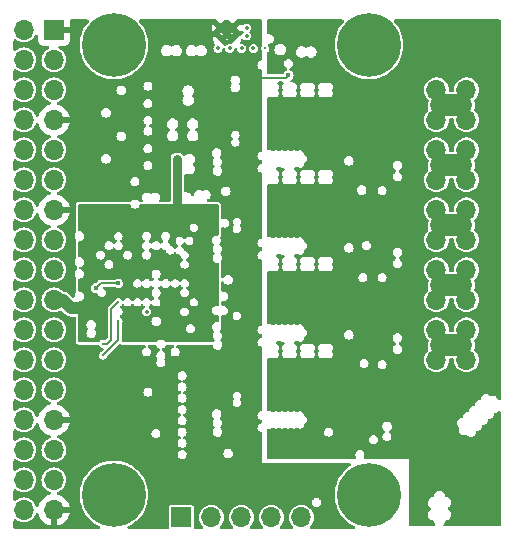
<source format=gbr>
%TF.GenerationSoftware,KiCad,Pcbnew,(7.0.0)*%
%TF.CreationDate,2023-11-18T15:32:53-05:00*%
%TF.ProjectId,ECE4760 Motor Driver,45434534-3736-4302-904d-6f746f722044,0*%
%TF.SameCoordinates,Original*%
%TF.FileFunction,Copper,L3,Inr*%
%TF.FilePolarity,Positive*%
%FSLAX46Y46*%
G04 Gerber Fmt 4.6, Leading zero omitted, Abs format (unit mm)*
G04 Created by KiCad (PCBNEW (7.0.0)) date 2023-11-18 15:32:53*
%MOMM*%
%LPD*%
G01*
G04 APERTURE LIST*
G04 Aperture macros list*
%AMRoundRect*
0 Rectangle with rounded corners*
0 $1 Rounding radius*
0 $2 $3 $4 $5 $6 $7 $8 $9 X,Y pos of 4 corners*
0 Add a 4 corners polygon primitive as box body*
4,1,4,$2,$3,$4,$5,$6,$7,$8,$9,$2,$3,0*
0 Add four circle primitives for the rounded corners*
1,1,$1+$1,$2,$3*
1,1,$1+$1,$4,$5*
1,1,$1+$1,$6,$7*
1,1,$1+$1,$8,$9*
0 Add four rect primitives between the rounded corners*
20,1,$1+$1,$2,$3,$4,$5,0*
20,1,$1+$1,$4,$5,$6,$7,0*
20,1,$1+$1,$6,$7,$8,$9,0*
20,1,$1+$1,$8,$9,$2,$3,0*%
G04 Aperture macros list end*
%TA.AperFunction,ComponentPad*%
%ADD10C,0.800000*%
%TD*%
%TA.AperFunction,ComponentPad*%
%ADD11C,5.400000*%
%TD*%
%TA.AperFunction,ComponentPad*%
%ADD12R,1.700000X1.700000*%
%TD*%
%TA.AperFunction,ComponentPad*%
%ADD13O,1.700000X1.700000*%
%TD*%
%TA.AperFunction,ComponentPad*%
%ADD14RoundRect,0.250000X-1.550000X0.650000X-1.550000X-0.650000X1.550000X-0.650000X1.550000X0.650000X0*%
%TD*%
%TA.AperFunction,ComponentPad*%
%ADD15O,3.600000X1.800000*%
%TD*%
%TA.AperFunction,ComponentPad*%
%ADD16C,0.350000*%
%TD*%
%TA.AperFunction,ComponentPad*%
%ADD17C,0.499999*%
%TD*%
%TA.AperFunction,ComponentPad*%
%ADD18C,0.300000*%
%TD*%
%TA.AperFunction,ViaPad*%
%ADD19C,0.400000*%
%TD*%
%TA.AperFunction,ViaPad*%
%ADD20C,0.450000*%
%TD*%
%TA.AperFunction,ViaPad*%
%ADD21C,0.600000*%
%TD*%
%TA.AperFunction,ViaPad*%
%ADD22C,0.350000*%
%TD*%
%TA.AperFunction,ViaPad*%
%ADD23C,0.300000*%
%TD*%
%TA.AperFunction,Conductor*%
%ADD24C,1.016000*%
%TD*%
%TA.AperFunction,Conductor*%
%ADD25C,0.762000*%
%TD*%
%TA.AperFunction,Conductor*%
%ADD26C,0.200000*%
%TD*%
G04 APERTURE END LIST*
D10*
%TO.N,GND*%
%TO.C,H2*%
X83700000Y-43815000D03*
X84293109Y-42383109D03*
X84293109Y-45246891D03*
X85725000Y-41790000D03*
D11*
X85725000Y-43815000D03*
D10*
X85725000Y-45840000D03*
X87156891Y-42383109D03*
X87156891Y-45246891D03*
X87750000Y-43815000D03*
%TD*%
%TO.N,GND*%
%TO.C,H1*%
X105290000Y-43815000D03*
X105883109Y-42383109D03*
X105883109Y-45246891D03*
X107315000Y-41790000D03*
D11*
X107315000Y-43815000D03*
D10*
X107315000Y-45840000D03*
X108746891Y-42383109D03*
X108746891Y-45246891D03*
X109340000Y-43815000D03*
%TD*%
D12*
%TO.N,+5V*%
%TO.C,J1*%
X80644999Y-42544999D03*
D13*
%TO.N,GND*%
X78104999Y-42544999D03*
%TO.N,Lim_R_In*%
X80644999Y-45084999D03*
%TO.N,Lim_L_In*%
X78104999Y-45084999D03*
%TO.N,Lim_Aux_In*%
X80644999Y-47624999D03*
%TO.N,Lim_H_In*%
X78104999Y-47624999D03*
%TO.N,+5V*%
X80644999Y-50164999D03*
%TO.N,GND*%
X78104999Y-50164999D03*
%TO.N,Aux_Enc_B_In+*%
X80644999Y-52704999D03*
%TO.N,Aux_Enc_B_In-*%
X78104999Y-52704999D03*
%TO.N,Aux_Enc_A_In-*%
X80644999Y-55244999D03*
%TO.N,Aux_Enc_A_In+*%
X78104999Y-55244999D03*
%TO.N,+5V*%
X80644999Y-57784999D03*
%TO.N,GND*%
X78104999Y-57784999D03*
%TO.N,LED_1*%
X80644999Y-60324999D03*
%TO.N,LED_2*%
X78104999Y-60324999D03*
%TO.N,~{Fault_Enable}*%
X80644999Y-62864999D03*
%TO.N,~{Abort}*%
X78104999Y-62864999D03*
%TO.N,+3V3*%
X80644999Y-65404999D03*
%TO.N,GND*%
X78104999Y-65404999D03*
%TO.N,Enc_A_In-*%
X80644999Y-67944999D03*
%TO.N,Enc_A_In+*%
X78104999Y-67944999D03*
%TO.N,Enc_B_In-*%
X80644999Y-70484999D03*
%TO.N,Enc_B_In+*%
X78104999Y-70484999D03*
%TO.N,Enc_I_In-*%
X80644999Y-73024999D03*
%TO.N,Enc_I_In+*%
X78104999Y-73024999D03*
%TO.N,+5V*%
X80644999Y-75564999D03*
%TO.N,GND*%
X78104999Y-75564999D03*
%TO.N,Hall_C_In*%
X80644999Y-78104999D03*
%TO.N,Hall_B_In*%
X78104999Y-78104999D03*
%TO.N,Hall_I_In*%
X80644999Y-80644999D03*
%TO.N,Hall_A_In*%
X78104999Y-80644999D03*
%TO.N,+5V*%
X80644999Y-83184999D03*
%TO.N,GND*%
X78104999Y-83184999D03*
%TD*%
D14*
%TO.N,Vdrive*%
%TO.C,J2*%
X114300000Y-43815000D03*
D15*
%TO.N,GND*%
X114299999Y-48894999D03*
%TO.N,PH1*%
X114299999Y-53974999D03*
%TO.N,PH2*%
X114299999Y-59054999D03*
%TO.N,PH3*%
X114299999Y-64134999D03*
%TO.N,PH4*%
X114299999Y-69214999D03*
%TD*%
D16*
%TO.N,Vdrive*%
%TO.C,U7*%
X96950000Y-42370000D03*
X96950000Y-43050000D03*
D17*
%TO.N,+5V*%
X95750001Y-42370001D03*
X95250000Y-42370001D03*
X94750001Y-42370001D03*
X95710001Y-43319999D03*
X94890000Y-43319999D03*
D18*
%TO.N,GND*%
X98530000Y-44100000D03*
D16*
X97530000Y-44100000D03*
X96530000Y-44100000D03*
X95530000Y-44100000D03*
X94530000Y-44100000D03*
%TD*%
D10*
%TO.N,GND*%
%TO.C,H4*%
X83700000Y-81915000D03*
X84293109Y-80483109D03*
X84293109Y-83346891D03*
X85725000Y-79890000D03*
D11*
X85725000Y-81915000D03*
D10*
X85725000Y-83940000D03*
X87156891Y-80483109D03*
X87156891Y-83346891D03*
X87750000Y-81915000D03*
%TD*%
%TO.N,GND*%
%TO.C,H3*%
X105290000Y-81915000D03*
X105883109Y-80483109D03*
X105883109Y-83346891D03*
X107315000Y-79890000D03*
D11*
X107315000Y-81915000D03*
D10*
X107315000Y-83940000D03*
X108746891Y-80483109D03*
X108746891Y-83346891D03*
X109340000Y-81915000D03*
%TD*%
D12*
%TO.N,/SWDIO*%
%TO.C,J3*%
X91439999Y-83819999D03*
D13*
%TO.N,/SWCLK*%
X93979999Y-83819999D03*
%TO.N,GND*%
X96519999Y-83819999D03*
%TO.N,/UART_RX*%
X99059999Y-83819999D03*
%TO.N,/UART_TX*%
X101599999Y-83819999D03*
%TD*%
D12*
%TO.N,Vdrive*%
%TO.C,J101*%
X113029999Y-42544999D03*
D13*
X115569999Y-42544999D03*
X113029999Y-45084999D03*
X115569999Y-45084999D03*
%TO.N,GND*%
X113029999Y-47624999D03*
X115569999Y-47624999D03*
X113029999Y-50164999D03*
X115569999Y-50164999D03*
%TO.N,PH1*%
X113029999Y-52704999D03*
X115569999Y-52704999D03*
X113029999Y-55244999D03*
X115569999Y-55244999D03*
%TO.N,PH2*%
X113029999Y-57784999D03*
X115569999Y-57784999D03*
X113029999Y-60324999D03*
X115569999Y-60324999D03*
%TO.N,PH3*%
X113029999Y-62864999D03*
X115569999Y-62864999D03*
X113029999Y-65404999D03*
X115569999Y-65404999D03*
%TO.N,PH4*%
X113029999Y-67944999D03*
X115569999Y-67944999D03*
X113029999Y-70484999D03*
X115569999Y-70484999D03*
%TD*%
D19*
%TO.N,+3V3*%
X86100000Y-63200000D03*
X94320000Y-58900000D03*
X88500000Y-68800000D03*
D20*
X83800000Y-66600000D03*
D19*
X90100000Y-64800000D03*
D20*
X83799999Y-62200000D03*
D19*
X90900000Y-68800000D03*
D20*
X83799999Y-60000000D03*
D19*
X87503000Y-58293000D03*
X90100000Y-61600000D03*
D20*
X91900000Y-57680000D03*
X93500000Y-57500000D03*
X83799999Y-65100000D03*
D19*
X88500000Y-63200000D03*
X90100000Y-63200000D03*
D21*
X91100000Y-53500000D03*
D20*
X83799999Y-63200000D03*
X92900000Y-57500000D03*
X94400000Y-63700000D03*
D19*
X89700000Y-68600000D03*
D20*
X94400000Y-65100000D03*
X83800000Y-66000000D03*
D19*
X88500000Y-64800000D03*
D21*
X91100000Y-54300000D03*
D19*
%TO.N,+5V*%
X87600000Y-52600000D03*
D20*
X95250000Y-68453000D03*
X95250000Y-75819000D03*
X95250000Y-61087000D03*
D19*
X88600000Y-76000000D03*
X88600000Y-74200000D03*
X87600000Y-48800000D03*
X90500000Y-73700000D03*
X90500000Y-77490000D03*
X90500000Y-72800000D03*
D21*
X91000000Y-48500000D03*
D20*
X100500000Y-46400000D03*
X95250000Y-53721000D03*
X95250000Y-76581000D03*
D19*
X90500000Y-76610000D03*
D20*
X95250000Y-54483000D03*
X95250000Y-69215000D03*
X85700000Y-49550000D03*
X85700000Y-53450000D03*
D19*
X88600000Y-72200000D03*
X92274500Y-49550000D03*
D20*
X95250000Y-61849000D03*
D21*
X93100000Y-42800000D03*
X90200000Y-42800000D03*
D20*
X85700000Y-51550000D03*
D21*
X91000000Y-42800000D03*
X92300000Y-42800000D03*
D20*
X85700000Y-47650000D03*
D21*
X91000000Y-47700000D03*
%TO.N,Vdrive*%
X117094000Y-83566000D03*
D20*
X101981000Y-64262000D03*
X102235000Y-72136000D03*
X99187000Y-57404000D03*
X99187000Y-48895000D03*
X99187000Y-64770000D03*
D21*
X116586000Y-84074000D03*
D20*
X112522000Y-79248000D03*
X100457000Y-71628000D03*
X111887000Y-79121000D03*
X98933000Y-71628000D03*
X101981000Y-65278000D03*
X103759000Y-63754000D03*
X102235000Y-49911000D03*
X100711000Y-71120000D03*
X98933000Y-65278000D03*
X99187000Y-73152000D03*
X98933000Y-57912000D03*
X112014000Y-79756000D03*
X100457000Y-50419000D03*
X113030000Y-78740000D03*
X102235000Y-64770000D03*
X102235000Y-63754000D03*
X100711000Y-56388000D03*
X100711000Y-72136000D03*
X98933000Y-56896000D03*
D21*
X116078000Y-82550000D03*
D20*
X102235000Y-48895000D03*
X100711000Y-48895000D03*
D21*
X116078000Y-83566000D03*
D20*
X98933000Y-49403000D03*
X102235000Y-71120000D03*
X111506000Y-80264000D03*
D21*
X99800000Y-42700000D03*
D20*
X99187000Y-63754000D03*
X113538000Y-78232000D03*
X103759000Y-56388000D03*
X100457000Y-65278000D03*
X98933000Y-64262000D03*
X100457000Y-56896000D03*
X102235000Y-56388000D03*
D21*
X117094000Y-82550000D03*
D20*
X99187000Y-49911000D03*
X100457000Y-72644000D03*
X101981000Y-56896000D03*
X100711000Y-64770000D03*
X113665000Y-78867000D03*
X100711000Y-65786000D03*
X100457000Y-57912000D03*
X101981000Y-50419000D03*
X111379000Y-79629000D03*
X100457000Y-49403000D03*
D21*
X116586000Y-82042000D03*
D20*
X103505000Y-49403000D03*
X103505000Y-56896000D03*
X112903000Y-78105000D03*
X98933000Y-72644000D03*
D21*
X102400000Y-42800000D03*
D20*
X112649000Y-79883000D03*
X99187000Y-65786000D03*
X100711000Y-50927000D03*
X103759000Y-48895000D03*
X99187000Y-56388000D03*
X101981000Y-72644000D03*
X101981000Y-57912000D03*
X101981000Y-71628000D03*
X99187000Y-58420000D03*
X114046000Y-77724000D03*
X99187000Y-50927000D03*
X113157000Y-79375000D03*
X103759000Y-71120000D03*
X100711000Y-63754000D03*
X112141000Y-80391000D03*
X99187000Y-71120000D03*
X103505000Y-64262000D03*
X100711000Y-57404000D03*
X113411000Y-77597000D03*
X100711000Y-49911000D03*
X100457000Y-64262000D03*
X100711000Y-58420000D03*
X114173000Y-78359000D03*
X112395000Y-78613000D03*
X103505000Y-71628000D03*
D21*
X116586000Y-83058000D03*
X101600000Y-42800000D03*
D20*
X100711000Y-73152000D03*
X99187000Y-72136000D03*
X98933000Y-50419000D03*
X101981000Y-49403000D03*
X102235000Y-57404000D03*
D22*
%TO.N,/HALL_I*%
X88500000Y-66400000D03*
D23*
%TO.N,/ENC_A+*%
X84800000Y-70100000D03*
X86100000Y-67200000D03*
%TO.N,/ENC_A-*%
X86100000Y-65600000D03*
X84800000Y-69100000D03*
D19*
%TO.N,~{Abort}*%
X84193600Y-64400000D03*
X86100000Y-64000000D03*
%TD*%
D24*
%TO.N,+3V3*%
X80645000Y-65405000D02*
X81405000Y-65405000D01*
D25*
X91100000Y-54300000D02*
X91100000Y-57400000D01*
X91100000Y-53500000D02*
X91100000Y-54300000D01*
D24*
X81405000Y-65405000D02*
X82100000Y-66100000D01*
X82100000Y-66100000D02*
X82900000Y-66100000D01*
D26*
%TO.N,+5V*%
X100300000Y-46600000D02*
X98000000Y-46600000D01*
X100500000Y-46400000D02*
X100300000Y-46600000D01*
%TO.N,/HALL_I*%
X88500000Y-66500000D02*
X88400000Y-66400000D01*
%TO.N,/ENC_A+*%
X86100000Y-68800000D02*
X86100000Y-67200000D01*
X84800000Y-70100000D02*
X86100000Y-68800000D01*
%TO.N,/ENC_A-*%
X84800000Y-69100000D02*
X85163603Y-69100000D01*
X85163603Y-69100000D02*
X85500000Y-68763603D01*
X85500000Y-66200000D02*
X86100000Y-65600000D01*
X85500000Y-68763603D02*
X85500000Y-66200000D01*
%TO.N,~{Abort}*%
X84193600Y-64400000D02*
X84593600Y-64000000D01*
X84593600Y-64000000D02*
X86100000Y-64000000D01*
%TD*%
%TA.AperFunction,Conductor*%
%TO.N,+5V*%
G36*
X83538064Y-41669190D02*
G01*
X83581876Y-41705952D01*
X83604529Y-41758467D01*
X83601204Y-41815563D01*
X83572607Y-41865094D01*
X83499349Y-41942742D01*
X83499339Y-41942753D01*
X83496867Y-41945374D01*
X83494705Y-41948277D01*
X83494705Y-41948278D01*
X83297037Y-42213792D01*
X83297027Y-42213806D01*
X83294883Y-42216687D01*
X83293081Y-42219807D01*
X83293081Y-42219808D01*
X83127565Y-42506487D01*
X83127559Y-42506497D01*
X83125761Y-42509613D01*
X83124340Y-42512905D01*
X83124332Y-42512923D01*
X82993215Y-42816889D01*
X82991790Y-42820193D01*
X82990761Y-42823628D01*
X82990758Y-42823638D01*
X82895815Y-43140770D01*
X82895812Y-43140780D01*
X82894781Y-43144226D01*
X82894156Y-43147769D01*
X82894153Y-43147783D01*
X82836674Y-43473764D01*
X82836672Y-43473777D01*
X82836046Y-43477330D01*
X82835836Y-43480933D01*
X82835835Y-43480943D01*
X82825793Y-43653363D01*
X82816379Y-43815000D01*
X82816589Y-43818606D01*
X82835835Y-44149056D01*
X82835836Y-44149064D01*
X82836046Y-44152670D01*
X82836672Y-44156224D01*
X82836674Y-44156235D01*
X82894153Y-44482216D01*
X82894155Y-44482226D01*
X82894781Y-44485774D01*
X82895813Y-44489223D01*
X82895815Y-44489229D01*
X82990758Y-44806361D01*
X82991790Y-44809807D01*
X82993215Y-44813110D01*
X83124332Y-45117076D01*
X83124337Y-45117086D01*
X83125761Y-45120387D01*
X83294883Y-45413313D01*
X83496867Y-45684626D01*
X83728983Y-45930654D01*
X83731741Y-45932968D01*
X83731745Y-45932972D01*
X83940551Y-46108180D01*
X83988092Y-46148072D01*
X84270689Y-46333940D01*
X84572954Y-46485743D01*
X84890798Y-46601428D01*
X85219923Y-46679433D01*
X85555879Y-46718700D01*
X85890522Y-46718700D01*
X85894121Y-46718700D01*
X86230077Y-46679433D01*
X86559202Y-46601428D01*
X86877046Y-46485743D01*
X87179311Y-46333940D01*
X87461908Y-46148072D01*
X87721017Y-45930654D01*
X87953133Y-45684626D01*
X88155117Y-45413313D01*
X88324239Y-45120387D01*
X88458210Y-44809807D01*
X88555219Y-44485774D01*
X88587976Y-44300000D01*
X89715569Y-44300000D01*
X89716831Y-44308777D01*
X89733929Y-44427700D01*
X89733930Y-44427704D01*
X89735192Y-44436480D01*
X89738876Y-44444548D01*
X89738877Y-44444549D01*
X89765177Y-44502139D01*
X89792471Y-44561903D01*
X89798278Y-44568605D01*
X89798279Y-44568606D01*
X89876958Y-44659408D01*
X89876960Y-44659410D01*
X89882765Y-44666109D01*
X89998760Y-44740654D01*
X90131058Y-44779500D01*
X90260072Y-44779500D01*
X90268942Y-44779500D01*
X90401240Y-44740654D01*
X90517235Y-44666109D01*
X90520708Y-44662100D01*
X90570764Y-44636293D01*
X90629236Y-44636293D01*
X90679291Y-44662100D01*
X90682765Y-44666109D01*
X90690225Y-44670903D01*
X90690226Y-44670904D01*
X90704093Y-44679816D01*
X90798760Y-44740654D01*
X90931058Y-44779500D01*
X91060072Y-44779500D01*
X91068942Y-44779500D01*
X91201240Y-44740654D01*
X91317235Y-44666109D01*
X91407529Y-44561903D01*
X91464808Y-44436480D01*
X91484431Y-44300000D01*
X91815569Y-44300000D01*
X91816831Y-44308777D01*
X91833929Y-44427700D01*
X91833930Y-44427704D01*
X91835192Y-44436480D01*
X91838876Y-44444548D01*
X91838877Y-44444549D01*
X91865177Y-44502139D01*
X91892471Y-44561903D01*
X91898278Y-44568605D01*
X91898279Y-44568606D01*
X91976958Y-44659408D01*
X91976960Y-44659410D01*
X91982765Y-44666109D01*
X92098760Y-44740654D01*
X92231058Y-44779500D01*
X92360072Y-44779500D01*
X92368942Y-44779500D01*
X92501240Y-44740654D01*
X92617235Y-44666109D01*
X92620708Y-44662100D01*
X92670764Y-44636293D01*
X92729236Y-44636293D01*
X92779291Y-44662100D01*
X92782765Y-44666109D01*
X92790225Y-44670903D01*
X92790226Y-44670904D01*
X92804093Y-44679816D01*
X92898760Y-44740654D01*
X93031058Y-44779500D01*
X93160072Y-44779500D01*
X93168942Y-44779500D01*
X93301240Y-44740654D01*
X93417235Y-44666109D01*
X93507529Y-44561903D01*
X93564808Y-44436480D01*
X93584431Y-44300000D01*
X93564808Y-44163520D01*
X93507529Y-44038097D01*
X93440607Y-43960864D01*
X93423041Y-43940591D01*
X93423039Y-43940589D01*
X93417235Y-43933891D01*
X93409777Y-43929098D01*
X93308699Y-43864139D01*
X93308695Y-43864137D01*
X93301240Y-43859346D01*
X93292734Y-43856848D01*
X93292731Y-43856847D01*
X93211639Y-43833037D01*
X93168942Y-43820500D01*
X93031058Y-43820500D01*
X93022547Y-43822998D01*
X93022547Y-43822999D01*
X92907268Y-43856847D01*
X92907262Y-43856849D01*
X92898760Y-43859346D01*
X92891306Y-43864136D01*
X92891300Y-43864139D01*
X92790222Y-43929098D01*
X92790218Y-43929100D01*
X92782765Y-43933891D01*
X92779291Y-43937900D01*
X92729233Y-43963706D01*
X92670767Y-43963706D01*
X92620708Y-43937900D01*
X92617235Y-43933891D01*
X92609777Y-43929098D01*
X92508699Y-43864139D01*
X92508695Y-43864137D01*
X92501240Y-43859346D01*
X92492734Y-43856848D01*
X92492731Y-43856847D01*
X92411639Y-43833037D01*
X92368942Y-43820500D01*
X92231058Y-43820500D01*
X92222547Y-43822998D01*
X92222547Y-43822999D01*
X92107268Y-43856847D01*
X92107262Y-43856849D01*
X92098760Y-43859346D01*
X92091306Y-43864136D01*
X92091300Y-43864139D01*
X91990222Y-43929098D01*
X91990218Y-43929100D01*
X91982765Y-43933891D01*
X91976963Y-43940585D01*
X91976958Y-43940591D01*
X91898279Y-44031393D01*
X91898276Y-44031397D01*
X91892471Y-44038097D01*
X91888789Y-44046159D01*
X91888786Y-44046164D01*
X91840147Y-44152670D01*
X91835192Y-44163520D01*
X91833930Y-44172293D01*
X91833929Y-44172299D01*
X91818648Y-44278588D01*
X91815569Y-44300000D01*
X91484431Y-44300000D01*
X91464808Y-44163520D01*
X91407529Y-44038097D01*
X91340607Y-43960864D01*
X91323041Y-43940591D01*
X91323039Y-43940589D01*
X91317235Y-43933891D01*
X91309777Y-43929098D01*
X91208699Y-43864139D01*
X91208695Y-43864137D01*
X91201240Y-43859346D01*
X91192734Y-43856848D01*
X91192731Y-43856847D01*
X91111639Y-43833037D01*
X91068942Y-43820500D01*
X90931058Y-43820500D01*
X90922547Y-43822998D01*
X90922547Y-43822999D01*
X90807268Y-43856847D01*
X90807262Y-43856849D01*
X90798760Y-43859346D01*
X90791306Y-43864136D01*
X90791300Y-43864139D01*
X90690222Y-43929098D01*
X90690218Y-43929100D01*
X90682765Y-43933891D01*
X90679291Y-43937900D01*
X90629233Y-43963706D01*
X90570767Y-43963706D01*
X90520708Y-43937900D01*
X90517235Y-43933891D01*
X90509777Y-43929098D01*
X90408699Y-43864139D01*
X90408695Y-43864137D01*
X90401240Y-43859346D01*
X90392734Y-43856848D01*
X90392731Y-43856847D01*
X90311639Y-43833037D01*
X90268942Y-43820500D01*
X90131058Y-43820500D01*
X90122547Y-43822998D01*
X90122547Y-43822999D01*
X90007268Y-43856847D01*
X90007262Y-43856849D01*
X89998760Y-43859346D01*
X89991306Y-43864136D01*
X89991300Y-43864139D01*
X89890222Y-43929098D01*
X89890218Y-43929100D01*
X89882765Y-43933891D01*
X89876963Y-43940585D01*
X89876958Y-43940591D01*
X89798279Y-44031393D01*
X89798276Y-44031397D01*
X89792471Y-44038097D01*
X89788789Y-44046159D01*
X89788786Y-44046164D01*
X89740147Y-44152670D01*
X89735192Y-44163520D01*
X89733930Y-44172293D01*
X89733929Y-44172299D01*
X89718648Y-44278588D01*
X89715569Y-44300000D01*
X88587976Y-44300000D01*
X88613954Y-44152670D01*
X88633621Y-43815000D01*
X88613954Y-43477330D01*
X88587433Y-43326922D01*
X94136035Y-43326922D01*
X94153397Y-43481022D01*
X94156478Y-43494520D01*
X94207699Y-43640902D01*
X94213700Y-43653363D01*
X94248827Y-43709267D01*
X94267053Y-43761352D01*
X94260877Y-43816187D01*
X94231522Y-43862913D01*
X94226710Y-43867725D01*
X94226704Y-43867732D01*
X94219806Y-43874631D01*
X94215377Y-43883321D01*
X94215374Y-43883327D01*
X94169775Y-43972819D01*
X94169772Y-43972826D01*
X94165345Y-43981516D01*
X94163818Y-43991150D01*
X94163817Y-43991157D01*
X94150881Y-44072838D01*
X94146579Y-44100000D01*
X94148106Y-44109641D01*
X94163817Y-44208842D01*
X94163818Y-44208847D01*
X94165345Y-44218484D01*
X94169773Y-44227175D01*
X94169775Y-44227180D01*
X94207795Y-44301796D01*
X94219806Y-44325369D01*
X94304631Y-44410194D01*
X94341628Y-44429045D01*
X94402819Y-44460224D01*
X94402821Y-44460224D01*
X94411516Y-44464655D01*
X94530000Y-44483421D01*
X94648484Y-44464655D01*
X94755369Y-44410194D01*
X94840194Y-44325369D01*
X94894655Y-44218484D01*
X94903150Y-44164844D01*
X94922648Y-44115164D01*
X94961228Y-44078278D01*
X95011740Y-44061027D01*
X95020341Y-44060058D01*
X95082104Y-44068895D01*
X95131745Y-44106692D01*
X95156696Y-44163879D01*
X95159238Y-44179925D01*
X95165345Y-44218484D01*
X95169773Y-44227175D01*
X95169775Y-44227180D01*
X95207795Y-44301796D01*
X95219806Y-44325369D01*
X95304631Y-44410194D01*
X95341628Y-44429045D01*
X95402819Y-44460224D01*
X95402821Y-44460224D01*
X95411516Y-44464655D01*
X95530000Y-44483421D01*
X95648484Y-44464655D01*
X95755369Y-44410194D01*
X95840194Y-44325369D01*
X95894655Y-44218484D01*
X95907527Y-44137212D01*
X95936986Y-44074608D01*
X95995405Y-44037535D01*
X96064595Y-44037535D01*
X96123014Y-44074608D01*
X96152473Y-44137213D01*
X96163817Y-44208842D01*
X96163818Y-44208847D01*
X96165345Y-44218484D01*
X96169773Y-44227175D01*
X96169775Y-44227180D01*
X96207795Y-44301796D01*
X96219806Y-44325369D01*
X96304631Y-44410194D01*
X96341628Y-44429045D01*
X96402819Y-44460224D01*
X96402821Y-44460224D01*
X96411516Y-44464655D01*
X96530000Y-44483421D01*
X96648484Y-44464655D01*
X96755369Y-44410194D01*
X96840194Y-44325369D01*
X96894655Y-44218484D01*
X96907527Y-44137212D01*
X96925037Y-44099999D01*
X97134962Y-44099999D01*
X97152473Y-44137213D01*
X97163817Y-44208842D01*
X97163818Y-44208847D01*
X97165345Y-44218484D01*
X97169773Y-44227175D01*
X97169775Y-44227180D01*
X97207795Y-44301796D01*
X97219806Y-44325369D01*
X97304631Y-44410194D01*
X97341628Y-44429045D01*
X97402819Y-44460224D01*
X97402821Y-44460224D01*
X97411516Y-44464655D01*
X97530000Y-44483421D01*
X97648484Y-44464655D01*
X97755369Y-44410194D01*
X97840194Y-44325369D01*
X97894655Y-44218484D01*
X97913421Y-44100000D01*
X97894655Y-43981516D01*
X97885580Y-43963706D01*
X97866826Y-43926899D01*
X97840194Y-43874631D01*
X97755369Y-43789806D01*
X97736550Y-43780217D01*
X97657180Y-43739775D01*
X97657175Y-43739773D01*
X97648484Y-43735345D01*
X97638847Y-43733818D01*
X97638842Y-43733817D01*
X97539641Y-43718106D01*
X97530000Y-43716579D01*
X97520359Y-43718106D01*
X97421157Y-43733817D01*
X97421150Y-43733818D01*
X97411516Y-43735345D01*
X97402826Y-43739772D01*
X97402819Y-43739775D01*
X97313326Y-43785375D01*
X97313323Y-43785377D01*
X97304631Y-43789806D01*
X97297732Y-43796704D01*
X97297729Y-43796707D01*
X97226707Y-43867729D01*
X97226704Y-43867732D01*
X97219806Y-43874631D01*
X97215377Y-43883323D01*
X97215375Y-43883326D01*
X97169775Y-43972819D01*
X97169772Y-43972826D01*
X97165345Y-43981516D01*
X97163818Y-43991150D01*
X97163817Y-43991157D01*
X97152473Y-44062786D01*
X97134962Y-44099999D01*
X96925037Y-44099999D01*
X96907527Y-44062786D01*
X96896182Y-43991157D01*
X96896181Y-43991156D01*
X96894655Y-43981516D01*
X96885580Y-43963706D01*
X96866826Y-43926899D01*
X96840194Y-43874631D01*
X96755369Y-43789806D01*
X96736550Y-43780217D01*
X96657180Y-43739775D01*
X96657175Y-43739773D01*
X96648484Y-43735345D01*
X96638847Y-43733818D01*
X96638842Y-43733817D01*
X96530000Y-43716579D01*
X96530139Y-43715697D01*
X96483135Y-43704273D01*
X96438920Y-43665862D01*
X96417267Y-43611441D01*
X96423007Y-43553152D01*
X96443522Y-43494520D01*
X96446603Y-43481021D01*
X96458163Y-43378425D01*
X96484436Y-43314995D01*
X96540428Y-43275266D01*
X96608976Y-43271417D01*
X96669064Y-43304626D01*
X96724631Y-43360194D01*
X96746954Y-43371568D01*
X96822819Y-43410224D01*
X96822821Y-43410224D01*
X96831516Y-43414655D01*
X96950000Y-43433421D01*
X97068484Y-43414655D01*
X97175369Y-43360194D01*
X97260194Y-43275369D01*
X97314655Y-43168484D01*
X97333421Y-43050000D01*
X97314655Y-42931516D01*
X97260194Y-42824631D01*
X97233244Y-42797681D01*
X97201150Y-42742094D01*
X97201150Y-42677906D01*
X97233244Y-42622319D01*
X97233244Y-42622318D01*
X97260194Y-42595369D01*
X97314655Y-42488484D01*
X97333421Y-42370000D01*
X97314655Y-42251516D01*
X97260194Y-42144631D01*
X97175369Y-42059806D01*
X97153294Y-42048558D01*
X97077180Y-42009775D01*
X97077175Y-42009773D01*
X97068484Y-42005345D01*
X97058847Y-42003818D01*
X97058842Y-42003817D01*
X96959641Y-41988106D01*
X96950000Y-41986579D01*
X96940359Y-41988106D01*
X96841157Y-42003817D01*
X96841150Y-42003818D01*
X96831516Y-42005345D01*
X96822826Y-42009772D01*
X96822819Y-42009775D01*
X96733326Y-42055375D01*
X96733323Y-42055377D01*
X96724631Y-42059806D01*
X96717732Y-42066704D01*
X96717732Y-42066705D01*
X96650395Y-42134042D01*
X96597041Y-42165514D01*
X96535120Y-42167251D01*
X96480086Y-42138819D01*
X96445672Y-42087314D01*
X96435462Y-42058137D01*
X96429063Y-42048559D01*
X96419139Y-42054413D01*
X96115096Y-42358457D01*
X96108431Y-42370001D01*
X96115095Y-42381543D01*
X96419139Y-42685587D01*
X96429063Y-42691441D01*
X96435464Y-42681860D01*
X96445674Y-42652685D01*
X96480088Y-42601180D01*
X96535123Y-42572749D01*
X96597043Y-42574486D01*
X96650396Y-42605959D01*
X96666756Y-42622319D01*
X96698850Y-42677906D01*
X96698850Y-42742094D01*
X96666756Y-42797681D01*
X96646707Y-42817729D01*
X96646704Y-42817732D01*
X96639806Y-42824631D01*
X96635377Y-42833323D01*
X96635375Y-42833326D01*
X96600269Y-42902226D01*
X96585345Y-42931516D01*
X96584285Y-42938203D01*
X96558391Y-42982313D01*
X96514585Y-43012707D01*
X96462066Y-43021896D01*
X96410543Y-43008182D01*
X96390393Y-42997772D01*
X96379139Y-43004411D01*
X95710001Y-43673551D01*
X95709998Y-43673552D01*
X95709999Y-43673553D01*
X95692917Y-43690634D01*
X95643555Y-43720882D01*
X95585841Y-43725423D01*
X95539642Y-43718106D01*
X95539641Y-43718106D01*
X95530000Y-43716579D01*
X95520359Y-43718106D01*
X95421157Y-43733817D01*
X95421150Y-43733818D01*
X95411516Y-43735345D01*
X95402826Y-43739772D01*
X95402819Y-43739775D01*
X95313326Y-43785375D01*
X95313323Y-43785377D01*
X95304631Y-43789806D01*
X95297732Y-43796704D01*
X95297729Y-43796707D01*
X95243124Y-43851313D01*
X95187537Y-43883407D01*
X95123349Y-43883407D01*
X95067762Y-43851313D01*
X94536448Y-43319999D01*
X95248430Y-43319999D01*
X95255094Y-43331541D01*
X95288457Y-43364904D01*
X95299999Y-43371568D01*
X95311543Y-43364903D01*
X95344904Y-43331543D01*
X95351569Y-43319998D01*
X95344905Y-43308455D01*
X95311543Y-43275093D01*
X95300000Y-43268429D01*
X95288455Y-43275094D01*
X95255095Y-43308455D01*
X95248430Y-43319999D01*
X94536448Y-43319999D01*
X94220860Y-43004411D01*
X94210935Y-42998556D01*
X94204536Y-43008133D01*
X94156478Y-43145477D01*
X94153397Y-43158975D01*
X94136035Y-43313076D01*
X94136035Y-43326922D01*
X88587433Y-43326922D01*
X88555219Y-43144226D01*
X88458210Y-42820193D01*
X88438716Y-42775000D01*
X94703432Y-42775000D01*
X94710096Y-42786543D01*
X94878456Y-42954903D01*
X94889999Y-42961567D01*
X94901544Y-42954902D01*
X94929903Y-42926542D01*
X94936568Y-42914998D01*
X94929904Y-42903456D01*
X94891448Y-42865000D01*
X95613432Y-42865000D01*
X95620096Y-42876542D01*
X95698458Y-42954904D01*
X95710001Y-42961568D01*
X95721543Y-42954904D01*
X95839905Y-42836542D01*
X95846569Y-42825000D01*
X95839905Y-42813457D01*
X95761543Y-42735095D01*
X95750000Y-42728431D01*
X95738458Y-42735095D01*
X95620096Y-42853457D01*
X95613432Y-42865000D01*
X94891448Y-42865000D01*
X94761543Y-42735095D01*
X94750001Y-42728431D01*
X94738457Y-42735096D01*
X94710097Y-42763455D01*
X94703432Y-42775000D01*
X88438716Y-42775000D01*
X88351473Y-42572749D01*
X88325667Y-42512923D01*
X88325665Y-42512920D01*
X88324239Y-42509613D01*
X88247630Y-42376924D01*
X93996036Y-42376924D01*
X94013399Y-42531026D01*
X94016478Y-42544518D01*
X94064537Y-42681864D01*
X94070936Y-42691441D01*
X94080863Y-42685585D01*
X94384906Y-42381543D01*
X94391570Y-42370001D01*
X95108431Y-42370001D01*
X95115095Y-42381543D01*
X95238458Y-42504906D01*
X95250000Y-42511570D01*
X95261543Y-42504906D01*
X95384906Y-42381543D01*
X95391570Y-42370001D01*
X95384906Y-42358458D01*
X95261543Y-42235095D01*
X95250001Y-42228431D01*
X95238458Y-42235095D01*
X95115095Y-42358458D01*
X95108431Y-42370001D01*
X94391570Y-42370001D01*
X94384906Y-42358458D01*
X94080861Y-42054413D01*
X94070936Y-42048558D01*
X94064537Y-42058135D01*
X94016479Y-42195479D01*
X94013398Y-42208977D01*
X93996036Y-42363078D01*
X93996036Y-42376924D01*
X88247630Y-42376924D01*
X88155117Y-42216687D01*
X87953133Y-41945374D01*
X87877393Y-41865094D01*
X87848796Y-41815563D01*
X87845471Y-41758467D01*
X87868124Y-41705952D01*
X87911936Y-41669190D01*
X87967587Y-41656000D01*
X94338190Y-41656000D01*
X94385643Y-41665439D01*
X94425871Y-41692319D01*
X94738458Y-42004906D01*
X94750001Y-42011570D01*
X94761543Y-42004906D01*
X95044158Y-41722292D01*
X95099745Y-41690198D01*
X95163933Y-41690198D01*
X95219520Y-41722292D01*
X95238458Y-41741230D01*
X95250001Y-41747894D01*
X95261543Y-41741230D01*
X95280482Y-41722292D01*
X95336069Y-41690198D01*
X95400257Y-41690198D01*
X95455844Y-41722292D01*
X95738458Y-42004906D01*
X95750001Y-42011570D01*
X95761543Y-42004906D01*
X96074130Y-41692319D01*
X96114358Y-41665439D01*
X96161811Y-41656000D01*
X98174000Y-41656000D01*
X98236000Y-41672613D01*
X98281387Y-41718000D01*
X98298000Y-41780000D01*
X98298000Y-43780217D01*
X98289513Y-43825304D01*
X98265212Y-43864219D01*
X98262742Y-43866901D01*
X98259216Y-43870576D01*
X98247103Y-43882689D01*
X98247099Y-43882692D01*
X98240284Y-43889509D01*
X98238247Y-43893503D01*
X98238209Y-43893551D01*
X98236079Y-43895864D01*
X98236072Y-43895873D01*
X98229121Y-43903426D01*
X98224996Y-43912827D01*
X98224994Y-43912832D01*
X98205366Y-43957577D01*
X98202301Y-43964049D01*
X98193845Y-43980647D01*
X98193843Y-43980651D01*
X98189418Y-43989338D01*
X98188363Y-43995996D01*
X98187371Y-43998603D01*
X98185723Y-44002360D01*
X98185721Y-44002366D01*
X98181596Y-44011772D01*
X98180747Y-44022006D01*
X98180747Y-44022010D01*
X98177293Y-44063689D01*
X98176191Y-44072838D01*
X98173416Y-44090360D01*
X98173416Y-44090371D01*
X98171891Y-44100000D01*
X98173275Y-44108746D01*
X98172993Y-44115578D01*
X98172673Y-44119438D01*
X98172673Y-44119444D01*
X98171826Y-44129679D01*
X98174347Y-44139634D01*
X98183164Y-44174456D01*
X98185429Y-44185488D01*
X98187890Y-44201022D01*
X98187891Y-44201027D01*
X98189418Y-44210662D01*
X98193846Y-44219353D01*
X98195688Y-44225020D01*
X98197963Y-44232896D01*
X98200869Y-44244370D01*
X98223232Y-44278599D01*
X98229901Y-44290114D01*
X98240284Y-44310491D01*
X98247185Y-44317392D01*
X98252921Y-44325287D01*
X98252745Y-44325414D01*
X98258231Y-44332170D01*
X98259955Y-44334809D01*
X98259957Y-44334811D01*
X98265579Y-44343416D01*
X98268392Y-44345605D01*
X98289517Y-44379447D01*
X98298000Y-44424522D01*
X98298000Y-45003845D01*
X98284485Y-45060140D01*
X98246885Y-45104163D01*
X98193398Y-45126318D01*
X98150907Y-45133047D01*
X98150901Y-45133048D01*
X98141266Y-45134575D01*
X98132570Y-45139005D01*
X98132569Y-45139006D01*
X98042850Y-45184720D01*
X98042846Y-45184722D01*
X98034155Y-45189151D01*
X98027256Y-45196049D01*
X98027253Y-45196052D01*
X97956052Y-45267253D01*
X97956049Y-45267256D01*
X97949151Y-45274155D01*
X97944722Y-45282846D01*
X97944720Y-45282850D01*
X97899006Y-45372569D01*
X97894575Y-45381266D01*
X97893048Y-45390901D01*
X97893047Y-45390907D01*
X97878247Y-45484357D01*
X97875769Y-45500000D01*
X97877296Y-45509641D01*
X97893047Y-45609092D01*
X97893048Y-45609096D01*
X97894575Y-45618734D01*
X97949151Y-45725845D01*
X98034155Y-45810849D01*
X98141266Y-45865425D01*
X98150907Y-45866952D01*
X98193398Y-45873682D01*
X98246885Y-45895837D01*
X98284485Y-45939860D01*
X98298000Y-45996155D01*
X98298000Y-52737722D01*
X98284485Y-52794017D01*
X98246886Y-52838040D01*
X98193399Y-52860195D01*
X98130727Y-52870121D01*
X98130723Y-52870122D01*
X98121090Y-52871648D01*
X98112401Y-52876074D01*
X98112395Y-52876077D01*
X98029730Y-52918197D01*
X98029726Y-52918199D01*
X98021035Y-52922628D01*
X98014137Y-52929525D01*
X98014134Y-52929528D01*
X97948530Y-52995132D01*
X97948527Y-52995135D01*
X97941630Y-53002033D01*
X97937201Y-53010724D01*
X97937199Y-53010728D01*
X97895079Y-53093393D01*
X97895076Y-53093399D01*
X97890650Y-53102088D01*
X97889123Y-53111723D01*
X97889123Y-53111726D01*
X97881833Y-53157757D01*
X97873083Y-53213000D01*
X97890650Y-53323912D01*
X97895077Y-53332601D01*
X97895079Y-53332606D01*
X97937199Y-53415271D01*
X97941630Y-53423967D01*
X98021035Y-53503372D01*
X98071062Y-53528862D01*
X98112395Y-53549922D01*
X98112396Y-53549922D01*
X98121090Y-53554352D01*
X98171081Y-53562269D01*
X98193399Y-53565805D01*
X98246886Y-53587960D01*
X98284485Y-53631983D01*
X98298000Y-53688278D01*
X98298000Y-53768430D01*
X98284485Y-53824725D01*
X98246885Y-53868748D01*
X98193398Y-53890902D01*
X98175320Y-53893765D01*
X98135226Y-53900116D01*
X98135223Y-53900116D01*
X98125588Y-53901643D01*
X98116899Y-53906069D01*
X98116893Y-53906072D01*
X98034228Y-53948192D01*
X98034224Y-53948194D01*
X98025533Y-53952623D01*
X98018635Y-53959520D01*
X98018632Y-53959523D01*
X97953028Y-54025127D01*
X97953025Y-54025130D01*
X97946128Y-54032028D01*
X97941699Y-54040719D01*
X97941697Y-54040723D01*
X97899577Y-54123388D01*
X97899574Y-54123394D01*
X97895148Y-54132083D01*
X97893621Y-54141718D01*
X97893621Y-54141721D01*
X97883354Y-54206547D01*
X97877581Y-54242995D01*
X97895148Y-54353907D01*
X97899575Y-54362596D01*
X97899577Y-54362601D01*
X97941697Y-54445266D01*
X97946128Y-54453962D01*
X98025533Y-54533367D01*
X98048143Y-54544887D01*
X98116893Y-54579917D01*
X98116894Y-54579917D01*
X98125588Y-54584347D01*
X98193398Y-54595087D01*
X98246885Y-54617242D01*
X98284485Y-54661265D01*
X98298000Y-54717560D01*
X98298000Y-60103722D01*
X98284485Y-60160017D01*
X98246886Y-60204040D01*
X98193399Y-60226195D01*
X98130727Y-60236121D01*
X98130723Y-60236122D01*
X98121090Y-60237648D01*
X98112401Y-60242074D01*
X98112395Y-60242077D01*
X98029730Y-60284197D01*
X98029726Y-60284199D01*
X98021035Y-60288628D01*
X98014137Y-60295525D01*
X98014134Y-60295528D01*
X97948530Y-60361132D01*
X97948527Y-60361135D01*
X97941630Y-60368033D01*
X97937201Y-60376724D01*
X97937199Y-60376728D01*
X97895079Y-60459393D01*
X97895076Y-60459399D01*
X97890650Y-60468088D01*
X97889123Y-60477723D01*
X97889123Y-60477726D01*
X97881557Y-60525495D01*
X97873083Y-60579000D01*
X97874610Y-60588641D01*
X97886413Y-60663165D01*
X97890650Y-60689912D01*
X97895077Y-60698601D01*
X97895079Y-60698606D01*
X97917379Y-60742372D01*
X97941630Y-60789967D01*
X98021035Y-60869372D01*
X98071062Y-60894861D01*
X98112395Y-60915922D01*
X98112396Y-60915922D01*
X98121090Y-60920352D01*
X98171081Y-60928269D01*
X98193399Y-60931805D01*
X98246886Y-60953960D01*
X98284485Y-60997983D01*
X98298000Y-61054278D01*
X98298000Y-61134430D01*
X98284485Y-61190725D01*
X98246885Y-61234748D01*
X98193398Y-61256902D01*
X98175320Y-61259765D01*
X98135226Y-61266116D01*
X98135223Y-61266116D01*
X98125588Y-61267643D01*
X98116899Y-61272069D01*
X98116893Y-61272072D01*
X98034228Y-61314192D01*
X98034224Y-61314194D01*
X98025533Y-61318623D01*
X98018635Y-61325520D01*
X98018632Y-61325523D01*
X97953028Y-61391127D01*
X97953025Y-61391130D01*
X97946128Y-61398028D01*
X97941699Y-61406719D01*
X97941697Y-61406723D01*
X97899577Y-61489388D01*
X97899574Y-61489394D01*
X97895148Y-61498083D01*
X97893621Y-61507718D01*
X97893621Y-61507721D01*
X97883295Y-61572919D01*
X97877581Y-61608995D01*
X97895148Y-61719907D01*
X97899575Y-61728596D01*
X97899577Y-61728601D01*
X97932019Y-61792272D01*
X97946128Y-61819962D01*
X98025533Y-61899367D01*
X98075560Y-61924856D01*
X98116893Y-61945917D01*
X98116894Y-61945917D01*
X98125588Y-61950347D01*
X98193398Y-61961087D01*
X98246885Y-61983242D01*
X98284485Y-62027265D01*
X98298000Y-62083560D01*
X98298000Y-67469722D01*
X98284485Y-67526017D01*
X98246886Y-67570040D01*
X98193399Y-67592195D01*
X98130727Y-67602121D01*
X98130723Y-67602122D01*
X98121090Y-67603648D01*
X98112401Y-67608074D01*
X98112395Y-67608077D01*
X98029730Y-67650197D01*
X98029726Y-67650199D01*
X98021035Y-67654628D01*
X98014137Y-67661525D01*
X98014134Y-67661528D01*
X97948530Y-67727132D01*
X97948527Y-67727135D01*
X97941630Y-67734033D01*
X97937201Y-67742724D01*
X97937199Y-67742728D01*
X97895079Y-67825393D01*
X97895076Y-67825399D01*
X97890650Y-67834088D01*
X97873083Y-67945000D01*
X97890650Y-68055912D01*
X97895077Y-68064601D01*
X97895079Y-68064606D01*
X97917379Y-68108372D01*
X97941630Y-68155967D01*
X98021035Y-68235372D01*
X98071062Y-68260861D01*
X98112395Y-68281922D01*
X98112396Y-68281922D01*
X98121090Y-68286352D01*
X98171081Y-68294269D01*
X98193399Y-68297805D01*
X98246886Y-68319960D01*
X98284485Y-68363983D01*
X98298000Y-68420278D01*
X98298000Y-68500430D01*
X98284485Y-68556725D01*
X98246885Y-68600748D01*
X98193398Y-68622902D01*
X98175320Y-68625765D01*
X98135226Y-68632116D01*
X98135223Y-68632116D01*
X98125588Y-68633643D01*
X98116899Y-68638069D01*
X98116893Y-68638072D01*
X98034228Y-68680192D01*
X98034224Y-68680194D01*
X98025533Y-68684623D01*
X98018635Y-68691520D01*
X98018632Y-68691523D01*
X97953028Y-68757127D01*
X97953025Y-68757130D01*
X97946128Y-68764028D01*
X97941699Y-68772719D01*
X97941697Y-68772723D01*
X97899577Y-68855388D01*
X97899574Y-68855394D01*
X97895148Y-68864083D01*
X97893621Y-68873718D01*
X97893621Y-68873721D01*
X97883295Y-68938919D01*
X97877581Y-68974995D01*
X97895148Y-69085907D01*
X97899575Y-69094596D01*
X97899577Y-69094601D01*
X97941697Y-69177266D01*
X97946128Y-69185962D01*
X98025533Y-69265367D01*
X98047195Y-69276404D01*
X98116893Y-69311917D01*
X98116894Y-69311917D01*
X98125588Y-69316347D01*
X98193398Y-69327087D01*
X98246885Y-69349242D01*
X98284485Y-69393265D01*
X98298000Y-69449560D01*
X98298000Y-74708722D01*
X98284485Y-74765017D01*
X98246886Y-74809040D01*
X98193399Y-74831195D01*
X98130727Y-74841121D01*
X98130723Y-74841122D01*
X98121090Y-74842648D01*
X98112401Y-74847074D01*
X98112395Y-74847077D01*
X98029730Y-74889197D01*
X98029726Y-74889199D01*
X98021035Y-74893628D01*
X98014137Y-74900525D01*
X98014134Y-74900528D01*
X97948530Y-74966132D01*
X97948527Y-74966135D01*
X97941630Y-74973033D01*
X97937201Y-74981724D01*
X97937199Y-74981728D01*
X97895079Y-75064393D01*
X97895076Y-75064399D01*
X97890650Y-75073088D01*
X97889123Y-75082723D01*
X97889123Y-75082726D01*
X97881503Y-75130839D01*
X97873083Y-75184000D01*
X97874610Y-75193641D01*
X97881172Y-75235075D01*
X97890650Y-75294912D01*
X97895077Y-75303601D01*
X97895079Y-75303606D01*
X97932475Y-75377000D01*
X97941630Y-75394967D01*
X98021035Y-75474372D01*
X98071062Y-75499862D01*
X98112395Y-75520922D01*
X98112396Y-75520922D01*
X98121090Y-75525352D01*
X98171081Y-75533269D01*
X98193399Y-75536805D01*
X98246886Y-75558960D01*
X98284485Y-75602983D01*
X98298000Y-75659278D01*
X98298000Y-75739430D01*
X98284485Y-75795725D01*
X98246885Y-75839748D01*
X98193398Y-75861902D01*
X98175320Y-75864765D01*
X98135226Y-75871116D01*
X98135223Y-75871116D01*
X98125588Y-75872643D01*
X98116899Y-75877069D01*
X98116893Y-75877072D01*
X98034228Y-75919192D01*
X98034224Y-75919194D01*
X98025533Y-75923623D01*
X98018635Y-75930520D01*
X98018632Y-75930523D01*
X97953028Y-75996127D01*
X97953025Y-75996130D01*
X97946128Y-76003028D01*
X97941699Y-76011719D01*
X97941697Y-76011723D01*
X97899577Y-76094388D01*
X97899574Y-76094394D01*
X97895148Y-76103083D01*
X97893621Y-76112718D01*
X97893621Y-76112721D01*
X97884881Y-76167906D01*
X97877581Y-76213995D01*
X97879108Y-76223636D01*
X97892624Y-76308976D01*
X97895148Y-76324907D01*
X97899575Y-76333596D01*
X97899577Y-76333601D01*
X97935474Y-76404052D01*
X97946128Y-76424962D01*
X98025533Y-76504367D01*
X98075560Y-76529856D01*
X98116893Y-76550917D01*
X98116894Y-76550917D01*
X98125588Y-76555347D01*
X98193398Y-76566087D01*
X98246885Y-76588242D01*
X98284485Y-76632265D01*
X98298000Y-76688560D01*
X98298000Y-79248000D01*
X105671616Y-79248000D01*
X105732362Y-79263899D01*
X105777531Y-79307518D01*
X105795540Y-79367672D01*
X105781772Y-79428936D01*
X105739755Y-79475600D01*
X105581109Y-79579943D01*
X105581101Y-79579948D01*
X105578092Y-79581928D01*
X105575341Y-79584235D01*
X105575332Y-79584243D01*
X105321745Y-79797027D01*
X105321731Y-79797039D01*
X105318983Y-79799346D01*
X105316508Y-79801968D01*
X105316503Y-79801974D01*
X105227495Y-79896317D01*
X105086867Y-80045374D01*
X105084705Y-80048277D01*
X105084705Y-80048278D01*
X104887037Y-80313792D01*
X104887027Y-80313806D01*
X104884883Y-80316687D01*
X104883081Y-80319807D01*
X104883081Y-80319808D01*
X104717565Y-80606487D01*
X104717559Y-80606497D01*
X104715761Y-80609613D01*
X104714340Y-80612905D01*
X104714332Y-80612923D01*
X104611395Y-80851561D01*
X104581790Y-80920193D01*
X104580761Y-80923628D01*
X104580758Y-80923638D01*
X104485815Y-81240770D01*
X104485812Y-81240780D01*
X104484781Y-81244226D01*
X104484156Y-81247769D01*
X104484153Y-81247783D01*
X104426674Y-81573764D01*
X104426672Y-81573777D01*
X104426046Y-81577330D01*
X104425836Y-81580933D01*
X104425835Y-81580943D01*
X104413409Y-81794292D01*
X104406379Y-81915000D01*
X104406589Y-81918606D01*
X104425835Y-82249056D01*
X104425836Y-82249064D01*
X104426046Y-82252670D01*
X104426672Y-82256224D01*
X104426674Y-82256235D01*
X104484153Y-82582216D01*
X104484155Y-82582226D01*
X104484781Y-82585774D01*
X104485813Y-82589223D01*
X104485815Y-82589229D01*
X104580758Y-82906361D01*
X104581790Y-82909807D01*
X104599100Y-82949936D01*
X104714332Y-83217076D01*
X104714337Y-83217086D01*
X104715761Y-83220387D01*
X104884883Y-83513313D01*
X104887033Y-83516201D01*
X104887037Y-83516207D01*
X104898945Y-83532202D01*
X105086867Y-83784626D01*
X105318983Y-84030654D01*
X105321741Y-84032968D01*
X105321745Y-84032972D01*
X105530551Y-84208180D01*
X105578092Y-84248072D01*
X105581109Y-84250056D01*
X105821609Y-84408237D01*
X105860689Y-84433940D01*
X106016739Y-84512311D01*
X106101122Y-84554690D01*
X106149857Y-84598571D01*
X106169395Y-84661172D01*
X106154272Y-84724984D01*
X106108716Y-84772158D01*
X106045471Y-84789500D01*
X102426173Y-84789500D01*
X102367716Y-84774856D01*
X102323067Y-84734384D01*
X102302769Y-84677643D01*
X102311618Y-84618033D01*
X102341102Y-84578290D01*
X102339667Y-84576855D01*
X102343974Y-84572547D01*
X102348683Y-84568683D01*
X102480358Y-84408237D01*
X102578202Y-84225184D01*
X102638453Y-84026561D01*
X102658798Y-83820000D01*
X102638453Y-83613439D01*
X102578202Y-83414816D01*
X102480358Y-83231763D01*
X102348683Y-83071317D01*
X102188237Y-82939642D01*
X102182866Y-82936771D01*
X102182860Y-82936767D01*
X102010556Y-82844669D01*
X102010552Y-82844667D01*
X102005184Y-82841798D01*
X101999360Y-82840031D01*
X101999357Y-82840030D01*
X101812391Y-82783315D01*
X101812386Y-82783314D01*
X101806561Y-82781547D01*
X101800500Y-82780950D01*
X101800495Y-82780949D01*
X101606061Y-82761799D01*
X101600000Y-82761202D01*
X101593939Y-82761799D01*
X101399504Y-82780949D01*
X101399497Y-82780950D01*
X101393439Y-82781547D01*
X101387615Y-82783313D01*
X101387608Y-82783315D01*
X101200642Y-82840030D01*
X101200635Y-82840032D01*
X101194816Y-82841798D01*
X101189450Y-82844665D01*
X101189443Y-82844669D01*
X101017139Y-82936767D01*
X101017128Y-82936774D01*
X101011763Y-82939642D01*
X101007055Y-82943505D01*
X101007050Y-82943509D01*
X100856023Y-83067454D01*
X100856018Y-83067458D01*
X100851317Y-83071317D01*
X100847458Y-83076018D01*
X100847454Y-83076023D01*
X100723509Y-83227050D01*
X100723505Y-83227055D01*
X100719642Y-83231763D01*
X100716774Y-83237128D01*
X100716767Y-83237139D01*
X100624669Y-83409443D01*
X100624665Y-83409450D01*
X100621798Y-83414816D01*
X100620032Y-83420635D01*
X100620030Y-83420642D01*
X100563315Y-83607608D01*
X100563313Y-83607615D01*
X100561547Y-83613439D01*
X100560950Y-83619497D01*
X100560949Y-83619504D01*
X100557611Y-83653397D01*
X100541202Y-83820000D01*
X100541799Y-83826061D01*
X100560949Y-84020495D01*
X100560950Y-84020500D01*
X100561547Y-84026561D01*
X100563314Y-84032386D01*
X100563315Y-84032391D01*
X100602125Y-84160330D01*
X100621798Y-84225184D01*
X100624667Y-84230552D01*
X100624669Y-84230556D01*
X100716767Y-84402860D01*
X100716771Y-84402866D01*
X100719642Y-84408237D01*
X100723508Y-84412948D01*
X100723509Y-84412949D01*
X100758957Y-84456143D01*
X100851317Y-84568683D01*
X100856023Y-84572545D01*
X100860333Y-84576855D01*
X100858897Y-84578290D01*
X100888382Y-84618033D01*
X100897231Y-84677643D01*
X100876933Y-84734384D01*
X100832284Y-84774856D01*
X100773827Y-84789500D01*
X99886173Y-84789500D01*
X99827716Y-84774856D01*
X99783067Y-84734384D01*
X99762769Y-84677643D01*
X99771618Y-84618033D01*
X99801102Y-84578290D01*
X99799667Y-84576855D01*
X99803974Y-84572547D01*
X99808683Y-84568683D01*
X99940358Y-84408237D01*
X100038202Y-84225184D01*
X100098453Y-84026561D01*
X100118798Y-83820000D01*
X100098453Y-83613439D01*
X100038202Y-83414816D01*
X99940358Y-83231763D01*
X99808683Y-83071317D01*
X99648237Y-82939642D01*
X99642866Y-82936771D01*
X99642860Y-82936767D01*
X99470556Y-82844669D01*
X99470552Y-82844667D01*
X99465184Y-82841798D01*
X99459360Y-82840031D01*
X99459357Y-82840030D01*
X99272391Y-82783315D01*
X99272386Y-82783314D01*
X99266561Y-82781547D01*
X99260500Y-82780950D01*
X99260495Y-82780949D01*
X99066061Y-82761799D01*
X99060000Y-82761202D01*
X99053939Y-82761799D01*
X98859504Y-82780949D01*
X98859497Y-82780950D01*
X98853439Y-82781547D01*
X98847615Y-82783313D01*
X98847608Y-82783315D01*
X98660642Y-82840030D01*
X98660635Y-82840032D01*
X98654816Y-82841798D01*
X98649450Y-82844665D01*
X98649443Y-82844669D01*
X98477139Y-82936767D01*
X98477128Y-82936774D01*
X98471763Y-82939642D01*
X98467055Y-82943505D01*
X98467050Y-82943509D01*
X98316023Y-83067454D01*
X98316018Y-83067458D01*
X98311317Y-83071317D01*
X98307458Y-83076018D01*
X98307454Y-83076023D01*
X98183509Y-83227050D01*
X98183505Y-83227055D01*
X98179642Y-83231763D01*
X98176774Y-83237128D01*
X98176767Y-83237139D01*
X98084669Y-83409443D01*
X98084665Y-83409450D01*
X98081798Y-83414816D01*
X98080032Y-83420635D01*
X98080030Y-83420642D01*
X98023315Y-83607608D01*
X98023313Y-83607615D01*
X98021547Y-83613439D01*
X98020950Y-83619497D01*
X98020949Y-83619504D01*
X98017611Y-83653397D01*
X98001202Y-83820000D01*
X98001799Y-83826061D01*
X98020949Y-84020495D01*
X98020950Y-84020500D01*
X98021547Y-84026561D01*
X98023314Y-84032386D01*
X98023315Y-84032391D01*
X98062125Y-84160330D01*
X98081798Y-84225184D01*
X98084667Y-84230552D01*
X98084669Y-84230556D01*
X98176767Y-84402860D01*
X98176771Y-84402866D01*
X98179642Y-84408237D01*
X98183508Y-84412948D01*
X98183509Y-84412949D01*
X98218957Y-84456143D01*
X98311317Y-84568683D01*
X98316023Y-84572545D01*
X98320333Y-84576855D01*
X98318897Y-84578290D01*
X98348382Y-84618033D01*
X98357231Y-84677643D01*
X98336933Y-84734384D01*
X98292284Y-84774856D01*
X98233827Y-84789500D01*
X97346173Y-84789500D01*
X97287716Y-84774856D01*
X97243067Y-84734384D01*
X97222769Y-84677643D01*
X97231618Y-84618033D01*
X97261102Y-84578290D01*
X97259667Y-84576855D01*
X97263974Y-84572547D01*
X97268683Y-84568683D01*
X97400358Y-84408237D01*
X97498202Y-84225184D01*
X97558453Y-84026561D01*
X97578798Y-83820000D01*
X97558453Y-83613439D01*
X97498202Y-83414816D01*
X97400358Y-83231763D01*
X97268683Y-83071317D01*
X97108237Y-82939642D01*
X97102866Y-82936771D01*
X97102860Y-82936767D01*
X96930556Y-82844669D01*
X96930552Y-82844667D01*
X96925184Y-82841798D01*
X96919360Y-82840031D01*
X96919357Y-82840030D01*
X96732391Y-82783315D01*
X96732386Y-82783314D01*
X96726561Y-82781547D01*
X96720500Y-82780950D01*
X96720495Y-82780949D01*
X96526061Y-82761799D01*
X96520000Y-82761202D01*
X96513939Y-82761799D01*
X96319504Y-82780949D01*
X96319497Y-82780950D01*
X96313439Y-82781547D01*
X96307615Y-82783313D01*
X96307608Y-82783315D01*
X96120642Y-82840030D01*
X96120635Y-82840032D01*
X96114816Y-82841798D01*
X96109450Y-82844665D01*
X96109443Y-82844669D01*
X95937139Y-82936767D01*
X95937128Y-82936774D01*
X95931763Y-82939642D01*
X95927055Y-82943505D01*
X95927050Y-82943509D01*
X95776023Y-83067454D01*
X95776018Y-83067458D01*
X95771317Y-83071317D01*
X95767458Y-83076018D01*
X95767454Y-83076023D01*
X95643509Y-83227050D01*
X95643505Y-83227055D01*
X95639642Y-83231763D01*
X95636774Y-83237128D01*
X95636767Y-83237139D01*
X95544669Y-83409443D01*
X95544665Y-83409450D01*
X95541798Y-83414816D01*
X95540032Y-83420635D01*
X95540030Y-83420642D01*
X95483315Y-83607608D01*
X95483313Y-83607615D01*
X95481547Y-83613439D01*
X95480950Y-83619497D01*
X95480949Y-83619504D01*
X95477611Y-83653397D01*
X95461202Y-83820000D01*
X95461799Y-83826061D01*
X95480949Y-84020495D01*
X95480950Y-84020500D01*
X95481547Y-84026561D01*
X95483314Y-84032386D01*
X95483315Y-84032391D01*
X95522125Y-84160330D01*
X95541798Y-84225184D01*
X95544667Y-84230552D01*
X95544669Y-84230556D01*
X95636767Y-84402860D01*
X95636771Y-84402866D01*
X95639642Y-84408237D01*
X95643508Y-84412948D01*
X95643509Y-84412949D01*
X95678957Y-84456143D01*
X95771317Y-84568683D01*
X95776023Y-84572545D01*
X95780333Y-84576855D01*
X95778897Y-84578290D01*
X95808382Y-84618033D01*
X95817231Y-84677643D01*
X95796933Y-84734384D01*
X95752284Y-84774856D01*
X95693827Y-84789500D01*
X94806173Y-84789500D01*
X94747716Y-84774856D01*
X94703067Y-84734384D01*
X94682769Y-84677643D01*
X94691618Y-84618033D01*
X94721102Y-84578290D01*
X94719667Y-84576855D01*
X94723974Y-84572547D01*
X94728683Y-84568683D01*
X94860358Y-84408237D01*
X94958202Y-84225184D01*
X95018453Y-84026561D01*
X95038798Y-83820000D01*
X95018453Y-83613439D01*
X94958202Y-83414816D01*
X94860358Y-83231763D01*
X94728683Y-83071317D01*
X94568237Y-82939642D01*
X94562866Y-82936771D01*
X94562860Y-82936767D01*
X94390556Y-82844669D01*
X94390552Y-82844667D01*
X94385184Y-82841798D01*
X94379360Y-82840031D01*
X94379357Y-82840030D01*
X94192391Y-82783315D01*
X94192386Y-82783314D01*
X94186561Y-82781547D01*
X94180500Y-82780950D01*
X94180495Y-82780949D01*
X93986061Y-82761799D01*
X93980000Y-82761202D01*
X93973939Y-82761799D01*
X93779504Y-82780949D01*
X93779497Y-82780950D01*
X93773439Y-82781547D01*
X93767615Y-82783313D01*
X93767608Y-82783315D01*
X93580642Y-82840030D01*
X93580635Y-82840032D01*
X93574816Y-82841798D01*
X93569450Y-82844665D01*
X93569443Y-82844669D01*
X93397139Y-82936767D01*
X93397128Y-82936774D01*
X93391763Y-82939642D01*
X93387055Y-82943505D01*
X93387050Y-82943509D01*
X93236023Y-83067454D01*
X93236018Y-83067458D01*
X93231317Y-83071317D01*
X93227458Y-83076018D01*
X93227454Y-83076023D01*
X93103509Y-83227050D01*
X93103505Y-83227055D01*
X93099642Y-83231763D01*
X93096774Y-83237128D01*
X93096767Y-83237139D01*
X93004669Y-83409443D01*
X93004665Y-83409450D01*
X93001798Y-83414816D01*
X93000032Y-83420635D01*
X93000030Y-83420642D01*
X92943315Y-83607608D01*
X92943313Y-83607615D01*
X92941547Y-83613439D01*
X92940950Y-83619497D01*
X92940949Y-83619504D01*
X92937611Y-83653397D01*
X92921202Y-83820000D01*
X92921799Y-83826061D01*
X92940949Y-84020495D01*
X92940950Y-84020500D01*
X92941547Y-84026561D01*
X92943314Y-84032386D01*
X92943315Y-84032391D01*
X92982125Y-84160330D01*
X93001798Y-84225184D01*
X93004667Y-84230552D01*
X93004669Y-84230556D01*
X93096767Y-84402860D01*
X93096771Y-84402866D01*
X93099642Y-84408237D01*
X93103508Y-84412948D01*
X93103509Y-84412949D01*
X93138957Y-84456143D01*
X93231317Y-84568683D01*
X93236023Y-84572545D01*
X93240333Y-84576855D01*
X93238897Y-84578290D01*
X93268382Y-84618033D01*
X93277231Y-84677643D01*
X93256933Y-84734384D01*
X93212284Y-84774856D01*
X93153827Y-84789500D01*
X92617700Y-84789500D01*
X92555700Y-84772887D01*
X92510313Y-84727500D01*
X92493700Y-84665500D01*
X92493700Y-82956031D01*
X92493700Y-82949936D01*
X92481881Y-82890520D01*
X92436860Y-82823140D01*
X92369480Y-82778119D01*
X92357500Y-82775736D01*
X92357498Y-82775735D01*
X92316043Y-82767489D01*
X92316039Y-82767488D01*
X92310064Y-82766300D01*
X90569936Y-82766300D01*
X90563961Y-82767488D01*
X90563956Y-82767489D01*
X90522501Y-82775735D01*
X90522497Y-82775736D01*
X90510520Y-82778119D01*
X90500365Y-82784904D01*
X90500363Y-82784905D01*
X90453292Y-82816356D01*
X90453289Y-82816358D01*
X90443140Y-82823140D01*
X90436358Y-82833289D01*
X90436356Y-82833292D01*
X90404905Y-82880363D01*
X90404904Y-82880365D01*
X90398119Y-82890520D01*
X90395736Y-82902497D01*
X90395735Y-82902501D01*
X90387489Y-82943956D01*
X90387488Y-82943961D01*
X90386300Y-82949936D01*
X90386300Y-82956031D01*
X90386300Y-84665500D01*
X90369687Y-84727500D01*
X90324300Y-84772887D01*
X90262300Y-84789500D01*
X86994529Y-84789500D01*
X86931284Y-84772158D01*
X86885728Y-84724984D01*
X86870605Y-84661172D01*
X86890143Y-84598571D01*
X86938878Y-84554690D01*
X87023261Y-84512311D01*
X87179311Y-84433940D01*
X87461908Y-84248072D01*
X87721017Y-84030654D01*
X87953133Y-83784626D01*
X88155117Y-83513313D01*
X88324239Y-83220387D01*
X88458210Y-82909807D01*
X88555219Y-82585774D01*
X88561527Y-82550000D01*
X102460458Y-82550000D01*
X102461985Y-82559641D01*
X102478974Y-82666913D01*
X102478975Y-82666918D01*
X102480502Y-82676555D01*
X102484930Y-82685246D01*
X102484932Y-82685251D01*
X102534243Y-82782027D01*
X102538674Y-82790723D01*
X102629277Y-82881326D01*
X102670835Y-82902501D01*
X102734748Y-82935067D01*
X102734750Y-82935067D01*
X102743445Y-82939498D01*
X102870000Y-82959542D01*
X102996555Y-82939498D01*
X103110723Y-82881326D01*
X103201326Y-82790723D01*
X103259498Y-82676555D01*
X103279542Y-82550000D01*
X103259498Y-82423445D01*
X103253851Y-82412363D01*
X103224947Y-82355636D01*
X103201326Y-82309277D01*
X103110723Y-82218674D01*
X103093050Y-82209669D01*
X103005251Y-82164932D01*
X103005246Y-82164930D01*
X102996555Y-82160502D01*
X102986918Y-82158975D01*
X102986913Y-82158974D01*
X102879641Y-82141985D01*
X102870000Y-82140458D01*
X102860359Y-82141985D01*
X102753086Y-82158974D01*
X102753079Y-82158976D01*
X102743445Y-82160502D01*
X102734755Y-82164929D01*
X102734748Y-82164932D01*
X102637972Y-82214243D01*
X102637969Y-82214245D01*
X102629277Y-82218674D01*
X102622378Y-82225572D01*
X102622375Y-82225575D01*
X102545575Y-82302375D01*
X102545572Y-82302378D01*
X102538674Y-82309277D01*
X102534245Y-82317969D01*
X102534243Y-82317972D01*
X102484932Y-82414748D01*
X102484929Y-82414755D01*
X102480502Y-82423445D01*
X102478976Y-82433079D01*
X102478974Y-82433086D01*
X102466424Y-82512332D01*
X102460458Y-82550000D01*
X88561527Y-82550000D01*
X88613954Y-82252670D01*
X88633621Y-81915000D01*
X88613954Y-81577330D01*
X88555219Y-81244226D01*
X88458210Y-80920193D01*
X88342118Y-80651061D01*
X88325667Y-80612923D01*
X88325665Y-80612920D01*
X88324239Y-80609613D01*
X88155117Y-80316687D01*
X87953133Y-80045374D01*
X87721017Y-79799346D01*
X87718259Y-79797032D01*
X87718254Y-79797027D01*
X87464667Y-79584243D01*
X87464666Y-79584242D01*
X87461908Y-79581928D01*
X87458890Y-79579943D01*
X87182330Y-79398045D01*
X87182322Y-79398040D01*
X87179311Y-79396060D01*
X87118367Y-79365452D01*
X86880283Y-79245882D01*
X86880273Y-79245877D01*
X86877046Y-79244257D01*
X86777769Y-79208123D01*
X86562602Y-79129809D01*
X86562594Y-79129806D01*
X86559202Y-79128572D01*
X86555690Y-79127739D01*
X86555678Y-79127736D01*
X86287081Y-79064077D01*
X86230077Y-79050567D01*
X86226500Y-79050148D01*
X86226495Y-79050148D01*
X85897691Y-79011717D01*
X85897686Y-79011716D01*
X85894121Y-79011300D01*
X85555879Y-79011300D01*
X85552314Y-79011716D01*
X85552308Y-79011717D01*
X85223504Y-79050148D01*
X85223496Y-79050149D01*
X85219923Y-79050567D01*
X85216409Y-79051399D01*
X85216408Y-79051400D01*
X84894321Y-79127736D01*
X84894304Y-79127740D01*
X84890798Y-79128572D01*
X84887410Y-79129805D01*
X84887397Y-79129809D01*
X84576355Y-79243019D01*
X84572954Y-79244257D01*
X84569732Y-79245874D01*
X84569716Y-79245882D01*
X84273918Y-79394438D01*
X84273913Y-79394440D01*
X84270689Y-79396060D01*
X84267685Y-79398035D01*
X84267669Y-79398045D01*
X83991109Y-79579943D01*
X83991101Y-79579948D01*
X83988092Y-79581928D01*
X83985341Y-79584235D01*
X83985332Y-79584243D01*
X83731745Y-79797027D01*
X83731731Y-79797039D01*
X83728983Y-79799346D01*
X83726508Y-79801968D01*
X83726503Y-79801974D01*
X83637495Y-79896317D01*
X83496867Y-80045374D01*
X83494705Y-80048277D01*
X83494705Y-80048278D01*
X83297037Y-80313792D01*
X83297027Y-80313806D01*
X83294883Y-80316687D01*
X83293081Y-80319807D01*
X83293081Y-80319808D01*
X83127565Y-80606487D01*
X83127559Y-80606497D01*
X83125761Y-80609613D01*
X83124340Y-80612905D01*
X83124332Y-80612923D01*
X83021395Y-80851561D01*
X82991790Y-80920193D01*
X82990761Y-80923628D01*
X82990758Y-80923638D01*
X82895815Y-81240770D01*
X82895812Y-81240780D01*
X82894781Y-81244226D01*
X82894156Y-81247769D01*
X82894153Y-81247783D01*
X82836674Y-81573764D01*
X82836672Y-81573777D01*
X82836046Y-81577330D01*
X82835836Y-81580933D01*
X82835835Y-81580943D01*
X82823409Y-81794292D01*
X82816379Y-81915000D01*
X82816589Y-81918606D01*
X82835835Y-82249056D01*
X82835836Y-82249064D01*
X82836046Y-82252670D01*
X82836672Y-82256224D01*
X82836674Y-82256235D01*
X82894153Y-82582216D01*
X82894155Y-82582226D01*
X82894781Y-82585774D01*
X82895813Y-82589223D01*
X82895815Y-82589229D01*
X82990758Y-82906361D01*
X82991790Y-82909807D01*
X83009100Y-82949936D01*
X83124332Y-83217076D01*
X83124337Y-83217086D01*
X83125761Y-83220387D01*
X83294883Y-83513313D01*
X83297033Y-83516201D01*
X83297037Y-83516207D01*
X83308945Y-83532202D01*
X83496867Y-83784626D01*
X83728983Y-84030654D01*
X83731741Y-84032968D01*
X83731745Y-84032972D01*
X83940551Y-84208180D01*
X83988092Y-84248072D01*
X83991109Y-84250056D01*
X84231609Y-84408237D01*
X84270689Y-84433940D01*
X84426739Y-84512311D01*
X84511122Y-84554690D01*
X84559857Y-84598571D01*
X84579395Y-84661172D01*
X84564272Y-84724984D01*
X84518716Y-84772158D01*
X84455471Y-84789500D01*
X77340000Y-84789500D01*
X77278000Y-84772887D01*
X77232613Y-84727500D01*
X77216000Y-84665500D01*
X77216000Y-84080704D01*
X77235238Y-84014364D01*
X77286983Y-83968609D01*
X77355179Y-83957637D01*
X77418665Y-83984851D01*
X77516763Y-84065358D01*
X77522135Y-84068229D01*
X77522139Y-84068232D01*
X77545473Y-84080704D01*
X77699816Y-84163202D01*
X77898439Y-84223453D01*
X78105000Y-84243798D01*
X78311561Y-84223453D01*
X78510184Y-84163202D01*
X78693237Y-84065358D01*
X78853683Y-83933683D01*
X78985358Y-83773237D01*
X79083202Y-83590184D01*
X79101973Y-83528300D01*
X79135277Y-83474351D01*
X79190897Y-83443914D01*
X79254292Y-83444951D01*
X79308887Y-83477190D01*
X79340409Y-83532202D01*
X79370168Y-83643263D01*
X79373856Y-83653397D01*
X79469113Y-83857676D01*
X79474501Y-83867008D01*
X79603784Y-84051643D01*
X79610721Y-84059909D01*
X79770090Y-84219278D01*
X79778356Y-84226215D01*
X79962991Y-84355498D01*
X79972323Y-84360886D01*
X80176602Y-84456143D01*
X80186736Y-84459831D01*
X80381219Y-84511943D01*
X80392448Y-84512311D01*
X80395000Y-84501369D01*
X80895000Y-84501369D01*
X80897551Y-84512311D01*
X80908780Y-84511943D01*
X81103263Y-84459831D01*
X81113397Y-84456143D01*
X81317676Y-84360886D01*
X81327008Y-84355498D01*
X81511643Y-84226215D01*
X81519909Y-84219278D01*
X81679278Y-84059909D01*
X81686215Y-84051643D01*
X81815498Y-83867008D01*
X81820886Y-83857676D01*
X81916143Y-83653397D01*
X81919831Y-83643263D01*
X81971943Y-83448780D01*
X81972311Y-83437551D01*
X81961369Y-83435000D01*
X80911326Y-83435000D01*
X80898450Y-83438450D01*
X80895000Y-83451326D01*
X80895000Y-84501369D01*
X80395000Y-84501369D01*
X80395000Y-83059000D01*
X80411613Y-82997000D01*
X80457000Y-82951613D01*
X80519000Y-82935000D01*
X81961369Y-82935000D01*
X81972311Y-82932448D01*
X81971943Y-82921219D01*
X81919831Y-82726736D01*
X81916143Y-82716602D01*
X81820889Y-82512332D01*
X81815491Y-82502982D01*
X81686215Y-82318357D01*
X81679280Y-82310092D01*
X81519909Y-82150721D01*
X81511643Y-82143784D01*
X81327008Y-82014501D01*
X81317676Y-82009113D01*
X81113397Y-81913856D01*
X81103263Y-81910168D01*
X80992202Y-81880409D01*
X80937190Y-81848887D01*
X80904951Y-81794292D01*
X80903914Y-81730897D01*
X80934351Y-81675277D01*
X80988300Y-81641973D01*
X81050184Y-81623202D01*
X81233237Y-81525358D01*
X81393683Y-81393683D01*
X81525358Y-81233237D01*
X81623202Y-81050184D01*
X81683453Y-80851561D01*
X81703798Y-80645000D01*
X81683453Y-80438439D01*
X81623202Y-80239816D01*
X81525358Y-80056763D01*
X81393683Y-79896317D01*
X81233237Y-79764642D01*
X81227866Y-79761771D01*
X81227860Y-79761767D01*
X81055556Y-79669669D01*
X81055552Y-79669667D01*
X81050184Y-79666798D01*
X81044360Y-79665031D01*
X81044357Y-79665030D01*
X80857391Y-79608315D01*
X80857386Y-79608314D01*
X80851561Y-79606547D01*
X80845500Y-79605950D01*
X80845495Y-79605949D01*
X80651061Y-79586799D01*
X80645000Y-79586202D01*
X80638939Y-79586799D01*
X80444504Y-79605949D01*
X80444497Y-79605950D01*
X80438439Y-79606547D01*
X80432615Y-79608313D01*
X80432608Y-79608315D01*
X80245642Y-79665030D01*
X80245635Y-79665032D01*
X80239816Y-79666798D01*
X80234450Y-79669665D01*
X80234443Y-79669669D01*
X80062139Y-79761767D01*
X80062128Y-79761774D01*
X80056763Y-79764642D01*
X80052055Y-79768505D01*
X80052050Y-79768509D01*
X79901023Y-79892454D01*
X79901018Y-79892458D01*
X79896317Y-79896317D01*
X79892458Y-79901018D01*
X79892454Y-79901023D01*
X79768509Y-80052050D01*
X79768505Y-80052055D01*
X79764642Y-80056763D01*
X79761774Y-80062128D01*
X79761767Y-80062139D01*
X79669669Y-80234443D01*
X79669665Y-80234450D01*
X79666798Y-80239816D01*
X79665032Y-80245635D01*
X79665030Y-80245642D01*
X79608315Y-80432608D01*
X79608313Y-80432615D01*
X79606547Y-80438439D01*
X79605950Y-80444497D01*
X79605949Y-80444504D01*
X79589995Y-80606487D01*
X79586202Y-80645000D01*
X79586799Y-80651061D01*
X79605949Y-80845495D01*
X79605950Y-80845500D01*
X79606547Y-80851561D01*
X79608314Y-80857386D01*
X79608315Y-80857391D01*
X79627366Y-80920193D01*
X79666798Y-81050184D01*
X79669667Y-81055552D01*
X79669669Y-81055556D01*
X79761767Y-81227860D01*
X79761771Y-81227866D01*
X79764642Y-81233237D01*
X79896317Y-81393683D01*
X80056763Y-81525358D01*
X80062135Y-81528229D01*
X80062139Y-81528232D01*
X80160755Y-81580943D01*
X80239816Y-81623202D01*
X80301697Y-81641973D01*
X80355649Y-81675277D01*
X80386085Y-81730897D01*
X80385048Y-81794292D01*
X80352809Y-81848887D01*
X80297797Y-81880409D01*
X80186736Y-81910168D01*
X80176602Y-81913856D01*
X79972332Y-82009110D01*
X79962982Y-82014508D01*
X79778357Y-82143784D01*
X79770092Y-82150719D01*
X79610719Y-82310092D01*
X79603784Y-82318357D01*
X79474508Y-82502982D01*
X79469110Y-82512332D01*
X79373856Y-82716602D01*
X79370168Y-82726736D01*
X79340409Y-82837797D01*
X79308887Y-82892809D01*
X79254292Y-82925048D01*
X79190897Y-82926085D01*
X79135277Y-82895649D01*
X79101973Y-82841697D01*
X79101467Y-82840030D01*
X79083202Y-82779816D01*
X78985358Y-82596763D01*
X78853683Y-82436317D01*
X78837998Y-82423445D01*
X78697949Y-82308509D01*
X78697948Y-82308508D01*
X78693237Y-82304642D01*
X78687866Y-82301771D01*
X78687860Y-82301767D01*
X78515556Y-82209669D01*
X78515552Y-82209667D01*
X78510184Y-82206798D01*
X78504360Y-82205031D01*
X78504357Y-82205030D01*
X78317391Y-82148315D01*
X78317386Y-82148314D01*
X78311561Y-82146547D01*
X78305500Y-82145950D01*
X78305495Y-82145949D01*
X78111061Y-82126799D01*
X78105000Y-82126202D01*
X78098939Y-82126799D01*
X77904504Y-82145949D01*
X77904497Y-82145950D01*
X77898439Y-82146547D01*
X77892615Y-82148313D01*
X77892608Y-82148315D01*
X77705642Y-82205030D01*
X77705635Y-82205032D01*
X77699816Y-82206798D01*
X77694450Y-82209665D01*
X77694443Y-82209669D01*
X77522139Y-82301767D01*
X77522128Y-82301774D01*
X77516763Y-82304642D01*
X77512055Y-82308505D01*
X77512050Y-82308509D01*
X77418665Y-82385149D01*
X77355179Y-82412363D01*
X77286983Y-82401391D01*
X77235238Y-82355636D01*
X77216000Y-82289296D01*
X77216000Y-81540704D01*
X77235238Y-81474364D01*
X77286983Y-81428609D01*
X77355179Y-81417637D01*
X77418665Y-81444851D01*
X77516763Y-81525358D01*
X77522135Y-81528229D01*
X77522139Y-81528232D01*
X77620755Y-81580943D01*
X77699816Y-81623202D01*
X77898439Y-81683453D01*
X78105000Y-81703798D01*
X78311561Y-81683453D01*
X78510184Y-81623202D01*
X78693237Y-81525358D01*
X78853683Y-81393683D01*
X78985358Y-81233237D01*
X79083202Y-81050184D01*
X79143453Y-80851561D01*
X79163798Y-80645000D01*
X79143453Y-80438439D01*
X79083202Y-80239816D01*
X78985358Y-80056763D01*
X78853683Y-79896317D01*
X78693237Y-79764642D01*
X78687866Y-79761771D01*
X78687860Y-79761767D01*
X78515556Y-79669669D01*
X78515552Y-79669667D01*
X78510184Y-79666798D01*
X78504360Y-79665031D01*
X78504357Y-79665030D01*
X78317391Y-79608315D01*
X78317386Y-79608314D01*
X78311561Y-79606547D01*
X78305500Y-79605950D01*
X78305495Y-79605949D01*
X78111061Y-79586799D01*
X78105000Y-79586202D01*
X78098939Y-79586799D01*
X77904504Y-79605949D01*
X77904497Y-79605950D01*
X77898439Y-79606547D01*
X77892615Y-79608313D01*
X77892608Y-79608315D01*
X77705642Y-79665030D01*
X77705635Y-79665032D01*
X77699816Y-79666798D01*
X77694450Y-79669665D01*
X77694443Y-79669669D01*
X77522139Y-79761767D01*
X77522128Y-79761774D01*
X77516763Y-79764642D01*
X77512055Y-79768505D01*
X77512050Y-79768509D01*
X77418665Y-79845149D01*
X77355179Y-79872363D01*
X77286983Y-79861391D01*
X77235238Y-79815636D01*
X77216000Y-79749296D01*
X77216000Y-79000704D01*
X77235238Y-78934364D01*
X77286983Y-78888609D01*
X77355179Y-78877637D01*
X77418665Y-78904851D01*
X77516763Y-78985358D01*
X77522135Y-78988229D01*
X77522139Y-78988232D01*
X77672477Y-79068589D01*
X77699816Y-79083202D01*
X77898439Y-79143453D01*
X78105000Y-79163798D01*
X78311561Y-79143453D01*
X78510184Y-79083202D01*
X78693237Y-78985358D01*
X78853683Y-78853683D01*
X78985358Y-78693237D01*
X79083202Y-78510184D01*
X79143453Y-78311561D01*
X79163798Y-78105000D01*
X79143453Y-77898439D01*
X79083202Y-77699816D01*
X79045399Y-77629092D01*
X78988232Y-77522139D01*
X78988229Y-77522135D01*
X78985358Y-77516763D01*
X78853683Y-77356317D01*
X78788533Y-77302850D01*
X78697949Y-77228509D01*
X78697948Y-77228508D01*
X78693237Y-77224642D01*
X78687866Y-77221771D01*
X78687860Y-77221767D01*
X78515556Y-77129669D01*
X78515552Y-77129667D01*
X78510184Y-77126798D01*
X78504360Y-77125031D01*
X78504357Y-77125030D01*
X78317391Y-77068315D01*
X78317386Y-77068314D01*
X78311561Y-77066547D01*
X78305500Y-77065950D01*
X78305495Y-77065949D01*
X78111061Y-77046799D01*
X78105000Y-77046202D01*
X78098939Y-77046799D01*
X77904504Y-77065949D01*
X77904497Y-77065950D01*
X77898439Y-77066547D01*
X77892615Y-77068313D01*
X77892608Y-77068315D01*
X77705642Y-77125030D01*
X77705635Y-77125032D01*
X77699816Y-77126798D01*
X77694450Y-77129665D01*
X77694443Y-77129669D01*
X77522139Y-77221767D01*
X77522128Y-77221774D01*
X77516763Y-77224642D01*
X77512055Y-77228505D01*
X77512050Y-77228509D01*
X77418665Y-77305149D01*
X77355179Y-77332363D01*
X77286983Y-77321391D01*
X77235238Y-77275636D01*
X77216000Y-77209296D01*
X77216000Y-76460704D01*
X77235238Y-76394364D01*
X77286983Y-76348609D01*
X77355179Y-76337637D01*
X77418665Y-76364851D01*
X77516763Y-76445358D01*
X77522135Y-76448229D01*
X77522139Y-76448232D01*
X77601872Y-76490850D01*
X77699816Y-76543202D01*
X77898439Y-76603453D01*
X78105000Y-76623798D01*
X78311561Y-76603453D01*
X78510184Y-76543202D01*
X78693237Y-76445358D01*
X78853683Y-76313683D01*
X78985358Y-76153237D01*
X79083202Y-75970184D01*
X79101973Y-75908300D01*
X79135277Y-75854351D01*
X79190897Y-75823914D01*
X79254292Y-75824951D01*
X79308887Y-75857190D01*
X79340409Y-75912202D01*
X79370168Y-76023263D01*
X79373856Y-76033397D01*
X79469113Y-76237676D01*
X79474501Y-76247008D01*
X79603784Y-76431643D01*
X79610721Y-76439909D01*
X79770090Y-76599278D01*
X79778356Y-76606215D01*
X79962991Y-76735498D01*
X79972323Y-76740886D01*
X80176602Y-76836143D01*
X80186738Y-76839832D01*
X80297796Y-76869590D01*
X80352808Y-76901112D01*
X80385047Y-76955706D01*
X80386085Y-77019100D01*
X80355650Y-77074721D01*
X80301699Y-77108025D01*
X80245649Y-77125027D01*
X80245634Y-77125032D01*
X80239816Y-77126798D01*
X80234450Y-77129665D01*
X80234443Y-77129669D01*
X80062139Y-77221767D01*
X80062128Y-77221774D01*
X80056763Y-77224642D01*
X80052055Y-77228505D01*
X80052050Y-77228509D01*
X79901023Y-77352454D01*
X79901018Y-77352458D01*
X79896317Y-77356317D01*
X79892458Y-77361018D01*
X79892454Y-77361023D01*
X79768509Y-77512050D01*
X79768505Y-77512055D01*
X79764642Y-77516763D01*
X79761774Y-77522128D01*
X79761767Y-77522139D01*
X79669669Y-77694443D01*
X79669665Y-77694450D01*
X79666798Y-77699816D01*
X79665032Y-77705635D01*
X79665030Y-77705642D01*
X79608315Y-77892608D01*
X79608313Y-77892615D01*
X79606547Y-77898439D01*
X79605950Y-77904497D01*
X79605949Y-77904504D01*
X79590216Y-78064243D01*
X79586202Y-78105000D01*
X79586799Y-78111061D01*
X79605949Y-78305495D01*
X79605950Y-78305500D01*
X79606547Y-78311561D01*
X79608314Y-78317386D01*
X79608315Y-78317391D01*
X79660566Y-78489641D01*
X79666798Y-78510184D01*
X79669667Y-78515552D01*
X79669669Y-78515556D01*
X79761767Y-78687860D01*
X79761771Y-78687866D01*
X79764642Y-78693237D01*
X79768508Y-78697948D01*
X79768509Y-78697949D01*
X79799536Y-78735756D01*
X79896317Y-78853683D01*
X80056763Y-78985358D01*
X80062135Y-78988229D01*
X80062139Y-78988232D01*
X80212477Y-79068589D01*
X80239816Y-79083202D01*
X80438439Y-79143453D01*
X80645000Y-79163798D01*
X80851561Y-79143453D01*
X81050184Y-79083202D01*
X81233237Y-78985358D01*
X81393683Y-78853683D01*
X81525358Y-78693237D01*
X81623202Y-78510184D01*
X81632358Y-78480000D01*
X91115769Y-78480000D01*
X91117296Y-78489641D01*
X91133047Y-78589092D01*
X91133048Y-78589096D01*
X91134575Y-78598734D01*
X91189151Y-78705845D01*
X91274155Y-78790849D01*
X91381266Y-78845425D01*
X91500000Y-78864231D01*
X91618734Y-78845425D01*
X91725845Y-78790849D01*
X91810849Y-78705845D01*
X91865425Y-78598734D01*
X91884231Y-78480000D01*
X91871560Y-78400000D01*
X94990458Y-78400000D01*
X94991985Y-78409641D01*
X95008974Y-78516913D01*
X95008975Y-78516918D01*
X95010502Y-78526555D01*
X95014930Y-78535246D01*
X95014932Y-78535251D01*
X95042366Y-78589092D01*
X95068674Y-78640723D01*
X95159277Y-78731326D01*
X95215117Y-78759778D01*
X95264748Y-78785067D01*
X95264750Y-78785067D01*
X95273445Y-78789498D01*
X95400000Y-78809542D01*
X95526555Y-78789498D01*
X95640723Y-78731326D01*
X95731326Y-78640723D01*
X95789498Y-78526555D01*
X95809542Y-78400000D01*
X95789498Y-78273445D01*
X95776152Y-78247253D01*
X95735756Y-78167972D01*
X95731326Y-78159277D01*
X95640723Y-78068674D01*
X95632027Y-78064243D01*
X95535251Y-78014932D01*
X95535246Y-78014930D01*
X95526555Y-78010502D01*
X95516918Y-78008975D01*
X95516913Y-78008974D01*
X95409641Y-77991985D01*
X95400000Y-77990458D01*
X95390359Y-77991985D01*
X95283086Y-78008974D01*
X95283079Y-78008976D01*
X95273445Y-78010502D01*
X95264755Y-78014929D01*
X95264748Y-78014932D01*
X95167972Y-78064243D01*
X95167969Y-78064245D01*
X95159277Y-78068674D01*
X95152378Y-78075572D01*
X95152375Y-78075575D01*
X95075575Y-78152375D01*
X95075572Y-78152378D01*
X95068674Y-78159277D01*
X95064245Y-78167969D01*
X95064243Y-78167972D01*
X95014932Y-78264748D01*
X95014929Y-78264755D01*
X95010502Y-78273445D01*
X95008976Y-78283079D01*
X95008974Y-78283086D01*
X94997970Y-78352569D01*
X94990458Y-78400000D01*
X91871560Y-78400000D01*
X91865425Y-78361266D01*
X91810849Y-78254155D01*
X91725845Y-78169151D01*
X91717149Y-78164720D01*
X91627429Y-78119005D01*
X91627427Y-78119004D01*
X91618734Y-78114575D01*
X91618758Y-78114526D01*
X91572049Y-78084885D01*
X91542336Y-78030838D01*
X91542336Y-77969162D01*
X91572049Y-77915115D01*
X91618758Y-77885473D01*
X91618734Y-77885425D01*
X91618733Y-77885425D01*
X91725845Y-77830849D01*
X91810849Y-77745845D01*
X91865425Y-77638734D01*
X91884231Y-77520000D01*
X91865425Y-77401266D01*
X91810849Y-77294155D01*
X91725845Y-77209151D01*
X91649467Y-77170234D01*
X91600036Y-77124540D01*
X91581763Y-77059750D01*
X91600036Y-76994960D01*
X91649468Y-76949265D01*
X91725845Y-76910349D01*
X91810849Y-76825345D01*
X91865425Y-76718234D01*
X91884231Y-76599500D01*
X91865425Y-76480766D01*
X91810849Y-76373655D01*
X91725845Y-76288651D01*
X91618734Y-76234075D01*
X91609096Y-76232548D01*
X91609092Y-76232547D01*
X91545483Y-76222473D01*
X91499999Y-76201070D01*
X91454516Y-76222473D01*
X91390908Y-76232547D01*
X91390903Y-76232548D01*
X91381266Y-76234075D01*
X91372570Y-76238505D01*
X91372569Y-76238506D01*
X91282850Y-76284220D01*
X91282846Y-76284222D01*
X91274155Y-76288651D01*
X91267256Y-76295549D01*
X91267253Y-76295552D01*
X91196052Y-76366753D01*
X91196049Y-76366756D01*
X91189151Y-76373655D01*
X91184722Y-76382346D01*
X91184720Y-76382350D01*
X91151152Y-76448232D01*
X91134575Y-76480766D01*
X91133048Y-76490401D01*
X91133047Y-76490407D01*
X91121061Y-76566087D01*
X91115769Y-76599500D01*
X91117296Y-76609141D01*
X91133047Y-76708592D01*
X91133048Y-76708596D01*
X91134575Y-76718234D01*
X91189151Y-76825345D01*
X91274155Y-76910349D01*
X91303202Y-76925149D01*
X91350531Y-76949265D01*
X91399964Y-76994960D01*
X91418236Y-77059750D01*
X91399964Y-77124540D01*
X91350531Y-77170235D01*
X91282850Y-77204720D01*
X91282846Y-77204722D01*
X91274155Y-77209151D01*
X91267256Y-77216049D01*
X91267253Y-77216052D01*
X91196052Y-77287253D01*
X91196049Y-77287256D01*
X91189151Y-77294155D01*
X91184722Y-77302846D01*
X91184720Y-77302850D01*
X91139006Y-77392569D01*
X91134575Y-77401266D01*
X91133048Y-77410901D01*
X91133047Y-77410907D01*
X91117296Y-77510359D01*
X91115769Y-77520000D01*
X91117296Y-77529641D01*
X91133047Y-77629092D01*
X91133048Y-77629096D01*
X91134575Y-77638734D01*
X91189151Y-77745845D01*
X91274155Y-77830849D01*
X91328998Y-77858793D01*
X91372573Y-77880996D01*
X91372574Y-77880996D01*
X91380750Y-77885162D01*
X91381266Y-77885425D01*
X91381241Y-77885473D01*
X91427951Y-77915116D01*
X91457663Y-77969162D01*
X91457663Y-78030838D01*
X91427951Y-78084884D01*
X91381241Y-78114526D01*
X91381266Y-78114575D01*
X91380750Y-78114837D01*
X91380742Y-78114841D01*
X91372580Y-78119000D01*
X91372573Y-78119003D01*
X91282850Y-78164720D01*
X91282846Y-78164722D01*
X91274155Y-78169151D01*
X91267256Y-78176049D01*
X91267253Y-78176052D01*
X91196052Y-78247253D01*
X91196049Y-78247256D01*
X91189151Y-78254155D01*
X91184722Y-78262846D01*
X91184720Y-78262850D01*
X91139006Y-78352569D01*
X91134575Y-78361266D01*
X91133048Y-78370901D01*
X91133047Y-78370907D01*
X91117296Y-78470359D01*
X91115769Y-78480000D01*
X81632358Y-78480000D01*
X81683453Y-78311561D01*
X81703798Y-78105000D01*
X81683453Y-77898439D01*
X81623202Y-77699816D01*
X81585399Y-77629092D01*
X81528232Y-77522139D01*
X81528229Y-77522135D01*
X81525358Y-77516763D01*
X81393683Y-77356317D01*
X81328533Y-77302850D01*
X81237949Y-77228509D01*
X81237948Y-77228508D01*
X81233237Y-77224642D01*
X81227866Y-77221771D01*
X81227860Y-77221767D01*
X81055556Y-77129669D01*
X81055552Y-77129667D01*
X81050184Y-77126798D01*
X81044346Y-77125027D01*
X80988301Y-77108026D01*
X80934350Y-77074721D01*
X80903914Y-77019101D01*
X80904952Y-76955706D01*
X80937191Y-76901111D01*
X80992203Y-76869590D01*
X81103261Y-76839832D01*
X81113397Y-76836143D01*
X81317676Y-76740886D01*
X81327008Y-76735498D01*
X81366279Y-76708000D01*
X88896769Y-76708000D01*
X88898296Y-76717641D01*
X88914047Y-76817092D01*
X88914048Y-76817096D01*
X88915575Y-76826734D01*
X88970151Y-76933845D01*
X89055155Y-77018849D01*
X89162266Y-77073425D01*
X89281000Y-77092231D01*
X89399734Y-77073425D01*
X89506845Y-77018849D01*
X89591849Y-76933845D01*
X89646425Y-76826734D01*
X89665231Y-76708000D01*
X89646425Y-76589266D01*
X89591849Y-76482155D01*
X89506845Y-76397151D01*
X89399734Y-76342575D01*
X89390096Y-76341048D01*
X89390092Y-76341047D01*
X89290641Y-76325296D01*
X89281000Y-76323769D01*
X89271359Y-76325296D01*
X89171907Y-76341047D01*
X89171901Y-76341048D01*
X89162266Y-76342575D01*
X89153570Y-76347005D01*
X89153569Y-76347006D01*
X89063850Y-76392720D01*
X89063846Y-76392722D01*
X89055155Y-76397151D01*
X89048256Y-76404049D01*
X89048253Y-76404052D01*
X88977052Y-76475253D01*
X88977049Y-76475256D01*
X88970151Y-76482155D01*
X88965722Y-76490846D01*
X88965720Y-76490850D01*
X88920006Y-76580569D01*
X88915575Y-76589266D01*
X88914048Y-76598901D01*
X88914047Y-76598907D01*
X88908764Y-76632265D01*
X88896769Y-76708000D01*
X81366279Y-76708000D01*
X81511643Y-76606215D01*
X81519909Y-76599278D01*
X81679278Y-76439909D01*
X81686215Y-76431643D01*
X81815498Y-76247008D01*
X81820886Y-76237676D01*
X81916143Y-76033397D01*
X81919831Y-76023263D01*
X81971943Y-75828780D01*
X81972311Y-75817551D01*
X81961369Y-75815000D01*
X80519000Y-75815000D01*
X80457000Y-75798387D01*
X80411613Y-75753000D01*
X80395000Y-75691000D01*
X80395000Y-75600500D01*
X91115769Y-75600500D01*
X91117296Y-75610141D01*
X91133047Y-75709592D01*
X91133048Y-75709596D01*
X91134575Y-75719234D01*
X91189151Y-75826345D01*
X91274155Y-75911349D01*
X91381266Y-75965925D01*
X91408156Y-75970184D01*
X91454516Y-75977527D01*
X91499999Y-75998929D01*
X91545483Y-75977527D01*
X91557927Y-75975556D01*
X91618734Y-75965925D01*
X91725845Y-75911349D01*
X91810849Y-75826345D01*
X91865425Y-75719234D01*
X91884231Y-75600500D01*
X91865425Y-75481766D01*
X91810849Y-75374655D01*
X91725845Y-75289651D01*
X91649467Y-75250734D01*
X91600036Y-75205040D01*
X91581763Y-75140250D01*
X91600036Y-75075460D01*
X91620006Y-75057000D01*
X94007458Y-75057000D01*
X94008985Y-75066641D01*
X94025974Y-75173913D01*
X94025975Y-75173918D01*
X94027502Y-75183555D01*
X94031930Y-75192246D01*
X94031932Y-75192251D01*
X94079303Y-75285220D01*
X94085674Y-75297723D01*
X94092575Y-75304624D01*
X94173770Y-75385819D01*
X94205864Y-75441406D01*
X94205864Y-75505594D01*
X94173770Y-75561181D01*
X94163575Y-75571375D01*
X94163572Y-75571378D01*
X94156674Y-75578277D01*
X94152245Y-75586969D01*
X94152243Y-75586972D01*
X94102932Y-75683748D01*
X94102929Y-75683755D01*
X94098502Y-75692445D01*
X94096976Y-75702079D01*
X94096974Y-75702086D01*
X94091060Y-75739430D01*
X94078458Y-75819000D01*
X94079985Y-75828641D01*
X94096974Y-75935913D01*
X94096975Y-75935918D01*
X94098502Y-75945555D01*
X94102930Y-75954246D01*
X94102932Y-75954251D01*
X94143260Y-76033397D01*
X94156674Y-76059723D01*
X94163575Y-76066624D01*
X94209270Y-76112319D01*
X94241364Y-76167906D01*
X94241364Y-76232094D01*
X94209270Y-76287681D01*
X94163575Y-76333375D01*
X94163572Y-76333378D01*
X94156674Y-76340277D01*
X94152245Y-76348969D01*
X94152243Y-76348972D01*
X94102932Y-76445748D01*
X94102929Y-76445755D01*
X94098502Y-76454445D01*
X94096976Y-76464079D01*
X94096974Y-76464086D01*
X94082521Y-76555347D01*
X94078458Y-76581000D01*
X94079985Y-76590641D01*
X94096974Y-76697913D01*
X94096975Y-76697918D01*
X94098502Y-76707555D01*
X94102930Y-76716246D01*
X94102932Y-76716251D01*
X94152243Y-76813027D01*
X94156674Y-76821723D01*
X94247277Y-76912326D01*
X94289510Y-76933845D01*
X94352748Y-76966067D01*
X94352750Y-76966067D01*
X94361445Y-76970498D01*
X94488000Y-76990542D01*
X94614555Y-76970498D01*
X94728723Y-76912326D01*
X94819326Y-76821723D01*
X94877498Y-76707555D01*
X94897542Y-76581000D01*
X94877498Y-76454445D01*
X94870091Y-76439909D01*
X94823756Y-76348972D01*
X94819326Y-76340277D01*
X94766730Y-76287681D01*
X94734636Y-76232094D01*
X94734636Y-76167906D01*
X94766730Y-76112319D01*
X94784661Y-76094388D01*
X94819326Y-76059723D01*
X94877498Y-75945555D01*
X94897542Y-75819000D01*
X94877498Y-75692445D01*
X94860598Y-75659278D01*
X94847778Y-75634117D01*
X94819326Y-75578277D01*
X94731230Y-75490181D01*
X94699136Y-75434594D01*
X94699136Y-75370406D01*
X94731230Y-75314819D01*
X94733601Y-75312448D01*
X94748326Y-75297723D01*
X94806498Y-75183555D01*
X94826542Y-75057000D01*
X94806498Y-74930445D01*
X94791254Y-74900528D01*
X94772485Y-74863692D01*
X94748326Y-74816277D01*
X94657723Y-74725674D01*
X94646835Y-74720126D01*
X94552251Y-74671932D01*
X94552246Y-74671930D01*
X94543555Y-74667502D01*
X94533918Y-74665975D01*
X94533913Y-74665974D01*
X94426641Y-74648985D01*
X94417000Y-74647458D01*
X94407359Y-74648985D01*
X94300086Y-74665974D01*
X94300079Y-74665976D01*
X94290445Y-74667502D01*
X94281755Y-74671929D01*
X94281748Y-74671932D01*
X94184972Y-74721243D01*
X94184969Y-74721245D01*
X94176277Y-74725674D01*
X94169378Y-74732572D01*
X94169375Y-74732575D01*
X94092575Y-74809375D01*
X94092572Y-74809378D01*
X94085674Y-74816277D01*
X94081245Y-74824969D01*
X94081243Y-74824972D01*
X94031932Y-74921748D01*
X94031929Y-74921755D01*
X94027502Y-74930445D01*
X94025976Y-74940079D01*
X94025974Y-74940086D01*
X94009639Y-75043227D01*
X94007458Y-75057000D01*
X91620006Y-75057000D01*
X91649468Y-75029765D01*
X91725845Y-74990849D01*
X91810849Y-74905845D01*
X91865425Y-74798734D01*
X91884231Y-74680000D01*
X91865425Y-74561266D01*
X91810849Y-74454155D01*
X91725845Y-74369151D01*
X91717149Y-74364720D01*
X91627429Y-74319005D01*
X91627427Y-74319004D01*
X91618734Y-74314575D01*
X91618758Y-74314526D01*
X91572049Y-74284885D01*
X91542336Y-74230838D01*
X91542336Y-74169162D01*
X91572049Y-74115115D01*
X91573174Y-74114401D01*
X95762628Y-74114401D01*
X95764155Y-74124042D01*
X95773673Y-74184139D01*
X95780195Y-74225313D01*
X95784622Y-74234002D01*
X95784624Y-74234007D01*
X95822467Y-74308277D01*
X95831175Y-74325368D01*
X95910580Y-74404773D01*
X95945264Y-74422445D01*
X96001940Y-74451323D01*
X96001941Y-74451323D01*
X96010635Y-74455753D01*
X96121547Y-74473320D01*
X96232459Y-74455753D01*
X96332514Y-74404773D01*
X96411919Y-74325368D01*
X96462899Y-74225313D01*
X96480466Y-74114401D01*
X96462899Y-74003489D01*
X96437044Y-73952746D01*
X96416348Y-73912126D01*
X96416347Y-73912124D01*
X96411919Y-73903434D01*
X96411106Y-73902621D01*
X96391158Y-73854456D01*
X96395706Y-73796736D01*
X96418290Y-73759893D01*
X96416735Y-73758763D01*
X96422470Y-73750868D01*
X96429372Y-73743967D01*
X96480352Y-73643912D01*
X96497919Y-73533000D01*
X96480352Y-73422088D01*
X96473760Y-73409151D01*
X96433802Y-73330728D01*
X96429372Y-73322033D01*
X96349967Y-73242628D01*
X96328247Y-73231561D01*
X96258606Y-73196077D01*
X96258601Y-73196075D01*
X96249912Y-73191648D01*
X96240274Y-73190121D01*
X96240273Y-73190121D01*
X96148641Y-73175608D01*
X96139000Y-73174081D01*
X96129359Y-73175608D01*
X96037726Y-73190121D01*
X96037723Y-73190121D01*
X96028088Y-73191648D01*
X96019399Y-73196074D01*
X96019393Y-73196077D01*
X95936728Y-73238197D01*
X95936724Y-73238199D01*
X95928033Y-73242628D01*
X95921135Y-73249525D01*
X95921132Y-73249528D01*
X95855528Y-73315132D01*
X95855525Y-73315135D01*
X95848628Y-73322033D01*
X95844199Y-73330724D01*
X95844197Y-73330728D01*
X95802077Y-73413393D01*
X95802074Y-73413399D01*
X95797648Y-73422088D01*
X95796121Y-73431723D01*
X95796121Y-73431726D01*
X95784856Y-73502850D01*
X95780081Y-73533000D01*
X95781608Y-73542641D01*
X95785458Y-73566952D01*
X95797648Y-73643912D01*
X95802075Y-73652601D01*
X95802077Y-73652606D01*
X95844197Y-73735271D01*
X95848628Y-73743967D01*
X95849440Y-73744779D01*
X95869386Y-73792933D01*
X95864847Y-73850641D01*
X95842259Y-73887510D01*
X95843812Y-73888638D01*
X95838074Y-73896534D01*
X95831175Y-73903434D01*
X95826746Y-73912125D01*
X95826744Y-73912129D01*
X95784624Y-73994794D01*
X95784621Y-73994800D01*
X95780195Y-74003489D01*
X95778668Y-74013124D01*
X95778668Y-74013127D01*
X95770697Y-74063453D01*
X95762628Y-74114401D01*
X91573174Y-74114401D01*
X91618758Y-74085473D01*
X91618734Y-74085425D01*
X91618734Y-74085424D01*
X91725845Y-74030849D01*
X91810849Y-73945845D01*
X91865425Y-73838734D01*
X91884231Y-73720000D01*
X91865425Y-73601266D01*
X91810849Y-73494155D01*
X91725845Y-73409151D01*
X91717153Y-73404722D01*
X91717150Y-73404720D01*
X91667808Y-73379579D01*
X91630330Y-73360483D01*
X91580900Y-73314790D01*
X91562627Y-73250000D01*
X91580900Y-73185210D01*
X91630330Y-73139516D01*
X91725845Y-73090849D01*
X91810849Y-73005845D01*
X91865425Y-72898734D01*
X91884231Y-72780000D01*
X91865425Y-72661266D01*
X91810849Y-72554155D01*
X91725845Y-72469151D01*
X91717149Y-72464720D01*
X91627429Y-72419005D01*
X91627427Y-72419004D01*
X91618734Y-72414575D01*
X91618758Y-72414526D01*
X91572049Y-72384885D01*
X91542336Y-72330838D01*
X91542336Y-72269162D01*
X91572049Y-72215115D01*
X91618758Y-72185473D01*
X91618734Y-72185425D01*
X91618733Y-72185425D01*
X91725845Y-72130849D01*
X91810849Y-72045845D01*
X91865425Y-71938734D01*
X91884231Y-71820000D01*
X91865425Y-71701266D01*
X91810849Y-71594155D01*
X91725845Y-71509151D01*
X91618734Y-71454575D01*
X91609096Y-71453048D01*
X91609092Y-71453047D01*
X91509641Y-71437296D01*
X91500000Y-71435769D01*
X91490359Y-71437296D01*
X91390907Y-71453047D01*
X91390901Y-71453048D01*
X91381266Y-71454575D01*
X91372570Y-71459005D01*
X91372569Y-71459006D01*
X91282850Y-71504720D01*
X91282846Y-71504722D01*
X91274155Y-71509151D01*
X91267256Y-71516049D01*
X91267253Y-71516052D01*
X91196052Y-71587253D01*
X91196049Y-71587256D01*
X91189151Y-71594155D01*
X91184722Y-71602846D01*
X91184720Y-71602850D01*
X91139006Y-71692569D01*
X91134575Y-71701266D01*
X91133048Y-71710901D01*
X91133047Y-71710907D01*
X91117296Y-71810359D01*
X91115769Y-71820000D01*
X91117296Y-71829641D01*
X91133047Y-71929092D01*
X91133048Y-71929096D01*
X91134575Y-71938734D01*
X91189151Y-72045845D01*
X91274155Y-72130849D01*
X91308815Y-72148509D01*
X91372573Y-72180996D01*
X91372574Y-72180996D01*
X91380750Y-72185162D01*
X91381266Y-72185425D01*
X91381241Y-72185473D01*
X91427951Y-72215116D01*
X91457663Y-72269162D01*
X91457663Y-72330838D01*
X91427951Y-72384884D01*
X91381241Y-72414526D01*
X91381266Y-72414575D01*
X91380750Y-72414837D01*
X91380742Y-72414841D01*
X91372580Y-72419000D01*
X91372573Y-72419003D01*
X91282850Y-72464720D01*
X91282846Y-72464722D01*
X91274155Y-72469151D01*
X91267256Y-72476049D01*
X91267253Y-72476052D01*
X91196052Y-72547253D01*
X91196049Y-72547256D01*
X91189151Y-72554155D01*
X91184722Y-72562846D01*
X91184720Y-72562850D01*
X91152726Y-72625642D01*
X91134575Y-72661266D01*
X91133048Y-72670901D01*
X91133047Y-72670907D01*
X91117296Y-72770359D01*
X91115769Y-72780000D01*
X91117296Y-72789641D01*
X91133047Y-72889092D01*
X91133048Y-72889096D01*
X91134575Y-72898734D01*
X91189151Y-73005845D01*
X91274155Y-73090849D01*
X91367325Y-73138322D01*
X91369667Y-73139515D01*
X91419099Y-73185210D01*
X91437372Y-73250000D01*
X91419099Y-73314790D01*
X91369667Y-73360485D01*
X91282850Y-73404720D01*
X91282846Y-73404722D01*
X91274155Y-73409151D01*
X91267256Y-73416049D01*
X91267253Y-73416052D01*
X91196052Y-73487253D01*
X91196049Y-73487256D01*
X91189151Y-73494155D01*
X91184722Y-73502846D01*
X91184720Y-73502850D01*
X91139006Y-73592569D01*
X91134575Y-73601266D01*
X91133048Y-73610901D01*
X91133047Y-73610907D01*
X91127820Y-73643912D01*
X91115769Y-73720000D01*
X91117296Y-73729641D01*
X91133047Y-73829092D01*
X91133048Y-73829096D01*
X91134575Y-73838734D01*
X91189151Y-73945845D01*
X91274155Y-74030849D01*
X91328998Y-74058793D01*
X91372573Y-74080996D01*
X91372574Y-74080996D01*
X91380750Y-74085162D01*
X91381266Y-74085425D01*
X91381241Y-74085473D01*
X91427951Y-74115116D01*
X91457663Y-74169162D01*
X91457663Y-74230838D01*
X91427951Y-74284884D01*
X91381241Y-74314526D01*
X91381266Y-74314575D01*
X91380750Y-74314837D01*
X91380742Y-74314841D01*
X91372580Y-74319000D01*
X91372573Y-74319003D01*
X91282850Y-74364720D01*
X91282846Y-74364722D01*
X91274155Y-74369151D01*
X91267256Y-74376049D01*
X91267253Y-74376052D01*
X91196052Y-74447253D01*
X91196049Y-74447256D01*
X91189151Y-74454155D01*
X91184722Y-74462846D01*
X91184720Y-74462850D01*
X91139006Y-74552569D01*
X91134575Y-74561266D01*
X91133048Y-74570901D01*
X91133047Y-74570907D01*
X91117464Y-74669296D01*
X91115769Y-74680000D01*
X91117296Y-74689641D01*
X91133047Y-74789092D01*
X91133048Y-74789096D01*
X91134575Y-74798734D01*
X91189151Y-74905845D01*
X91274155Y-74990849D01*
X91317393Y-75012880D01*
X91350531Y-75029765D01*
X91399964Y-75075460D01*
X91418236Y-75140250D01*
X91399964Y-75205040D01*
X91350531Y-75250735D01*
X91282850Y-75285220D01*
X91282846Y-75285222D01*
X91274155Y-75289651D01*
X91267256Y-75296549D01*
X91267253Y-75296552D01*
X91196052Y-75367753D01*
X91196049Y-75367756D01*
X91189151Y-75374655D01*
X91184722Y-75383346D01*
X91184720Y-75383350D01*
X91139006Y-75473069D01*
X91134575Y-75481766D01*
X91133048Y-75491401D01*
X91133047Y-75491407D01*
X91120382Y-75571375D01*
X91115769Y-75600500D01*
X80395000Y-75600500D01*
X80395000Y-75439000D01*
X80411613Y-75377000D01*
X80457000Y-75331613D01*
X80519000Y-75315000D01*
X81961369Y-75315000D01*
X81972311Y-75312448D01*
X81971943Y-75301219D01*
X81919831Y-75106736D01*
X81916143Y-75096602D01*
X81820889Y-74892332D01*
X81815491Y-74882982D01*
X81686215Y-74698357D01*
X81679280Y-74690092D01*
X81519909Y-74530721D01*
X81511643Y-74523784D01*
X81327008Y-74394501D01*
X81317676Y-74389113D01*
X81113397Y-74293856D01*
X81103263Y-74290168D01*
X80992202Y-74260409D01*
X80937190Y-74228887D01*
X80904951Y-74174292D01*
X80903914Y-74110897D01*
X80934351Y-74055277D01*
X80988300Y-74021973D01*
X81050184Y-74003202D01*
X81233237Y-73905358D01*
X81393683Y-73773683D01*
X81525358Y-73613237D01*
X81623202Y-73430184D01*
X81683453Y-73231561D01*
X81686562Y-73200000D01*
X88215769Y-73200000D01*
X88217296Y-73209641D01*
X88233047Y-73309092D01*
X88233048Y-73309096D01*
X88234575Y-73318734D01*
X88289151Y-73425845D01*
X88374155Y-73510849D01*
X88481266Y-73565425D01*
X88600000Y-73584231D01*
X88718734Y-73565425D01*
X88825845Y-73510849D01*
X88910849Y-73425845D01*
X88965425Y-73318734D01*
X88984231Y-73200000D01*
X88965425Y-73081266D01*
X88910849Y-72974155D01*
X88825845Y-72889151D01*
X88718734Y-72834575D01*
X88709096Y-72833048D01*
X88709092Y-72833047D01*
X88609641Y-72817296D01*
X88600000Y-72815769D01*
X88590359Y-72817296D01*
X88490907Y-72833047D01*
X88490901Y-72833048D01*
X88481266Y-72834575D01*
X88472570Y-72839005D01*
X88472569Y-72839006D01*
X88382850Y-72884720D01*
X88382846Y-72884722D01*
X88374155Y-72889151D01*
X88367256Y-72896049D01*
X88367253Y-72896052D01*
X88296052Y-72967253D01*
X88296049Y-72967256D01*
X88289151Y-72974155D01*
X88284722Y-72982846D01*
X88284720Y-72982850D01*
X88239006Y-73072569D01*
X88234575Y-73081266D01*
X88233048Y-73090901D01*
X88233047Y-73090907D01*
X88217334Y-73190121D01*
X88215769Y-73200000D01*
X81686562Y-73200000D01*
X81703798Y-73025000D01*
X81683453Y-72818439D01*
X81623202Y-72619816D01*
X81592753Y-72562850D01*
X81528232Y-72442139D01*
X81528229Y-72442135D01*
X81525358Y-72436763D01*
X81393683Y-72276317D01*
X81233237Y-72144642D01*
X81227866Y-72141771D01*
X81227860Y-72141767D01*
X81055556Y-72049669D01*
X81055552Y-72049667D01*
X81050184Y-72046798D01*
X81044360Y-72045031D01*
X81044357Y-72045030D01*
X80857391Y-71988315D01*
X80857386Y-71988314D01*
X80851561Y-71986547D01*
X80845500Y-71985950D01*
X80845495Y-71985949D01*
X80651061Y-71966799D01*
X80645000Y-71966202D01*
X80638939Y-71966799D01*
X80444504Y-71985949D01*
X80444497Y-71985950D01*
X80438439Y-71986547D01*
X80432615Y-71988313D01*
X80432608Y-71988315D01*
X80245642Y-72045030D01*
X80245635Y-72045032D01*
X80239816Y-72046798D01*
X80234450Y-72049665D01*
X80234443Y-72049669D01*
X80062139Y-72141767D01*
X80062128Y-72141774D01*
X80056763Y-72144642D01*
X80052055Y-72148505D01*
X80052050Y-72148509D01*
X79901023Y-72272454D01*
X79901018Y-72272458D01*
X79896317Y-72276317D01*
X79892458Y-72281018D01*
X79892454Y-72281023D01*
X79768509Y-72432050D01*
X79768505Y-72432055D01*
X79764642Y-72436763D01*
X79761774Y-72442128D01*
X79761767Y-72442139D01*
X79669669Y-72614443D01*
X79669665Y-72614450D01*
X79666798Y-72619816D01*
X79665032Y-72625635D01*
X79665030Y-72625642D01*
X79608315Y-72812608D01*
X79608313Y-72812615D01*
X79606547Y-72818439D01*
X79605950Y-72824497D01*
X79605949Y-72824504D01*
X79588945Y-72997149D01*
X79586202Y-73025000D01*
X79586799Y-73031061D01*
X79605949Y-73225495D01*
X79605950Y-73225500D01*
X79606547Y-73231561D01*
X79608314Y-73237386D01*
X79608315Y-73237391D01*
X79664342Y-73422088D01*
X79666798Y-73430184D01*
X79669667Y-73435552D01*
X79669669Y-73435556D01*
X79761767Y-73607860D01*
X79761771Y-73607866D01*
X79764642Y-73613237D01*
X79896317Y-73773683D01*
X80056763Y-73905358D01*
X80062135Y-73908229D01*
X80062139Y-73908232D01*
X80211471Y-73988051D01*
X80239816Y-74003202D01*
X80301697Y-74021973D01*
X80355649Y-74055277D01*
X80386085Y-74110897D01*
X80385048Y-74174292D01*
X80352809Y-74228887D01*
X80297797Y-74260409D01*
X80186736Y-74290168D01*
X80176602Y-74293856D01*
X79972332Y-74389110D01*
X79962982Y-74394508D01*
X79778357Y-74523784D01*
X79770092Y-74530719D01*
X79610719Y-74690092D01*
X79603784Y-74698357D01*
X79474508Y-74882982D01*
X79469110Y-74892332D01*
X79373856Y-75096602D01*
X79370168Y-75106736D01*
X79340409Y-75217797D01*
X79308887Y-75272809D01*
X79254292Y-75305048D01*
X79190897Y-75306085D01*
X79135277Y-75275649D01*
X79101973Y-75221697D01*
X79100326Y-75216269D01*
X79083202Y-75159816D01*
X79049413Y-75096602D01*
X78988232Y-74982139D01*
X78988229Y-74982135D01*
X78985358Y-74976763D01*
X78853683Y-74816317D01*
X78743234Y-74725674D01*
X78697949Y-74688509D01*
X78697948Y-74688508D01*
X78693237Y-74684642D01*
X78687866Y-74681771D01*
X78687860Y-74681767D01*
X78515556Y-74589669D01*
X78515552Y-74589667D01*
X78510184Y-74586798D01*
X78504360Y-74585031D01*
X78504357Y-74585030D01*
X78317391Y-74528315D01*
X78317386Y-74528314D01*
X78311561Y-74526547D01*
X78305500Y-74525950D01*
X78305495Y-74525949D01*
X78111061Y-74506799D01*
X78105000Y-74506202D01*
X78098939Y-74506799D01*
X77904504Y-74525949D01*
X77904497Y-74525950D01*
X77898439Y-74526547D01*
X77892615Y-74528313D01*
X77892608Y-74528315D01*
X77705642Y-74585030D01*
X77705635Y-74585032D01*
X77699816Y-74586798D01*
X77694450Y-74589665D01*
X77694443Y-74589669D01*
X77522139Y-74681767D01*
X77522128Y-74681774D01*
X77516763Y-74684642D01*
X77512055Y-74688505D01*
X77512050Y-74688509D01*
X77418665Y-74765149D01*
X77355179Y-74792363D01*
X77286983Y-74781391D01*
X77235238Y-74735636D01*
X77216000Y-74669296D01*
X77216000Y-73920704D01*
X77235238Y-73854364D01*
X77286983Y-73808609D01*
X77355179Y-73797637D01*
X77418665Y-73824851D01*
X77435582Y-73838734D01*
X77516763Y-73905358D01*
X77522135Y-73908229D01*
X77522139Y-73908232D01*
X77671471Y-73988051D01*
X77699816Y-74003202D01*
X77898439Y-74063453D01*
X78105000Y-74083798D01*
X78311561Y-74063453D01*
X78510184Y-74003202D01*
X78693237Y-73905358D01*
X78853683Y-73773683D01*
X78985358Y-73613237D01*
X79083202Y-73430184D01*
X79143453Y-73231561D01*
X79163798Y-73025000D01*
X79143453Y-72818439D01*
X79083202Y-72619816D01*
X79052753Y-72562850D01*
X78988232Y-72442139D01*
X78988229Y-72442135D01*
X78985358Y-72436763D01*
X78853683Y-72276317D01*
X78693237Y-72144642D01*
X78687866Y-72141771D01*
X78687860Y-72141767D01*
X78515556Y-72049669D01*
X78515552Y-72049667D01*
X78510184Y-72046798D01*
X78504360Y-72045031D01*
X78504357Y-72045030D01*
X78317391Y-71988315D01*
X78317386Y-71988314D01*
X78311561Y-71986547D01*
X78305500Y-71985950D01*
X78305495Y-71985949D01*
X78111061Y-71966799D01*
X78105000Y-71966202D01*
X78098939Y-71966799D01*
X77904504Y-71985949D01*
X77904497Y-71985950D01*
X77898439Y-71986547D01*
X77892615Y-71988313D01*
X77892608Y-71988315D01*
X77705642Y-72045030D01*
X77705635Y-72045032D01*
X77699816Y-72046798D01*
X77694450Y-72049665D01*
X77694443Y-72049669D01*
X77522139Y-72141767D01*
X77522128Y-72141774D01*
X77516763Y-72144642D01*
X77512055Y-72148505D01*
X77512050Y-72148509D01*
X77418665Y-72225149D01*
X77355179Y-72252363D01*
X77286983Y-72241391D01*
X77235238Y-72195636D01*
X77216000Y-72129296D01*
X77216000Y-71380704D01*
X77235238Y-71314364D01*
X77286983Y-71268609D01*
X77355179Y-71257637D01*
X77418665Y-71284851D01*
X77516763Y-71365358D01*
X77522135Y-71368229D01*
X77522139Y-71368232D01*
X77651349Y-71437296D01*
X77699816Y-71463202D01*
X77898439Y-71523453D01*
X78105000Y-71543798D01*
X78311561Y-71523453D01*
X78510184Y-71463202D01*
X78693237Y-71365358D01*
X78853683Y-71233683D01*
X78985358Y-71073237D01*
X79083202Y-70890184D01*
X79143453Y-70691561D01*
X79163798Y-70485000D01*
X79586202Y-70485000D01*
X79586799Y-70491061D01*
X79605949Y-70685495D01*
X79605950Y-70685500D01*
X79606547Y-70691561D01*
X79608314Y-70697386D01*
X79608315Y-70697391D01*
X79612031Y-70709641D01*
X79666798Y-70890184D01*
X79669667Y-70895552D01*
X79669669Y-70895556D01*
X79761767Y-71067860D01*
X79761771Y-71067866D01*
X79764642Y-71073237D01*
X79896317Y-71233683D01*
X80056763Y-71365358D01*
X80062135Y-71368229D01*
X80062139Y-71368232D01*
X80191349Y-71437296D01*
X80239816Y-71463202D01*
X80438439Y-71523453D01*
X80645000Y-71543798D01*
X80851561Y-71523453D01*
X81050184Y-71463202D01*
X81233237Y-71365358D01*
X81393683Y-71233683D01*
X81525358Y-71073237D01*
X81623202Y-70890184D01*
X81683453Y-70691561D01*
X81703798Y-70485000D01*
X81683453Y-70278439D01*
X81623202Y-70079816D01*
X81589706Y-70017149D01*
X81528232Y-69902139D01*
X81528229Y-69902135D01*
X81525358Y-69896763D01*
X81393683Y-69736317D01*
X81233237Y-69604642D01*
X81227866Y-69601771D01*
X81227860Y-69601767D01*
X81055556Y-69509669D01*
X81055552Y-69509667D01*
X81050184Y-69506798D01*
X81044360Y-69505031D01*
X81044357Y-69505030D01*
X80857391Y-69448315D01*
X80857386Y-69448314D01*
X80851561Y-69446547D01*
X80845500Y-69445950D01*
X80845495Y-69445949D01*
X80651061Y-69426799D01*
X80645000Y-69426202D01*
X80638939Y-69426799D01*
X80444504Y-69445949D01*
X80444497Y-69445950D01*
X80438439Y-69446547D01*
X80432615Y-69448313D01*
X80432608Y-69448315D01*
X80245642Y-69505030D01*
X80245635Y-69505032D01*
X80239816Y-69506798D01*
X80234450Y-69509665D01*
X80234443Y-69509669D01*
X80062139Y-69601767D01*
X80062128Y-69601774D01*
X80056763Y-69604642D01*
X80052055Y-69608505D01*
X80052050Y-69608509D01*
X79901023Y-69732454D01*
X79901018Y-69732458D01*
X79896317Y-69736317D01*
X79892458Y-69741018D01*
X79892454Y-69741023D01*
X79768509Y-69892050D01*
X79768505Y-69892055D01*
X79764642Y-69896763D01*
X79761774Y-69902128D01*
X79761767Y-69902139D01*
X79669669Y-70074443D01*
X79669665Y-70074450D01*
X79666798Y-70079816D01*
X79665032Y-70085635D01*
X79665030Y-70085642D01*
X79608315Y-70272608D01*
X79608313Y-70272615D01*
X79606547Y-70278439D01*
X79605950Y-70284497D01*
X79605949Y-70284504D01*
X79591650Y-70429688D01*
X79586202Y-70485000D01*
X79163798Y-70485000D01*
X79143453Y-70278439D01*
X79083202Y-70079816D01*
X79049706Y-70017149D01*
X78988232Y-69902139D01*
X78988229Y-69902135D01*
X78985358Y-69896763D01*
X78853683Y-69736317D01*
X78693237Y-69604642D01*
X78687866Y-69601771D01*
X78687860Y-69601767D01*
X78515556Y-69509669D01*
X78515552Y-69509667D01*
X78510184Y-69506798D01*
X78504360Y-69505031D01*
X78504357Y-69505030D01*
X78317391Y-69448315D01*
X78317386Y-69448314D01*
X78311561Y-69446547D01*
X78305500Y-69445950D01*
X78305495Y-69445949D01*
X78111061Y-69426799D01*
X78105000Y-69426202D01*
X78098939Y-69426799D01*
X77904504Y-69445949D01*
X77904497Y-69445950D01*
X77898439Y-69446547D01*
X77892615Y-69448313D01*
X77892608Y-69448315D01*
X77705642Y-69505030D01*
X77705635Y-69505032D01*
X77699816Y-69506798D01*
X77694450Y-69509665D01*
X77694443Y-69509669D01*
X77522139Y-69601767D01*
X77522128Y-69601774D01*
X77516763Y-69604642D01*
X77512055Y-69608505D01*
X77512050Y-69608509D01*
X77418665Y-69685149D01*
X77355179Y-69712363D01*
X77286983Y-69701391D01*
X77235238Y-69655636D01*
X77216000Y-69589296D01*
X77216000Y-68840704D01*
X77235238Y-68774364D01*
X77286983Y-68728609D01*
X77355179Y-68717637D01*
X77418665Y-68744851D01*
X77472211Y-68788795D01*
X77516763Y-68825358D01*
X77522135Y-68828229D01*
X77522139Y-68828232D01*
X77625864Y-68883674D01*
X77699816Y-68923202D01*
X77898439Y-68983453D01*
X78105000Y-69003798D01*
X78311561Y-68983453D01*
X78510184Y-68923202D01*
X78693237Y-68825358D01*
X78853683Y-68693683D01*
X78985358Y-68533237D01*
X79083202Y-68350184D01*
X79143453Y-68151561D01*
X79163798Y-67945000D01*
X79586202Y-67945000D01*
X79586799Y-67951061D01*
X79605949Y-68145495D01*
X79605950Y-68145500D01*
X79606547Y-68151561D01*
X79608314Y-68157386D01*
X79608315Y-68157391D01*
X79659597Y-68326445D01*
X79666798Y-68350184D01*
X79669667Y-68355552D01*
X79669669Y-68355556D01*
X79761767Y-68527860D01*
X79761771Y-68527866D01*
X79764642Y-68533237D01*
X79768508Y-68537948D01*
X79768509Y-68537949D01*
X79803019Y-68580000D01*
X79896317Y-68693683D01*
X80056763Y-68825358D01*
X80062135Y-68828229D01*
X80062139Y-68828232D01*
X80165864Y-68883674D01*
X80239816Y-68923202D01*
X80438439Y-68983453D01*
X80645000Y-69003798D01*
X80851561Y-68983453D01*
X81050184Y-68923202D01*
X81233237Y-68825358D01*
X81393683Y-68693683D01*
X81525358Y-68533237D01*
X81623202Y-68350184D01*
X81683453Y-68151561D01*
X81703798Y-67945000D01*
X81683453Y-67738439D01*
X81623202Y-67539816D01*
X81575603Y-67450765D01*
X81528232Y-67362139D01*
X81528229Y-67362135D01*
X81525358Y-67356763D01*
X81393683Y-67196317D01*
X81283379Y-67105793D01*
X81237949Y-67068509D01*
X81237948Y-67068508D01*
X81233237Y-67064642D01*
X81227866Y-67061771D01*
X81227860Y-67061767D01*
X81055556Y-66969669D01*
X81055552Y-66969667D01*
X81050184Y-66966798D01*
X81044360Y-66965031D01*
X81044357Y-66965030D01*
X80857391Y-66908315D01*
X80857386Y-66908314D01*
X80851561Y-66906547D01*
X80845500Y-66905950D01*
X80845495Y-66905949D01*
X80651061Y-66886799D01*
X80645000Y-66886202D01*
X80638939Y-66886799D01*
X80444504Y-66905949D01*
X80444497Y-66905950D01*
X80438439Y-66906547D01*
X80432615Y-66908313D01*
X80432608Y-66908315D01*
X80245642Y-66965030D01*
X80245635Y-66965032D01*
X80239816Y-66966798D01*
X80234450Y-66969665D01*
X80234443Y-66969669D01*
X80062139Y-67061767D01*
X80062128Y-67061774D01*
X80056763Y-67064642D01*
X80052055Y-67068505D01*
X80052050Y-67068509D01*
X79901023Y-67192454D01*
X79901018Y-67192458D01*
X79896317Y-67196317D01*
X79892458Y-67201018D01*
X79892454Y-67201023D01*
X79768509Y-67352050D01*
X79768505Y-67352055D01*
X79764642Y-67356763D01*
X79761774Y-67362128D01*
X79761767Y-67362139D01*
X79669669Y-67534443D01*
X79669665Y-67534450D01*
X79666798Y-67539816D01*
X79665032Y-67545635D01*
X79665030Y-67545642D01*
X79608315Y-67732608D01*
X79608313Y-67732615D01*
X79606547Y-67738439D01*
X79605950Y-67744497D01*
X79605949Y-67744504D01*
X79597898Y-67826251D01*
X79586202Y-67945000D01*
X79163798Y-67945000D01*
X79143453Y-67738439D01*
X79083202Y-67539816D01*
X79035603Y-67450765D01*
X78988232Y-67362139D01*
X78988229Y-67362135D01*
X78985358Y-67356763D01*
X78853683Y-67196317D01*
X78743379Y-67105793D01*
X78697949Y-67068509D01*
X78697948Y-67068508D01*
X78693237Y-67064642D01*
X78687866Y-67061771D01*
X78687860Y-67061767D01*
X78515556Y-66969669D01*
X78515552Y-66969667D01*
X78510184Y-66966798D01*
X78504360Y-66965031D01*
X78504357Y-66965030D01*
X78317391Y-66908315D01*
X78317386Y-66908314D01*
X78311561Y-66906547D01*
X78305500Y-66905950D01*
X78305495Y-66905949D01*
X78111061Y-66886799D01*
X78105000Y-66886202D01*
X78098939Y-66886799D01*
X77904504Y-66905949D01*
X77904497Y-66905950D01*
X77898439Y-66906547D01*
X77892615Y-66908313D01*
X77892608Y-66908315D01*
X77705642Y-66965030D01*
X77705635Y-66965032D01*
X77699816Y-66966798D01*
X77694450Y-66969665D01*
X77694443Y-66969669D01*
X77522139Y-67061767D01*
X77522128Y-67061774D01*
X77516763Y-67064642D01*
X77512055Y-67068505D01*
X77512050Y-67068509D01*
X77418665Y-67145149D01*
X77355179Y-67172363D01*
X77286983Y-67161391D01*
X77235238Y-67115636D01*
X77216000Y-67049296D01*
X77216000Y-66300704D01*
X77235238Y-66234364D01*
X77286983Y-66188609D01*
X77355179Y-66177637D01*
X77418665Y-66204851D01*
X77516763Y-66285358D01*
X77522135Y-66288229D01*
X77522139Y-66288232D01*
X77672495Y-66368599D01*
X77699816Y-66383202D01*
X77898439Y-66443453D01*
X78105000Y-66463798D01*
X78311561Y-66443453D01*
X78510184Y-66383202D01*
X78693237Y-66285358D01*
X78853683Y-66153683D01*
X78985358Y-65993237D01*
X79083202Y-65810184D01*
X79143453Y-65611561D01*
X79163798Y-65405000D01*
X79586202Y-65405000D01*
X79586799Y-65411061D01*
X79605949Y-65605495D01*
X79605950Y-65605500D01*
X79606547Y-65611561D01*
X79608314Y-65617386D01*
X79608315Y-65617391D01*
X79665030Y-65804357D01*
X79666798Y-65810184D01*
X79669667Y-65815552D01*
X79669669Y-65815556D01*
X79761767Y-65987860D01*
X79761771Y-65987866D01*
X79764642Y-65993237D01*
X79896317Y-66153683D01*
X80056763Y-66285358D01*
X80062135Y-66288229D01*
X80062139Y-66288232D01*
X80212495Y-66368599D01*
X80239816Y-66383202D01*
X80438439Y-66443453D01*
X80645000Y-66463798D01*
X80851561Y-66443453D01*
X81050184Y-66383202D01*
X81181867Y-66312815D01*
X81232207Y-66298441D01*
X81283996Y-66306123D01*
X81327998Y-66334494D01*
X81578880Y-66585375D01*
X81584015Y-66590829D01*
X81601855Y-66610967D01*
X81624589Y-66636628D01*
X81630758Y-66640886D01*
X81630759Y-66640887D01*
X81674939Y-66671382D01*
X81680972Y-66675821D01*
X81698429Y-66689498D01*
X81729107Y-66713532D01*
X81738655Y-66717829D01*
X81758202Y-66728853D01*
X81766827Y-66734807D01*
X81824048Y-66756507D01*
X81830908Y-66759349D01*
X81886712Y-66784465D01*
X81897014Y-66786352D01*
X81918636Y-66792380D01*
X81928428Y-66796094D01*
X81989141Y-66803465D01*
X81996542Y-66804592D01*
X82049329Y-66814266D01*
X82049331Y-66814266D01*
X82056713Y-66815619D01*
X82117761Y-66811925D01*
X82125248Y-66811700D01*
X82367300Y-66811700D01*
X82429300Y-66828313D01*
X82474687Y-66873700D01*
X82491300Y-66935700D01*
X82491300Y-68200000D01*
X82491300Y-68901000D01*
X82491828Y-68905016D01*
X82491829Y-68905020D01*
X82496115Y-68937577D01*
X82498411Y-68955014D01*
X82499460Y-68958932D01*
X82499463Y-68958943D01*
X82505557Y-68981684D01*
X82511674Y-69004514D01*
X82532523Y-69054849D01*
X82565690Y-69098073D01*
X82601927Y-69134310D01*
X82645151Y-69167477D01*
X82695486Y-69188326D01*
X82744986Y-69201589D01*
X82799000Y-69208700D01*
X82803053Y-69208700D01*
X84381533Y-69208700D01*
X84446322Y-69226972D01*
X84492017Y-69276404D01*
X84509628Y-69310967D01*
X84589033Y-69390372D01*
X84615191Y-69403700D01*
X84680393Y-69436922D01*
X84680394Y-69436922D01*
X84689088Y-69441352D01*
X84742287Y-69449778D01*
X84803421Y-69477961D01*
X84840820Y-69533933D01*
X84843463Y-69601199D01*
X84810570Y-69659931D01*
X84775657Y-69694845D01*
X84741484Y-69729018D01*
X84694543Y-69757783D01*
X84689088Y-69758648D01*
X84680396Y-69763076D01*
X84680392Y-69763078D01*
X84597728Y-69805197D01*
X84597724Y-69805199D01*
X84589033Y-69809628D01*
X84582135Y-69816525D01*
X84582132Y-69816528D01*
X84516528Y-69882132D01*
X84516525Y-69882135D01*
X84509628Y-69889033D01*
X84505199Y-69897724D01*
X84505197Y-69897728D01*
X84463077Y-69980393D01*
X84463074Y-69980399D01*
X84458648Y-69989088D01*
X84457121Y-69998723D01*
X84457121Y-69998726D01*
X84452826Y-70025845D01*
X84441081Y-70100000D01*
X84458648Y-70210912D01*
X84463075Y-70219601D01*
X84463077Y-70219606D01*
X84505197Y-70302271D01*
X84509628Y-70310967D01*
X84589033Y-70390372D01*
X84639060Y-70415861D01*
X84680393Y-70436922D01*
X84680394Y-70436922D01*
X84689088Y-70441352D01*
X84800000Y-70458919D01*
X84910912Y-70441352D01*
X85010967Y-70390372D01*
X85090372Y-70310967D01*
X85141352Y-70210912D01*
X85142215Y-70205456D01*
X85170981Y-70158513D01*
X86160675Y-69168820D01*
X86209174Y-69138856D01*
X86265957Y-69133759D01*
X86319016Y-69154607D01*
X86345829Y-69173202D01*
X86393019Y-69191171D01*
X86396657Y-69192071D01*
X86396660Y-69192072D01*
X86415540Y-69196743D01*
X86439181Y-69202592D01*
X86489304Y-69208700D01*
X88308073Y-69208700D01*
X88371194Y-69225968D01*
X88416735Y-69272962D01*
X88432012Y-69336595D01*
X88412770Y-69399142D01*
X88364368Y-69443185D01*
X88282850Y-69484720D01*
X88282846Y-69484722D01*
X88274155Y-69489151D01*
X88267256Y-69496049D01*
X88267253Y-69496052D01*
X88196052Y-69567253D01*
X88196049Y-69567256D01*
X88189151Y-69574155D01*
X88184722Y-69582846D01*
X88184720Y-69582850D01*
X88139006Y-69672569D01*
X88134575Y-69681266D01*
X88133048Y-69690901D01*
X88133047Y-69690907D01*
X88121617Y-69763078D01*
X88115769Y-69800000D01*
X88117296Y-69809641D01*
X88133047Y-69909092D01*
X88133048Y-69909096D01*
X88134575Y-69918734D01*
X88189151Y-70025845D01*
X88274155Y-70110849D01*
X88381266Y-70165425D01*
X88500000Y-70184231D01*
X88618734Y-70165425D01*
X88725845Y-70110849D01*
X88810849Y-70025845D01*
X88865425Y-69918734D01*
X88884231Y-69800000D01*
X88865425Y-69681266D01*
X88810849Y-69574155D01*
X88725845Y-69489151D01*
X88703883Y-69477961D01*
X88635632Y-69443185D01*
X88587230Y-69399142D01*
X88567988Y-69336595D01*
X88583265Y-69272962D01*
X88628806Y-69225968D01*
X88691927Y-69208700D01*
X89227999Y-69208700D01*
X89292789Y-69226973D01*
X89338484Y-69276405D01*
X89384720Y-69367150D01*
X89384722Y-69367153D01*
X89389151Y-69375845D01*
X89474155Y-69460849D01*
X89560865Y-69505030D01*
X89579480Y-69514515D01*
X89628912Y-69560210D01*
X89647185Y-69625000D01*
X89628912Y-69689790D01*
X89579480Y-69735485D01*
X89482850Y-69784720D01*
X89482846Y-69784722D01*
X89474155Y-69789151D01*
X89467256Y-69796049D01*
X89467253Y-69796052D01*
X89396052Y-69867253D01*
X89396049Y-69867256D01*
X89389151Y-69874155D01*
X89384722Y-69882846D01*
X89384720Y-69882850D01*
X89339006Y-69972569D01*
X89334575Y-69981266D01*
X89333048Y-69990901D01*
X89333047Y-69990907D01*
X89327514Y-70025845D01*
X89315769Y-70100000D01*
X89317296Y-70109641D01*
X89333047Y-70209092D01*
X89333048Y-70209096D01*
X89334575Y-70218734D01*
X89389151Y-70325845D01*
X89393195Y-70329889D01*
X89412932Y-70374219D01*
X89412932Y-70425781D01*
X89393195Y-70470110D01*
X89389151Y-70474155D01*
X89384722Y-70482846D01*
X89384722Y-70482847D01*
X89384286Y-70483704D01*
X89334575Y-70581266D01*
X89333048Y-70590901D01*
X89333047Y-70590907D01*
X89318066Y-70685495D01*
X89315769Y-70700000D01*
X89317296Y-70709641D01*
X89333047Y-70809092D01*
X89333048Y-70809096D01*
X89334575Y-70818734D01*
X89389151Y-70925845D01*
X89474155Y-71010849D01*
X89581266Y-71065425D01*
X89700000Y-71084231D01*
X89818734Y-71065425D01*
X89925845Y-71010849D01*
X90010849Y-70925845D01*
X90065425Y-70818734D01*
X90084231Y-70700000D01*
X90065425Y-70581266D01*
X90016375Y-70485000D01*
X90015281Y-70482853D01*
X90015280Y-70482852D01*
X90010849Y-70474155D01*
X90006803Y-70470109D01*
X89987067Y-70425782D01*
X89987067Y-70374218D01*
X90006803Y-70329890D01*
X90010849Y-70325845D01*
X90065425Y-70218734D01*
X90084231Y-70100000D01*
X90065425Y-69981266D01*
X90010849Y-69874155D01*
X89925845Y-69789151D01*
X89917153Y-69784722D01*
X89917150Y-69784720D01*
X89851274Y-69751155D01*
X89820517Y-69735483D01*
X89771087Y-69689790D01*
X89752814Y-69625000D01*
X89771087Y-69560210D01*
X89820517Y-69514516D01*
X89925845Y-69460849D01*
X90010849Y-69375845D01*
X90061516Y-69276404D01*
X90107211Y-69226973D01*
X90172001Y-69208700D01*
X90708073Y-69208700D01*
X90771194Y-69225968D01*
X90816735Y-69272962D01*
X90832012Y-69336595D01*
X90812770Y-69399142D01*
X90764368Y-69443185D01*
X90682850Y-69484720D01*
X90682846Y-69484722D01*
X90674155Y-69489151D01*
X90667256Y-69496049D01*
X90667253Y-69496052D01*
X90596052Y-69567253D01*
X90596049Y-69567256D01*
X90589151Y-69574155D01*
X90584722Y-69582846D01*
X90584720Y-69582850D01*
X90539006Y-69672569D01*
X90534575Y-69681266D01*
X90533048Y-69690901D01*
X90533047Y-69690907D01*
X90521617Y-69763078D01*
X90515769Y-69800000D01*
X90517296Y-69809641D01*
X90533047Y-69909092D01*
X90533048Y-69909096D01*
X90534575Y-69918734D01*
X90589151Y-70025845D01*
X90674155Y-70110849D01*
X90781266Y-70165425D01*
X90900000Y-70184231D01*
X91018734Y-70165425D01*
X91125845Y-70110849D01*
X91210849Y-70025845D01*
X91265425Y-69918734D01*
X91284231Y-69800000D01*
X91265425Y-69681266D01*
X91210849Y-69574155D01*
X91125845Y-69489151D01*
X91103883Y-69477961D01*
X91035632Y-69443185D01*
X90987230Y-69399142D01*
X90967988Y-69336595D01*
X90983265Y-69272962D01*
X91028806Y-69225968D01*
X91091927Y-69208700D01*
X93971554Y-69208700D01*
X94027849Y-69222215D01*
X94071872Y-69259814D01*
X94094027Y-69313301D01*
X94094750Y-69317867D01*
X94098502Y-69341555D01*
X94102930Y-69350246D01*
X94102932Y-69350251D01*
X94152243Y-69447027D01*
X94156674Y-69455723D01*
X94247277Y-69546326D01*
X94274526Y-69560210D01*
X94352748Y-69600067D01*
X94352750Y-69600067D01*
X94361445Y-69604498D01*
X94488000Y-69624542D01*
X94614555Y-69604498D01*
X94728723Y-69546326D01*
X94819326Y-69455723D01*
X94877498Y-69341555D01*
X94897542Y-69215000D01*
X94877498Y-69088445D01*
X94871293Y-69076268D01*
X94836214Y-69007422D01*
X94819326Y-68974277D01*
X94766730Y-68921681D01*
X94734636Y-68866094D01*
X94734636Y-68801906D01*
X94766730Y-68746319D01*
X94784440Y-68728609D01*
X94819326Y-68693723D01*
X94877498Y-68579555D01*
X94897542Y-68453000D01*
X94877498Y-68326445D01*
X94866020Y-68303919D01*
X94831796Y-68236751D01*
X94819326Y-68212277D01*
X94731230Y-68124181D01*
X94699136Y-68068594D01*
X94699136Y-68004406D01*
X94731230Y-67948819D01*
X94735049Y-67945000D01*
X94748326Y-67931723D01*
X94806498Y-67817555D01*
X94826542Y-67691000D01*
X94806498Y-67564445D01*
X94759702Y-67472603D01*
X94746358Y-67409805D01*
X94761496Y-67363236D01*
X94759059Y-67362113D01*
X94763698Y-67352050D01*
X94784133Y-67307723D01*
X94800105Y-67253804D01*
X94808700Y-67194528D01*
X94808700Y-66824428D01*
X94820090Y-66772514D01*
X94838344Y-66748401D01*
X95762628Y-66748401D01*
X95764155Y-66758042D01*
X95774669Y-66824428D01*
X95780195Y-66859313D01*
X95784622Y-66868002D01*
X95784624Y-66868007D01*
X95826744Y-66950672D01*
X95831175Y-66959368D01*
X95910580Y-67038773D01*
X95931233Y-67049296D01*
X96001940Y-67085323D01*
X96001941Y-67085323D01*
X96010635Y-67089753D01*
X96121547Y-67107320D01*
X96232459Y-67089753D01*
X96332514Y-67038773D01*
X96411919Y-66959368D01*
X96462899Y-66859313D01*
X96480466Y-66748401D01*
X96462899Y-66637489D01*
X96411919Y-66537434D01*
X96332514Y-66458029D01*
X96323818Y-66453598D01*
X96241153Y-66411478D01*
X96241148Y-66411476D01*
X96232459Y-66407049D01*
X96222821Y-66405522D01*
X96222820Y-66405522D01*
X96131188Y-66391009D01*
X96121547Y-66389482D01*
X96111906Y-66391009D01*
X96020273Y-66405522D01*
X96020270Y-66405522D01*
X96010635Y-66407049D01*
X96001946Y-66411475D01*
X96001940Y-66411478D01*
X95919275Y-66453598D01*
X95919271Y-66453600D01*
X95910580Y-66458029D01*
X95903682Y-66464926D01*
X95903679Y-66464929D01*
X95838075Y-66530533D01*
X95838072Y-66530536D01*
X95831175Y-66537434D01*
X95826746Y-66546125D01*
X95826744Y-66546129D01*
X95784624Y-66628794D01*
X95784621Y-66628800D01*
X95780195Y-66637489D01*
X95778668Y-66647124D01*
X95778668Y-66647127D01*
X95767471Y-66717826D01*
X95762628Y-66748401D01*
X94838344Y-66748401D01*
X94852169Y-66730138D01*
X94899042Y-66705084D01*
X94952097Y-66701955D01*
X95000000Y-66709542D01*
X95126555Y-66689498D01*
X95240723Y-66631326D01*
X95331326Y-66540723D01*
X95389498Y-66426555D01*
X95409542Y-66300000D01*
X95389498Y-66173445D01*
X95381396Y-66157545D01*
X95335756Y-66067972D01*
X95331326Y-66059277D01*
X95240723Y-65968674D01*
X95232027Y-65964243D01*
X95135251Y-65914932D01*
X95135246Y-65914930D01*
X95126555Y-65910502D01*
X95116918Y-65908975D01*
X95116913Y-65908974D01*
X95009641Y-65891985D01*
X95000000Y-65890458D01*
X94952097Y-65898044D01*
X94899042Y-65894916D01*
X94852169Y-65869862D01*
X94820090Y-65827486D01*
X94808700Y-65775572D01*
X94808700Y-65624428D01*
X94820090Y-65572514D01*
X94852169Y-65530138D01*
X94899042Y-65505084D01*
X94952097Y-65501955D01*
X95000000Y-65509542D01*
X95126555Y-65489498D01*
X95240723Y-65431326D01*
X95331326Y-65340723D01*
X95389498Y-65226555D01*
X95409542Y-65100000D01*
X95389498Y-64973445D01*
X95331326Y-64859277D01*
X95240723Y-64768674D01*
X95232027Y-64764243D01*
X95135251Y-64714932D01*
X95135246Y-64714930D01*
X95126555Y-64710502D01*
X95116918Y-64708975D01*
X95116913Y-64708974D01*
X95009641Y-64691985D01*
X95000000Y-64690458D01*
X94952097Y-64698044D01*
X94899042Y-64694916D01*
X94852169Y-64669862D01*
X94820090Y-64627486D01*
X94808700Y-64575572D01*
X94808700Y-63946993D01*
X94825968Y-63883872D01*
X94872963Y-63838331D01*
X94936595Y-63823054D01*
X94999143Y-63842296D01*
X95043184Y-63890697D01*
X95068674Y-63940723D01*
X95159277Y-64031326D01*
X95215117Y-64059778D01*
X95264748Y-64085067D01*
X95264750Y-64085067D01*
X95273445Y-64089498D01*
X95400000Y-64109542D01*
X95526555Y-64089498D01*
X95640723Y-64031326D01*
X95731326Y-63940723D01*
X95789498Y-63826555D01*
X95809542Y-63700000D01*
X95789498Y-63573445D01*
X95781477Y-63557704D01*
X95735756Y-63467972D01*
X95731326Y-63459277D01*
X95640723Y-63368674D01*
X95632027Y-63364243D01*
X95535251Y-63314932D01*
X95535246Y-63314930D01*
X95526555Y-63310502D01*
X95516918Y-63308975D01*
X95516913Y-63308974D01*
X95409641Y-63291985D01*
X95400000Y-63290458D01*
X95390359Y-63291985D01*
X95283086Y-63308974D01*
X95283079Y-63308976D01*
X95273445Y-63310502D01*
X95264755Y-63314929D01*
X95264748Y-63314932D01*
X95167972Y-63364243D01*
X95167969Y-63364245D01*
X95159277Y-63368674D01*
X95152378Y-63375572D01*
X95152375Y-63375575D01*
X95075575Y-63452375D01*
X95075572Y-63452378D01*
X95068674Y-63459277D01*
X95064245Y-63467969D01*
X95064243Y-63467972D01*
X95043185Y-63509302D01*
X94999143Y-63557704D01*
X94936595Y-63576946D01*
X94872963Y-63561669D01*
X94825968Y-63516128D01*
X94808700Y-63453007D01*
X94808700Y-62360376D01*
X94808700Y-62356323D01*
X94801589Y-62302309D01*
X94788326Y-62252809D01*
X94781346Y-62235957D01*
X94771906Y-62188506D01*
X94781346Y-62141050D01*
X94808229Y-62100820D01*
X94808793Y-62100255D01*
X94819326Y-62089723D01*
X94877498Y-61975555D01*
X94897542Y-61849000D01*
X94877498Y-61722445D01*
X94871293Y-61710268D01*
X94823756Y-61616972D01*
X94819326Y-61608277D01*
X94766730Y-61555681D01*
X94734636Y-61500094D01*
X94734636Y-61435906D01*
X94766730Y-61380319D01*
X94785365Y-61361684D01*
X94819326Y-61327723D01*
X94877498Y-61213555D01*
X94897542Y-61087000D01*
X94877498Y-60960445D01*
X94866020Y-60937919D01*
X94831796Y-60870751D01*
X94819326Y-60846277D01*
X94728723Y-60755674D01*
X94720028Y-60751243D01*
X94712131Y-60745506D01*
X94713499Y-60743622D01*
X94681935Y-60716653D01*
X94659791Y-60663165D01*
X94664342Y-60605454D01*
X94688273Y-60566409D01*
X94687213Y-60565639D01*
X94692945Y-60557748D01*
X94699849Y-60550845D01*
X94754425Y-60443734D01*
X94773231Y-60325000D01*
X94754425Y-60206266D01*
X94736136Y-60170373D01*
X94722962Y-60123266D01*
X94729030Y-60074728D01*
X94748760Y-60040385D01*
X94748293Y-60040082D01*
X94753163Y-60032581D01*
X94759059Y-60025859D01*
X94784133Y-59971469D01*
X94800105Y-59917550D01*
X94808700Y-59858274D01*
X94808700Y-59382401D01*
X95762628Y-59382401D01*
X95764155Y-59392042D01*
X95773098Y-59448509D01*
X95780195Y-59493313D01*
X95784622Y-59502002D01*
X95784624Y-59502007D01*
X95807392Y-59546691D01*
X95831175Y-59593368D01*
X95910580Y-59672773D01*
X95960607Y-59698262D01*
X96001940Y-59719323D01*
X96001941Y-59719323D01*
X96010635Y-59723753D01*
X96121547Y-59741320D01*
X96232459Y-59723753D01*
X96332514Y-59672773D01*
X96411919Y-59593368D01*
X96462899Y-59493313D01*
X96480466Y-59382401D01*
X96462899Y-59271489D01*
X96416349Y-59180129D01*
X96416348Y-59180126D01*
X96416347Y-59180124D01*
X96411919Y-59171434D01*
X96411106Y-59170621D01*
X96391158Y-59122456D01*
X96395706Y-59064736D01*
X96418290Y-59027893D01*
X96416735Y-59026763D01*
X96422470Y-59018868D01*
X96429372Y-59011967D01*
X96480352Y-58911912D01*
X96497919Y-58801000D01*
X96480352Y-58690088D01*
X96429372Y-58590033D01*
X96349967Y-58510628D01*
X96341271Y-58506197D01*
X96258606Y-58464077D01*
X96258601Y-58464075D01*
X96249912Y-58459648D01*
X96240274Y-58458121D01*
X96240273Y-58458121D01*
X96148641Y-58443608D01*
X96139000Y-58442081D01*
X96129359Y-58443608D01*
X96037726Y-58458121D01*
X96037723Y-58458121D01*
X96028088Y-58459648D01*
X96019399Y-58464074D01*
X96019393Y-58464077D01*
X95936728Y-58506197D01*
X95936724Y-58506199D01*
X95928033Y-58510628D01*
X95921135Y-58517525D01*
X95921132Y-58517528D01*
X95855528Y-58583132D01*
X95855525Y-58583135D01*
X95848628Y-58590033D01*
X95844199Y-58598724D01*
X95844197Y-58598728D01*
X95802077Y-58681393D01*
X95802074Y-58681399D01*
X95797648Y-58690088D01*
X95796121Y-58699723D01*
X95796121Y-58699726D01*
X95786068Y-58763202D01*
X95780081Y-58801000D01*
X95797648Y-58911912D01*
X95802075Y-58920601D01*
X95802077Y-58920606D01*
X95822601Y-58960886D01*
X95848628Y-59011967D01*
X95849440Y-59012779D01*
X95869386Y-59060933D01*
X95864847Y-59118641D01*
X95842259Y-59155510D01*
X95843812Y-59156638D01*
X95838074Y-59164534D01*
X95831175Y-59171434D01*
X95826746Y-59180125D01*
X95826744Y-59180129D01*
X95784624Y-59262794D01*
X95784621Y-59262800D01*
X95780195Y-59271489D01*
X95778668Y-59281124D01*
X95778668Y-59281127D01*
X95768547Y-59345030D01*
X95762628Y-59382401D01*
X94808700Y-59382401D01*
X94808700Y-59378421D01*
X94822215Y-59322126D01*
X94859814Y-59278103D01*
X94913301Y-59255948D01*
X94971017Y-59260490D01*
X94972572Y-59260995D01*
X94981266Y-59265425D01*
X95100000Y-59284231D01*
X95218734Y-59265425D01*
X95325845Y-59210849D01*
X95410849Y-59125845D01*
X95465425Y-59018734D01*
X95484231Y-58900000D01*
X95465425Y-58781266D01*
X95410849Y-58674155D01*
X95325845Y-58589151D01*
X95218734Y-58534575D01*
X95209096Y-58533048D01*
X95209092Y-58533047D01*
X95109641Y-58517296D01*
X95100000Y-58515769D01*
X95090359Y-58517296D01*
X94990904Y-58533048D01*
X94990901Y-58533048D01*
X94981266Y-58534575D01*
X94972572Y-58539004D01*
X94971017Y-58539510D01*
X94913301Y-58544052D01*
X94859814Y-58521897D01*
X94822215Y-58477874D01*
X94808700Y-58421579D01*
X94808700Y-57403053D01*
X94808700Y-57399000D01*
X94801589Y-57344986D01*
X94788326Y-57295486D01*
X94767477Y-57245151D01*
X94734310Y-57201927D01*
X94698073Y-57165690D01*
X94654849Y-57132523D01*
X94640548Y-57126599D01*
X94608262Y-57113226D01*
X94608256Y-57113224D01*
X94604514Y-57111674D01*
X94590265Y-57107856D01*
X94558943Y-57099463D01*
X94558932Y-57099460D01*
X94555014Y-57098411D01*
X94539352Y-57096349D01*
X94505020Y-57091829D01*
X94505016Y-57091828D01*
X94501000Y-57091300D01*
X94496947Y-57091300D01*
X93746993Y-57091300D01*
X93683872Y-57074032D01*
X93638331Y-57027037D01*
X93623054Y-56963405D01*
X93642296Y-56900857D01*
X93690698Y-56856815D01*
X93740723Y-56831326D01*
X93831326Y-56740723D01*
X93889498Y-56626555D01*
X93909542Y-56500000D01*
X93889498Y-56373445D01*
X93884809Y-56364243D01*
X93854011Y-56303798D01*
X93831326Y-56259277D01*
X93772049Y-56200000D01*
X94790458Y-56200000D01*
X94791985Y-56209641D01*
X94808974Y-56316913D01*
X94808975Y-56316918D01*
X94810502Y-56326555D01*
X94814930Y-56335246D01*
X94814932Y-56335251D01*
X94864243Y-56432027D01*
X94868674Y-56440723D01*
X94959277Y-56531326D01*
X94969575Y-56536573D01*
X95064748Y-56585067D01*
X95064750Y-56585067D01*
X95073445Y-56589498D01*
X95200000Y-56609542D01*
X95326555Y-56589498D01*
X95440723Y-56531326D01*
X95531326Y-56440723D01*
X95589498Y-56326555D01*
X95609542Y-56200000D01*
X95589498Y-56073445D01*
X95531326Y-55959277D01*
X95440723Y-55868674D01*
X95432027Y-55864243D01*
X95335251Y-55814932D01*
X95335246Y-55814930D01*
X95326555Y-55810502D01*
X95316918Y-55808975D01*
X95316913Y-55808974D01*
X95209641Y-55791985D01*
X95200000Y-55790458D01*
X95190359Y-55791985D01*
X95083086Y-55808974D01*
X95083079Y-55808976D01*
X95073445Y-55810502D01*
X95064755Y-55814929D01*
X95064748Y-55814932D01*
X94967972Y-55864243D01*
X94967969Y-55864245D01*
X94959277Y-55868674D01*
X94952378Y-55875572D01*
X94952375Y-55875575D01*
X94875575Y-55952375D01*
X94875572Y-55952378D01*
X94868674Y-55959277D01*
X94864245Y-55967969D01*
X94864243Y-55967972D01*
X94814932Y-56064748D01*
X94814929Y-56064755D01*
X94810502Y-56073445D01*
X94808976Y-56083079D01*
X94808974Y-56083086D01*
X94799849Y-56140704D01*
X94790458Y-56200000D01*
X93772049Y-56200000D01*
X93740723Y-56168674D01*
X93732027Y-56164243D01*
X93635251Y-56114932D01*
X93635246Y-56114930D01*
X93626555Y-56110502D01*
X93616918Y-56108975D01*
X93616913Y-56108974D01*
X93509641Y-56091985D01*
X93500000Y-56090458D01*
X93490359Y-56091985D01*
X93383086Y-56108974D01*
X93383079Y-56108976D01*
X93373445Y-56110502D01*
X93364755Y-56114929D01*
X93364748Y-56114932D01*
X93259277Y-56168674D01*
X93258471Y-56167092D01*
X93225776Y-56181646D01*
X93174224Y-56181646D01*
X93141528Y-56167092D01*
X93140723Y-56168674D01*
X93035251Y-56114932D01*
X93035246Y-56114930D01*
X93026555Y-56110502D01*
X93016918Y-56108975D01*
X93016913Y-56108974D01*
X92909641Y-56091985D01*
X92900000Y-56090458D01*
X92890359Y-56091985D01*
X92783086Y-56108974D01*
X92783079Y-56108976D01*
X92773445Y-56110502D01*
X92764755Y-56114929D01*
X92764748Y-56114932D01*
X92667972Y-56164243D01*
X92667969Y-56164245D01*
X92659277Y-56168674D01*
X92652378Y-56175572D01*
X92652375Y-56175575D01*
X92575575Y-56252375D01*
X92575572Y-56252378D01*
X92568674Y-56259277D01*
X92564245Y-56267969D01*
X92564243Y-56267972D01*
X92514932Y-56364748D01*
X92514929Y-56364755D01*
X92510502Y-56373445D01*
X92508976Y-56383079D01*
X92508974Y-56383086D01*
X92493630Y-56479971D01*
X92469136Y-56536573D01*
X92420404Y-56574374D01*
X92359488Y-56584023D01*
X92301459Y-56563131D01*
X92260673Y-56516868D01*
X92235760Y-56467975D01*
X92235757Y-56467972D01*
X92231327Y-56459276D01*
X92140724Y-56368673D01*
X92115303Y-56355720D01*
X92035252Y-56314931D01*
X92035247Y-56314929D01*
X92026556Y-56310501D01*
X92016919Y-56308974D01*
X92016914Y-56308973D01*
X91914480Y-56292750D01*
X91900001Y-56290457D01*
X91890360Y-56291984D01*
X91890359Y-56291984D01*
X91828097Y-56301845D01*
X91775041Y-56298716D01*
X91728168Y-56273662D01*
X91696090Y-56231286D01*
X91684700Y-56179372D01*
X91684700Y-54830175D01*
X91702058Y-54766901D01*
X91749274Y-54721343D01*
X91813127Y-54706254D01*
X91875739Y-54725859D01*
X91898760Y-54740654D01*
X92031058Y-54779500D01*
X92160072Y-54779500D01*
X92168942Y-54779500D01*
X92301240Y-54740654D01*
X92417235Y-54666109D01*
X92507529Y-54561903D01*
X92564808Y-54436480D01*
X92584431Y-54300000D01*
X92564808Y-54163520D01*
X92507529Y-54038097D01*
X92458226Y-53981198D01*
X92431437Y-53929234D01*
X92431437Y-53870766D01*
X92458226Y-53818801D01*
X92507529Y-53761903D01*
X92564808Y-53636480D01*
X92584431Y-53500000D01*
X92564808Y-53363520D01*
X92507529Y-53238097D01*
X92474278Y-53199723D01*
X92423041Y-53140591D01*
X92423039Y-53140589D01*
X92417235Y-53133891D01*
X92386662Y-53114243D01*
X92308699Y-53064139D01*
X92308695Y-53064137D01*
X92301240Y-53059346D01*
X92292734Y-53056848D01*
X92292731Y-53056847D01*
X92213833Y-53033681D01*
X92168942Y-53020500D01*
X92031058Y-53020500D01*
X92022547Y-53022998D01*
X92022547Y-53022999D01*
X91907268Y-53056847D01*
X91907262Y-53056849D01*
X91898760Y-53059346D01*
X91891306Y-53064136D01*
X91891300Y-53064139D01*
X91790222Y-53129098D01*
X91790218Y-53129100D01*
X91782765Y-53133891D01*
X91776961Y-53140588D01*
X91776960Y-53140590D01*
X91762085Y-53157757D01*
X91718199Y-53190102D01*
X91664683Y-53200498D01*
X91611879Y-53186936D01*
X91569999Y-53152040D01*
X91517013Y-53082987D01*
X91394873Y-52989266D01*
X91387365Y-52986156D01*
X91321805Y-52959000D01*
X94007458Y-52959000D01*
X94008985Y-52968641D01*
X94024235Y-53064932D01*
X94027502Y-53085555D01*
X94031930Y-53094246D01*
X94031932Y-53094251D01*
X94080772Y-53190102D01*
X94085674Y-53199723D01*
X94092575Y-53206624D01*
X94173770Y-53287819D01*
X94205864Y-53343406D01*
X94205864Y-53407594D01*
X94173770Y-53463181D01*
X94163575Y-53473375D01*
X94163572Y-53473378D01*
X94156674Y-53480277D01*
X94152245Y-53488969D01*
X94152243Y-53488972D01*
X94102932Y-53585748D01*
X94102929Y-53585755D01*
X94098502Y-53594445D01*
X94096976Y-53604079D01*
X94096974Y-53604086D01*
X94083502Y-53689151D01*
X94078458Y-53721000D01*
X94079985Y-53730641D01*
X94096974Y-53837913D01*
X94096975Y-53837918D01*
X94098502Y-53847555D01*
X94102930Y-53856246D01*
X94102932Y-53856251D01*
X94152037Y-53952623D01*
X94156674Y-53961723D01*
X94163574Y-53968623D01*
X94163575Y-53968624D01*
X94209270Y-54014319D01*
X94241364Y-54069906D01*
X94241364Y-54134094D01*
X94209270Y-54189681D01*
X94163575Y-54235375D01*
X94163572Y-54235378D01*
X94156674Y-54242277D01*
X94152245Y-54250969D01*
X94152243Y-54250972D01*
X94102932Y-54347748D01*
X94102929Y-54347755D01*
X94098502Y-54356445D01*
X94096976Y-54366079D01*
X94096974Y-54366086D01*
X94081964Y-54460862D01*
X94078458Y-54483000D01*
X94079985Y-54492641D01*
X94096974Y-54599913D01*
X94096975Y-54599918D01*
X94098502Y-54609555D01*
X94102930Y-54618246D01*
X94102932Y-54618251D01*
X94147773Y-54706254D01*
X94156674Y-54723723D01*
X94247277Y-54814326D01*
X94297304Y-54839816D01*
X94352748Y-54868067D01*
X94352750Y-54868067D01*
X94361445Y-54872498D01*
X94488000Y-54892542D01*
X94614555Y-54872498D01*
X94728723Y-54814326D01*
X94819326Y-54723723D01*
X94877498Y-54609555D01*
X94897542Y-54483000D01*
X94877498Y-54356445D01*
X94871293Y-54344268D01*
X94823756Y-54250972D01*
X94819326Y-54242277D01*
X94766730Y-54189681D01*
X94734636Y-54134094D01*
X94734636Y-54069906D01*
X94766730Y-54014319D01*
X94781049Y-54000000D01*
X94819326Y-53961723D01*
X94877498Y-53847555D01*
X94897542Y-53721000D01*
X94877498Y-53594445D01*
X94872813Y-53585251D01*
X94846885Y-53534364D01*
X94819326Y-53480277D01*
X94731229Y-53392180D01*
X94699136Y-53336594D01*
X94699136Y-53272406D01*
X94731230Y-53216819D01*
X94735414Y-53212635D01*
X94748326Y-53199723D01*
X94806498Y-53085555D01*
X94809765Y-53064932D01*
X94825015Y-52968641D01*
X94826542Y-52959000D01*
X94806498Y-52832445D01*
X94798704Y-52817149D01*
X94758234Y-52737722D01*
X94748326Y-52718277D01*
X94657723Y-52627674D01*
X94622332Y-52609641D01*
X94552251Y-52573932D01*
X94552246Y-52573930D01*
X94543555Y-52569502D01*
X94533918Y-52567975D01*
X94533913Y-52567974D01*
X94426641Y-52550985D01*
X94417000Y-52549458D01*
X94407359Y-52550985D01*
X94300086Y-52567974D01*
X94300079Y-52567976D01*
X94290445Y-52569502D01*
X94281755Y-52573929D01*
X94281748Y-52573932D01*
X94184972Y-52623243D01*
X94184969Y-52623245D01*
X94176277Y-52627674D01*
X94169378Y-52634572D01*
X94169375Y-52634575D01*
X94092575Y-52711375D01*
X94092572Y-52711378D01*
X94085674Y-52718277D01*
X94081245Y-52726969D01*
X94081243Y-52726972D01*
X94031932Y-52823748D01*
X94031929Y-52823755D01*
X94027502Y-52832445D01*
X94025976Y-52842079D01*
X94025974Y-52842086D01*
X94011503Y-52933460D01*
X94007458Y-52959000D01*
X91321805Y-52959000D01*
X91260146Y-52933460D01*
X91260143Y-52933459D01*
X91252637Y-52930350D01*
X91244583Y-52929289D01*
X91244577Y-52929288D01*
X91108059Y-52911316D01*
X91100000Y-52910255D01*
X91091941Y-52911316D01*
X90955422Y-52929288D01*
X90955414Y-52929289D01*
X90947363Y-52930350D01*
X90939858Y-52933458D01*
X90939853Y-52933460D01*
X90812635Y-52986156D01*
X90812632Y-52986157D01*
X90805128Y-52989266D01*
X90798683Y-52994210D01*
X90798680Y-52994213D01*
X90689433Y-53078040D01*
X90689429Y-53078043D01*
X90682987Y-53082987D01*
X90678043Y-53089429D01*
X90678040Y-53089433D01*
X90594213Y-53198680D01*
X90594210Y-53198683D01*
X90589266Y-53205128D01*
X90586157Y-53212632D01*
X90586156Y-53212635D01*
X90533460Y-53339853D01*
X90533458Y-53339858D01*
X90530350Y-53347363D01*
X90529289Y-53355414D01*
X90529288Y-53355422D01*
X90515844Y-53457545D01*
X90515300Y-53461679D01*
X90515300Y-53465732D01*
X90515300Y-56967300D01*
X90498687Y-57029300D01*
X90453300Y-57074687D01*
X90391300Y-57091300D01*
X89656953Y-57091300D01*
X89596364Y-57075489D01*
X89551225Y-57032090D01*
X89533049Y-56972168D01*
X89546468Y-56911005D01*
X89547214Y-56909542D01*
X89589498Y-56826555D01*
X89609542Y-56700000D01*
X89589498Y-56573445D01*
X89531326Y-56459277D01*
X89440723Y-56368674D01*
X89415300Y-56355720D01*
X89335251Y-56314932D01*
X89335246Y-56314930D01*
X89326555Y-56310502D01*
X89316918Y-56308975D01*
X89316913Y-56308974D01*
X89209641Y-56291985D01*
X89200000Y-56290458D01*
X89190359Y-56291985D01*
X89083086Y-56308974D01*
X89083079Y-56308976D01*
X89073445Y-56310502D01*
X89064755Y-56314929D01*
X89064748Y-56314932D01*
X88967972Y-56364243D01*
X88967969Y-56364245D01*
X88959277Y-56368674D01*
X88952378Y-56375572D01*
X88952375Y-56375575D01*
X88937681Y-56390270D01*
X88882094Y-56422364D01*
X88817906Y-56422364D01*
X88762319Y-56390270D01*
X88747624Y-56375575D01*
X88747623Y-56375574D01*
X88740723Y-56368674D01*
X88715300Y-56355720D01*
X88635251Y-56314932D01*
X88635246Y-56314930D01*
X88626555Y-56310502D01*
X88616918Y-56308975D01*
X88616913Y-56308974D01*
X88509641Y-56291985D01*
X88500000Y-56290458D01*
X88490359Y-56291985D01*
X88383086Y-56308974D01*
X88383079Y-56308976D01*
X88373445Y-56310502D01*
X88364755Y-56314929D01*
X88364748Y-56314932D01*
X88267972Y-56364243D01*
X88267969Y-56364245D01*
X88259277Y-56368674D01*
X88252378Y-56375572D01*
X88252375Y-56375575D01*
X88175575Y-56452375D01*
X88175572Y-56452378D01*
X88168674Y-56459277D01*
X88164245Y-56467969D01*
X88164243Y-56467972D01*
X88114932Y-56564748D01*
X88114929Y-56564755D01*
X88110502Y-56573445D01*
X88108976Y-56583079D01*
X88108974Y-56583086D01*
X88093130Y-56683129D01*
X88090458Y-56700000D01*
X88091985Y-56709641D01*
X88108974Y-56816913D01*
X88108975Y-56816918D01*
X88110502Y-56826555D01*
X88114930Y-56835246D01*
X88114932Y-56835251D01*
X88125920Y-56856815D01*
X88152786Y-56909542D01*
X88153532Y-56911005D01*
X88166951Y-56972168D01*
X88148775Y-57032090D01*
X88103636Y-57075489D01*
X88043047Y-57091300D01*
X87967201Y-57091300D01*
X87963588Y-57091727D01*
X87963581Y-57091728D01*
X87922098Y-57096637D01*
X87922080Y-57096640D01*
X87918482Y-57097066D01*
X87918162Y-57097142D01*
X87860023Y-57093427D01*
X87809501Y-57062807D01*
X87732746Y-56986052D01*
X87732746Y-56986051D01*
X87725845Y-56979151D01*
X87618734Y-56924575D01*
X87609096Y-56923048D01*
X87609092Y-56923047D01*
X87509641Y-56907296D01*
X87500000Y-56905769D01*
X87490359Y-56907296D01*
X87390907Y-56923047D01*
X87390901Y-56923048D01*
X87381266Y-56924575D01*
X87372570Y-56929005D01*
X87372569Y-56929006D01*
X87282850Y-56974720D01*
X87282846Y-56974722D01*
X87274155Y-56979151D01*
X87267256Y-56986049D01*
X87267256Y-56986050D01*
X87190498Y-57062808D01*
X87139975Y-57093428D01*
X87081837Y-57097142D01*
X87081518Y-57097066D01*
X87077903Y-57096638D01*
X87077891Y-57096636D01*
X87036418Y-57091728D01*
X87036412Y-57091727D01*
X87032799Y-57091300D01*
X82799000Y-57091300D01*
X82794984Y-57091828D01*
X82794979Y-57091829D01*
X82749019Y-57097880D01*
X82744986Y-57098411D01*
X82741070Y-57099460D01*
X82741056Y-57099463D01*
X82699404Y-57110624D01*
X82699401Y-57110625D01*
X82695486Y-57111674D01*
X82691748Y-57113222D01*
X82691737Y-57113226D01*
X82652661Y-57129412D01*
X82652659Y-57129413D01*
X82645151Y-57132523D01*
X82638706Y-57137467D01*
X82638703Y-57137470D01*
X82605147Y-57163219D01*
X82601927Y-57165690D01*
X82599060Y-57168556D01*
X82599052Y-57168564D01*
X82568564Y-57199052D01*
X82568556Y-57199060D01*
X82565690Y-57201927D01*
X82563220Y-57205145D01*
X82563219Y-57205147D01*
X82537470Y-57238703D01*
X82537467Y-57238706D01*
X82532523Y-57245151D01*
X82529413Y-57252659D01*
X82529412Y-57252661D01*
X82513226Y-57291737D01*
X82513222Y-57291748D01*
X82511674Y-57295486D01*
X82510625Y-57299401D01*
X82510624Y-57299404D01*
X82499463Y-57341056D01*
X82499460Y-57341070D01*
X82498411Y-57344986D01*
X82497880Y-57349018D01*
X82497880Y-57349019D01*
X82493826Y-57379816D01*
X82491300Y-57399000D01*
X82491300Y-59299999D01*
X82491300Y-59492677D01*
X82498411Y-59546691D01*
X82499460Y-59550609D01*
X82499463Y-59550620D01*
X82505314Y-59572454D01*
X82511674Y-59596191D01*
X82513222Y-59599929D01*
X82513224Y-59599934D01*
X82515143Y-59604566D01*
X82524578Y-59652015D01*
X82515139Y-59699464D01*
X82488261Y-59739689D01*
X82475579Y-59752371D01*
X82475573Y-59752378D01*
X82468675Y-59759277D01*
X82464246Y-59767967D01*
X82464243Y-59767973D01*
X82414933Y-59864748D01*
X82414930Y-59864755D01*
X82410503Y-59873445D01*
X82408977Y-59883079D01*
X82408975Y-59883086D01*
X82395657Y-59967178D01*
X82390459Y-60000000D01*
X82391986Y-60009641D01*
X82408975Y-60116913D01*
X82408976Y-60116918D01*
X82410503Y-60126555D01*
X82414931Y-60135246D01*
X82414933Y-60135251D01*
X82464244Y-60232027D01*
X82468675Y-60240723D01*
X82475576Y-60247623D01*
X82475576Y-60247624D01*
X82488259Y-60260307D01*
X82515135Y-60300525D01*
X82524578Y-60347966D01*
X82515151Y-60395411D01*
X82513264Y-60399970D01*
X82513249Y-60399997D01*
X82513252Y-60399999D01*
X82511674Y-60403809D01*
X82510623Y-60407729D01*
X82510621Y-60407737D01*
X82499463Y-60449379D01*
X82499460Y-60449393D01*
X82498411Y-60453309D01*
X82491300Y-60507323D01*
X82491300Y-60799999D01*
X82491300Y-61599999D01*
X82491300Y-61692677D01*
X82498411Y-61746691D01*
X82499460Y-61750609D01*
X82499463Y-61750620D01*
X82509852Y-61789393D01*
X82511674Y-61796191D01*
X82513222Y-61799929D01*
X82513224Y-61799934D01*
X82515143Y-61804566D01*
X82524578Y-61852015D01*
X82515139Y-61899464D01*
X82488261Y-61939689D01*
X82475579Y-61952371D01*
X82475573Y-61952378D01*
X82468675Y-61959277D01*
X82464246Y-61967967D01*
X82464243Y-61967973D01*
X82414933Y-62064748D01*
X82414930Y-62064755D01*
X82410503Y-62073445D01*
X82408977Y-62083079D01*
X82408975Y-62083086D01*
X82395525Y-62168014D01*
X82390459Y-62200000D01*
X82391986Y-62209641D01*
X82408975Y-62316913D01*
X82408976Y-62316918D01*
X82410503Y-62326555D01*
X82414931Y-62335246D01*
X82414933Y-62335251D01*
X82440361Y-62385155D01*
X82468675Y-62440723D01*
X82475576Y-62447624D01*
X82532464Y-62504512D01*
X82564886Y-62561350D01*
X82564065Y-62613845D01*
X82566242Y-62614155D01*
X82558571Y-62668046D01*
X82558570Y-62668057D01*
X82557955Y-62672380D01*
X82557955Y-62727620D01*
X82558570Y-62731943D01*
X82558571Y-62731953D01*
X82566242Y-62785845D01*
X82564063Y-62786154D01*
X82564887Y-62838645D01*
X82532465Y-62895486D01*
X82468675Y-62959277D01*
X82464246Y-62967969D01*
X82464244Y-62967972D01*
X82414933Y-63064748D01*
X82414930Y-63064755D01*
X82410503Y-63073445D01*
X82408977Y-63083079D01*
X82408975Y-63083086D01*
X82392640Y-63186227D01*
X82390459Y-63200000D01*
X82391986Y-63209641D01*
X82408975Y-63316913D01*
X82408976Y-63316918D01*
X82410503Y-63326555D01*
X82414931Y-63335246D01*
X82414933Y-63335251D01*
X82435480Y-63375575D01*
X82468675Y-63440723D01*
X82475576Y-63447623D01*
X82475576Y-63447624D01*
X82488260Y-63460308D01*
X82515140Y-63500536D01*
X82524579Y-63547988D01*
X82515141Y-63595437D01*
X82511674Y-63603809D01*
X82510625Y-63607724D01*
X82510624Y-63607727D01*
X82499463Y-63649379D01*
X82499460Y-63649393D01*
X82498411Y-63653309D01*
X82491300Y-63707323D01*
X82491300Y-64400000D01*
X82491300Y-64592677D01*
X82498411Y-64646691D01*
X82499460Y-64650609D01*
X82499463Y-64650620D01*
X82500990Y-64656317D01*
X82511674Y-64696191D01*
X82513222Y-64699929D01*
X82513224Y-64699934D01*
X82515143Y-64704566D01*
X82524578Y-64752015D01*
X82515139Y-64799464D01*
X82488261Y-64839689D01*
X82475579Y-64852371D01*
X82475573Y-64852378D01*
X82468675Y-64859277D01*
X82464246Y-64867967D01*
X82464243Y-64867973D01*
X82414933Y-64964748D01*
X82414930Y-64964755D01*
X82410503Y-64973445D01*
X82408977Y-64983079D01*
X82408975Y-64983086D01*
X82390459Y-65100000D01*
X82388721Y-65099724D01*
X82378471Y-65142424D01*
X82340871Y-65186447D01*
X82287384Y-65208602D01*
X82229668Y-65204060D01*
X82180305Y-65173810D01*
X82148919Y-65142424D01*
X81926111Y-64919615D01*
X81920976Y-64914161D01*
X81885381Y-64873982D01*
X81885380Y-64873981D01*
X81880411Y-64868372D01*
X81874242Y-64864114D01*
X81874240Y-64864112D01*
X81830070Y-64833624D01*
X81824037Y-64829185D01*
X81786100Y-64799464D01*
X81775893Y-64791467D01*
X81766333Y-64787164D01*
X81746799Y-64776146D01*
X81744344Y-64774451D01*
X81744336Y-64774446D01*
X81738173Y-64770193D01*
X81731165Y-64767535D01*
X81731161Y-64767533D01*
X81680972Y-64748498D01*
X81674056Y-64745633D01*
X81625129Y-64723613D01*
X81625119Y-64723610D01*
X81618287Y-64720535D01*
X81610909Y-64719182D01*
X81610907Y-64719182D01*
X81607978Y-64718645D01*
X81586372Y-64712622D01*
X81583585Y-64711565D01*
X81583580Y-64711563D01*
X81576572Y-64708906D01*
X81569128Y-64708002D01*
X81515865Y-64701534D01*
X81508462Y-64700407D01*
X81458886Y-64691322D01*
X81423611Y-64679150D01*
X81395362Y-64658363D01*
X81393683Y-64656317D01*
X81233237Y-64524642D01*
X81227866Y-64521771D01*
X81227860Y-64521767D01*
X81055556Y-64429669D01*
X81055552Y-64429667D01*
X81050184Y-64426798D01*
X81044360Y-64425031D01*
X81044357Y-64425030D01*
X80857391Y-64368315D01*
X80857386Y-64368314D01*
X80851561Y-64366547D01*
X80845500Y-64365950D01*
X80845495Y-64365949D01*
X80651061Y-64346799D01*
X80645000Y-64346202D01*
X80638939Y-64346799D01*
X80444504Y-64365949D01*
X80444497Y-64365950D01*
X80438439Y-64366547D01*
X80432615Y-64368313D01*
X80432608Y-64368315D01*
X80245642Y-64425030D01*
X80245635Y-64425032D01*
X80239816Y-64426798D01*
X80234450Y-64429665D01*
X80234443Y-64429669D01*
X80062139Y-64521767D01*
X80062128Y-64521774D01*
X80056763Y-64524642D01*
X80052055Y-64528505D01*
X80052050Y-64528509D01*
X79901023Y-64652454D01*
X79901018Y-64652458D01*
X79896317Y-64656317D01*
X79892458Y-64661018D01*
X79892454Y-64661023D01*
X79768509Y-64812050D01*
X79768505Y-64812055D01*
X79764642Y-64816763D01*
X79761774Y-64822128D01*
X79761767Y-64822139D01*
X79669669Y-64994443D01*
X79669665Y-64994450D01*
X79666798Y-64999816D01*
X79665032Y-65005635D01*
X79665030Y-65005642D01*
X79608315Y-65192608D01*
X79608313Y-65192615D01*
X79606547Y-65198439D01*
X79605950Y-65204497D01*
X79605949Y-65204504D01*
X79602921Y-65235251D01*
X79586202Y-65405000D01*
X79163798Y-65405000D01*
X79143453Y-65198439D01*
X79083202Y-64999816D01*
X79040334Y-64919615D01*
X78988232Y-64822139D01*
X78988229Y-64822135D01*
X78985358Y-64816763D01*
X78853683Y-64656317D01*
X78693237Y-64524642D01*
X78687866Y-64521771D01*
X78687860Y-64521767D01*
X78515556Y-64429669D01*
X78515552Y-64429667D01*
X78510184Y-64426798D01*
X78504360Y-64425031D01*
X78504357Y-64425030D01*
X78317391Y-64368315D01*
X78317386Y-64368314D01*
X78311561Y-64366547D01*
X78305500Y-64365950D01*
X78305495Y-64365949D01*
X78111061Y-64346799D01*
X78105000Y-64346202D01*
X78098939Y-64346799D01*
X77904504Y-64365949D01*
X77904497Y-64365950D01*
X77898439Y-64366547D01*
X77892615Y-64368313D01*
X77892608Y-64368315D01*
X77705642Y-64425030D01*
X77705635Y-64425032D01*
X77699816Y-64426798D01*
X77694450Y-64429665D01*
X77694443Y-64429669D01*
X77522139Y-64521767D01*
X77522128Y-64521774D01*
X77516763Y-64524642D01*
X77512055Y-64528505D01*
X77512050Y-64528509D01*
X77418665Y-64605149D01*
X77355179Y-64632363D01*
X77286983Y-64621391D01*
X77235238Y-64575636D01*
X77216000Y-64509296D01*
X77216000Y-63760704D01*
X77235238Y-63694364D01*
X77286983Y-63648609D01*
X77355179Y-63637637D01*
X77418665Y-63664851D01*
X77516763Y-63745358D01*
X77522135Y-63748229D01*
X77522139Y-63748232D01*
X77545473Y-63760704D01*
X77699816Y-63843202D01*
X77898439Y-63903453D01*
X78105000Y-63923798D01*
X78311561Y-63903453D01*
X78510184Y-63843202D01*
X78693237Y-63745358D01*
X78853683Y-63613683D01*
X78985358Y-63453237D01*
X79083202Y-63270184D01*
X79143453Y-63071561D01*
X79163798Y-62865000D01*
X79586202Y-62865000D01*
X79586799Y-62871061D01*
X79605949Y-63065495D01*
X79605950Y-63065500D01*
X79606547Y-63071561D01*
X79608314Y-63077386D01*
X79608315Y-63077391D01*
X79665030Y-63264357D01*
X79666798Y-63270184D01*
X79669667Y-63275552D01*
X79669669Y-63275556D01*
X79761767Y-63447860D01*
X79761771Y-63447866D01*
X79764642Y-63453237D01*
X79768508Y-63457948D01*
X79768509Y-63457949D01*
X79824195Y-63525803D01*
X79896317Y-63613683D01*
X80056763Y-63745358D01*
X80062135Y-63748229D01*
X80062139Y-63748232D01*
X80085473Y-63760704D01*
X80239816Y-63843202D01*
X80438439Y-63903453D01*
X80645000Y-63923798D01*
X80851561Y-63903453D01*
X81050184Y-63843202D01*
X81233237Y-63745358D01*
X81393683Y-63613683D01*
X81525358Y-63453237D01*
X81623202Y-63270184D01*
X81683453Y-63071561D01*
X81703798Y-62865000D01*
X81683453Y-62658439D01*
X81623202Y-62459816D01*
X81567884Y-62356323D01*
X81528232Y-62282139D01*
X81528229Y-62282135D01*
X81525358Y-62276763D01*
X81393683Y-62116317D01*
X81341443Y-62073445D01*
X81237949Y-61988509D01*
X81237948Y-61988508D01*
X81233237Y-61984642D01*
X81227866Y-61981771D01*
X81227860Y-61981767D01*
X81055556Y-61889669D01*
X81055552Y-61889667D01*
X81050184Y-61886798D01*
X81044360Y-61885031D01*
X81044357Y-61885030D01*
X80857391Y-61828315D01*
X80857386Y-61828314D01*
X80851561Y-61826547D01*
X80845500Y-61825950D01*
X80845495Y-61825949D01*
X80651061Y-61806799D01*
X80645000Y-61806202D01*
X80638939Y-61806799D01*
X80444504Y-61825949D01*
X80444497Y-61825950D01*
X80438439Y-61826547D01*
X80432615Y-61828313D01*
X80432608Y-61828315D01*
X80245642Y-61885030D01*
X80245635Y-61885032D01*
X80239816Y-61886798D01*
X80234450Y-61889665D01*
X80234443Y-61889669D01*
X80062139Y-61981767D01*
X80062128Y-61981774D01*
X80056763Y-61984642D01*
X80052055Y-61988505D01*
X80052050Y-61988509D01*
X79901023Y-62112454D01*
X79901018Y-62112458D01*
X79896317Y-62116317D01*
X79892458Y-62121018D01*
X79892454Y-62121023D01*
X79768509Y-62272050D01*
X79768505Y-62272055D01*
X79764642Y-62276763D01*
X79761774Y-62282128D01*
X79761767Y-62282139D01*
X79669669Y-62454443D01*
X79669665Y-62454450D01*
X79666798Y-62459816D01*
X79665032Y-62465635D01*
X79665030Y-62465642D01*
X79608315Y-62652608D01*
X79608313Y-62652615D01*
X79606547Y-62658439D01*
X79605950Y-62664497D01*
X79605949Y-62664504D01*
X79599306Y-62731953D01*
X79586202Y-62865000D01*
X79163798Y-62865000D01*
X79143453Y-62658439D01*
X79083202Y-62459816D01*
X79027884Y-62356323D01*
X78988232Y-62282139D01*
X78988229Y-62282135D01*
X78985358Y-62276763D01*
X78853683Y-62116317D01*
X78801443Y-62073445D01*
X78697949Y-61988509D01*
X78697948Y-61988508D01*
X78693237Y-61984642D01*
X78687866Y-61981771D01*
X78687860Y-61981767D01*
X78515556Y-61889669D01*
X78515552Y-61889667D01*
X78510184Y-61886798D01*
X78504360Y-61885031D01*
X78504357Y-61885030D01*
X78317391Y-61828315D01*
X78317386Y-61828314D01*
X78311561Y-61826547D01*
X78305500Y-61825950D01*
X78305495Y-61825949D01*
X78111061Y-61806799D01*
X78105000Y-61806202D01*
X78098939Y-61806799D01*
X77904504Y-61825949D01*
X77904497Y-61825950D01*
X77898439Y-61826547D01*
X77892615Y-61828313D01*
X77892608Y-61828315D01*
X77705642Y-61885030D01*
X77705635Y-61885032D01*
X77699816Y-61886798D01*
X77694450Y-61889665D01*
X77694443Y-61889669D01*
X77522139Y-61981767D01*
X77522128Y-61981774D01*
X77516763Y-61984642D01*
X77512055Y-61988505D01*
X77512050Y-61988509D01*
X77418665Y-62065149D01*
X77355179Y-62092363D01*
X77286983Y-62081391D01*
X77235238Y-62035636D01*
X77216000Y-61969296D01*
X77216000Y-61220704D01*
X77235238Y-61154364D01*
X77286983Y-61108609D01*
X77355179Y-61097637D01*
X77418665Y-61124851D01*
X77516763Y-61205358D01*
X77522135Y-61208229D01*
X77522139Y-61208232D01*
X77630433Y-61266116D01*
X77699816Y-61303202D01*
X77898439Y-61363453D01*
X78105000Y-61383798D01*
X78311561Y-61363453D01*
X78510184Y-61303202D01*
X78693237Y-61205358D01*
X78853683Y-61073683D01*
X78985358Y-60913237D01*
X79083202Y-60730184D01*
X79143453Y-60531561D01*
X79163798Y-60325000D01*
X79143453Y-60118439D01*
X79083202Y-59919816D01*
X78985358Y-59736763D01*
X78853683Y-59576317D01*
X78740797Y-59483674D01*
X78697949Y-59448509D01*
X78697948Y-59448508D01*
X78693237Y-59444642D01*
X78687866Y-59441771D01*
X78687860Y-59441767D01*
X78515556Y-59349669D01*
X78515552Y-59349667D01*
X78510184Y-59346798D01*
X78504360Y-59345031D01*
X78504357Y-59345030D01*
X78317391Y-59288315D01*
X78317386Y-59288314D01*
X78311561Y-59286547D01*
X78305500Y-59285950D01*
X78305495Y-59285949D01*
X78120854Y-59267763D01*
X78105000Y-59266202D01*
X78090600Y-59267620D01*
X77904504Y-59285949D01*
X77904497Y-59285950D01*
X77898439Y-59286547D01*
X77892615Y-59288313D01*
X77892608Y-59288315D01*
X77705642Y-59345030D01*
X77705635Y-59345032D01*
X77699816Y-59346798D01*
X77694450Y-59349665D01*
X77694443Y-59349669D01*
X77522139Y-59441767D01*
X77522128Y-59441774D01*
X77516763Y-59444642D01*
X77512055Y-59448505D01*
X77512050Y-59448509D01*
X77418665Y-59525149D01*
X77355179Y-59552363D01*
X77286983Y-59541391D01*
X77235238Y-59495636D01*
X77216000Y-59429296D01*
X77216000Y-58680704D01*
X77235238Y-58614364D01*
X77286983Y-58568609D01*
X77355179Y-58557637D01*
X77418665Y-58584851D01*
X77435574Y-58598728D01*
X77516763Y-58665358D01*
X77522135Y-58668229D01*
X77522139Y-58668232D01*
X77672495Y-58748599D01*
X77699816Y-58763202D01*
X77898439Y-58823453D01*
X78105000Y-58843798D01*
X78311561Y-58823453D01*
X78510184Y-58763202D01*
X78693237Y-58665358D01*
X78853683Y-58533683D01*
X78985358Y-58373237D01*
X79083202Y-58190184D01*
X79101973Y-58128300D01*
X79135277Y-58074351D01*
X79190897Y-58043914D01*
X79254292Y-58044951D01*
X79308887Y-58077190D01*
X79340409Y-58132202D01*
X79370168Y-58243263D01*
X79373856Y-58253397D01*
X79469113Y-58457676D01*
X79474501Y-58467008D01*
X79603784Y-58651643D01*
X79610721Y-58659909D01*
X79770090Y-58819278D01*
X79778356Y-58826215D01*
X79962991Y-58955498D01*
X79972323Y-58960886D01*
X80176602Y-59056143D01*
X80186738Y-59059832D01*
X80297796Y-59089590D01*
X80352808Y-59121112D01*
X80385047Y-59175706D01*
X80386085Y-59239100D01*
X80355650Y-59294721D01*
X80301699Y-59328025D01*
X80245649Y-59345027D01*
X80245634Y-59345032D01*
X80239816Y-59346798D01*
X80234450Y-59349665D01*
X80234443Y-59349669D01*
X80062139Y-59441767D01*
X80062128Y-59441774D01*
X80056763Y-59444642D01*
X80052055Y-59448505D01*
X80052050Y-59448509D01*
X79901023Y-59572454D01*
X79901018Y-59572458D01*
X79896317Y-59576317D01*
X79892458Y-59581018D01*
X79892454Y-59581023D01*
X79768509Y-59732050D01*
X79768505Y-59732055D01*
X79764642Y-59736763D01*
X79761774Y-59742128D01*
X79761767Y-59742139D01*
X79669669Y-59914443D01*
X79669665Y-59914450D01*
X79666798Y-59919816D01*
X79665032Y-59925635D01*
X79665030Y-59925642D01*
X79608315Y-60112608D01*
X79608313Y-60112615D01*
X79606547Y-60118439D01*
X79605950Y-60124497D01*
X79605949Y-60124504D01*
X79594503Y-60240723D01*
X79586202Y-60325000D01*
X79586799Y-60331061D01*
X79605949Y-60525495D01*
X79605950Y-60525500D01*
X79606547Y-60531561D01*
X79608314Y-60537386D01*
X79608315Y-60537391D01*
X79656884Y-60697502D01*
X79666798Y-60730184D01*
X79669667Y-60735552D01*
X79669669Y-60735556D01*
X79761767Y-60907860D01*
X79761771Y-60907866D01*
X79764642Y-60913237D01*
X79768508Y-60917948D01*
X79768509Y-60917949D01*
X79771733Y-60921878D01*
X79896317Y-61073683D01*
X80056763Y-61205358D01*
X80062135Y-61208229D01*
X80062139Y-61208232D01*
X80170433Y-61266116D01*
X80239816Y-61303202D01*
X80438439Y-61363453D01*
X80645000Y-61383798D01*
X80851561Y-61363453D01*
X81050184Y-61303202D01*
X81233237Y-61205358D01*
X81393683Y-61073683D01*
X81525358Y-60913237D01*
X81623202Y-60730184D01*
X81683453Y-60531561D01*
X81703798Y-60325000D01*
X81683453Y-60118439D01*
X81623202Y-59919816D01*
X81525358Y-59736763D01*
X81393683Y-59576317D01*
X81280797Y-59483674D01*
X81237949Y-59448509D01*
X81237948Y-59448508D01*
X81233237Y-59444642D01*
X81227866Y-59441771D01*
X81227860Y-59441767D01*
X81055556Y-59349669D01*
X81055552Y-59349667D01*
X81050184Y-59346798D01*
X81044346Y-59345027D01*
X80988301Y-59328026D01*
X80934350Y-59294721D01*
X80903914Y-59239101D01*
X80904952Y-59175706D01*
X80937191Y-59121111D01*
X80992203Y-59089590D01*
X81103261Y-59059832D01*
X81113397Y-59056143D01*
X81317676Y-58960886D01*
X81327008Y-58955498D01*
X81511643Y-58826215D01*
X81519909Y-58819278D01*
X81679278Y-58659909D01*
X81686215Y-58651643D01*
X81815498Y-58467008D01*
X81820886Y-58457676D01*
X81916143Y-58253397D01*
X81919831Y-58243263D01*
X81971943Y-58048780D01*
X81972311Y-58037551D01*
X81961369Y-58035000D01*
X80519000Y-58035000D01*
X80457000Y-58018387D01*
X80411613Y-57973000D01*
X80395000Y-57911000D01*
X80395000Y-57659000D01*
X80411613Y-57597000D01*
X80457000Y-57551613D01*
X80519000Y-57535000D01*
X81961369Y-57535000D01*
X81972311Y-57532448D01*
X81971943Y-57521219D01*
X81919831Y-57326736D01*
X81916143Y-57316602D01*
X81820889Y-57112332D01*
X81815491Y-57102982D01*
X81686215Y-56918357D01*
X81679280Y-56910092D01*
X81519909Y-56750721D01*
X81511643Y-56743784D01*
X81327008Y-56614501D01*
X81317676Y-56609113D01*
X81113397Y-56513856D01*
X81103263Y-56510168D01*
X80992202Y-56480409D01*
X80937190Y-56448887D01*
X80904951Y-56394292D01*
X80903914Y-56330897D01*
X80934351Y-56275277D01*
X80988300Y-56241973D01*
X81050184Y-56223202D01*
X81233237Y-56125358D01*
X81393683Y-55993683D01*
X81525358Y-55833237D01*
X81623202Y-55650184D01*
X81683453Y-55451561D01*
X81688531Y-55400000D01*
X87115769Y-55400000D01*
X87117296Y-55409641D01*
X87133047Y-55509092D01*
X87133048Y-55509096D01*
X87134575Y-55518734D01*
X87189151Y-55625845D01*
X87274155Y-55710849D01*
X87381266Y-55765425D01*
X87500000Y-55784231D01*
X87618734Y-55765425D01*
X87725845Y-55710849D01*
X87810849Y-55625845D01*
X87865425Y-55518734D01*
X87884231Y-55400000D01*
X87865425Y-55281266D01*
X87810849Y-55174155D01*
X87725845Y-55089151D01*
X87618734Y-55034575D01*
X87609096Y-55033048D01*
X87609092Y-55033047D01*
X87509641Y-55017296D01*
X87500000Y-55015769D01*
X87490359Y-55017296D01*
X87390907Y-55033047D01*
X87390901Y-55033048D01*
X87381266Y-55034575D01*
X87372570Y-55039005D01*
X87372569Y-55039006D01*
X87282850Y-55084720D01*
X87282846Y-55084722D01*
X87274155Y-55089151D01*
X87267256Y-55096049D01*
X87267253Y-55096052D01*
X87196052Y-55167253D01*
X87196049Y-55167256D01*
X87189151Y-55174155D01*
X87184722Y-55182846D01*
X87184720Y-55182850D01*
X87149965Y-55251061D01*
X87134575Y-55281266D01*
X87133048Y-55290901D01*
X87133047Y-55290907D01*
X87121513Y-55363734D01*
X87115769Y-55400000D01*
X81688531Y-55400000D01*
X81703798Y-55245000D01*
X81683453Y-55038439D01*
X81623202Y-54839816D01*
X81568246Y-54737000D01*
X81528232Y-54662139D01*
X81528229Y-54662135D01*
X81525358Y-54656763D01*
X81393683Y-54496317D01*
X81233237Y-54364642D01*
X81227866Y-54361771D01*
X81227860Y-54361767D01*
X81055556Y-54269669D01*
X81055552Y-54269667D01*
X81050184Y-54266798D01*
X81044360Y-54265031D01*
X81044357Y-54265030D01*
X80857391Y-54208315D01*
X80857386Y-54208314D01*
X80851561Y-54206547D01*
X80845500Y-54205950D01*
X80845495Y-54205949D01*
X80651061Y-54186799D01*
X80645000Y-54186202D01*
X80638939Y-54186799D01*
X80444504Y-54205949D01*
X80444497Y-54205950D01*
X80438439Y-54206547D01*
X80432615Y-54208313D01*
X80432608Y-54208315D01*
X80245642Y-54265030D01*
X80245635Y-54265032D01*
X80239816Y-54266798D01*
X80234450Y-54269665D01*
X80234443Y-54269669D01*
X80062139Y-54361767D01*
X80062128Y-54361774D01*
X80056763Y-54364642D01*
X80052055Y-54368505D01*
X80052050Y-54368509D01*
X79901023Y-54492454D01*
X79901018Y-54492458D01*
X79896317Y-54496317D01*
X79892458Y-54501018D01*
X79892454Y-54501023D01*
X79768509Y-54652050D01*
X79768505Y-54652055D01*
X79764642Y-54656763D01*
X79761774Y-54662128D01*
X79761767Y-54662139D01*
X79669669Y-54834443D01*
X79669665Y-54834450D01*
X79666798Y-54839816D01*
X79665032Y-54845635D01*
X79665030Y-54845642D01*
X79608315Y-55032608D01*
X79608313Y-55032615D01*
X79606547Y-55038439D01*
X79605950Y-55044497D01*
X79605949Y-55044504D01*
X79593180Y-55174155D01*
X79586202Y-55245000D01*
X79586799Y-55251061D01*
X79605949Y-55445495D01*
X79605950Y-55445500D01*
X79606547Y-55451561D01*
X79608314Y-55457386D01*
X79608315Y-55457391D01*
X79665030Y-55644357D01*
X79666798Y-55650184D01*
X79669667Y-55655552D01*
X79669669Y-55655556D01*
X79761767Y-55827860D01*
X79761771Y-55827866D01*
X79764642Y-55833237D01*
X79896317Y-55993683D01*
X80056763Y-56125358D01*
X80062135Y-56128229D01*
X80062139Y-56128232D01*
X80137801Y-56168674D01*
X80239816Y-56223202D01*
X80301697Y-56241973D01*
X80355649Y-56275277D01*
X80386085Y-56330897D01*
X80385048Y-56394292D01*
X80352809Y-56448887D01*
X80297797Y-56480409D01*
X80186736Y-56510168D01*
X80176602Y-56513856D01*
X79972332Y-56609110D01*
X79962982Y-56614508D01*
X79778357Y-56743784D01*
X79770092Y-56750719D01*
X79610719Y-56910092D01*
X79603784Y-56918357D01*
X79474508Y-57102982D01*
X79469110Y-57112332D01*
X79373856Y-57316602D01*
X79370168Y-57326736D01*
X79340409Y-57437797D01*
X79308887Y-57492809D01*
X79254292Y-57525048D01*
X79190897Y-57526085D01*
X79135277Y-57495649D01*
X79101973Y-57441697D01*
X79087801Y-57394979D01*
X79083202Y-57379816D01*
X79011222Y-57245151D01*
X78988232Y-57202139D01*
X78988229Y-57202135D01*
X78985358Y-57196763D01*
X78853683Y-57036317D01*
X78847601Y-57031326D01*
X78697949Y-56908509D01*
X78697948Y-56908508D01*
X78693237Y-56904642D01*
X78687866Y-56901771D01*
X78687860Y-56901767D01*
X78515556Y-56809669D01*
X78515552Y-56809667D01*
X78510184Y-56806798D01*
X78504360Y-56805031D01*
X78504357Y-56805030D01*
X78317391Y-56748315D01*
X78317386Y-56748314D01*
X78311561Y-56746547D01*
X78305500Y-56745950D01*
X78305495Y-56745949D01*
X78111061Y-56726799D01*
X78105000Y-56726202D01*
X78098939Y-56726799D01*
X77904504Y-56745949D01*
X77904497Y-56745950D01*
X77898439Y-56746547D01*
X77892615Y-56748313D01*
X77892608Y-56748315D01*
X77705642Y-56805030D01*
X77705635Y-56805032D01*
X77699816Y-56806798D01*
X77694450Y-56809665D01*
X77694443Y-56809669D01*
X77522139Y-56901767D01*
X77522128Y-56901774D01*
X77516763Y-56904642D01*
X77512055Y-56908505D01*
X77512050Y-56908509D01*
X77418665Y-56985149D01*
X77355179Y-57012363D01*
X77286983Y-57001391D01*
X77235238Y-56955636D01*
X77216000Y-56889296D01*
X77216000Y-56140704D01*
X77235238Y-56074364D01*
X77286983Y-56028609D01*
X77355179Y-56017637D01*
X77418665Y-56044851D01*
X77516763Y-56125358D01*
X77522135Y-56128229D01*
X77522139Y-56128232D01*
X77597801Y-56168674D01*
X77699816Y-56223202D01*
X77898439Y-56283453D01*
X78105000Y-56303798D01*
X78311561Y-56283453D01*
X78510184Y-56223202D01*
X78693237Y-56125358D01*
X78853683Y-55993683D01*
X78985358Y-55833237D01*
X79083202Y-55650184D01*
X79143453Y-55451561D01*
X79163798Y-55245000D01*
X79143453Y-55038439D01*
X79083202Y-54839816D01*
X79028246Y-54737000D01*
X78988232Y-54662139D01*
X78988229Y-54662135D01*
X78985358Y-54656763D01*
X78853683Y-54496317D01*
X78693237Y-54364642D01*
X78687866Y-54361771D01*
X78687860Y-54361767D01*
X78515556Y-54269669D01*
X78515552Y-54269667D01*
X78510184Y-54266798D01*
X78504360Y-54265031D01*
X78504357Y-54265030D01*
X78317391Y-54208315D01*
X78317386Y-54208314D01*
X78311561Y-54206547D01*
X78305500Y-54205950D01*
X78305495Y-54205949D01*
X78111061Y-54186799D01*
X78105000Y-54186202D01*
X78098939Y-54186799D01*
X77904504Y-54205949D01*
X77904497Y-54205950D01*
X77898439Y-54206547D01*
X77892615Y-54208313D01*
X77892608Y-54208315D01*
X77705642Y-54265030D01*
X77705635Y-54265032D01*
X77699816Y-54266798D01*
X77694450Y-54269665D01*
X77694443Y-54269669D01*
X77522139Y-54361767D01*
X77522128Y-54361774D01*
X77516763Y-54364642D01*
X77512055Y-54368505D01*
X77512050Y-54368509D01*
X77418665Y-54445149D01*
X77355179Y-54472363D01*
X77286983Y-54461391D01*
X77235238Y-54415636D01*
X77216000Y-54349296D01*
X77216000Y-54000000D01*
X88215769Y-54000000D01*
X88217296Y-54009641D01*
X88233047Y-54109092D01*
X88233048Y-54109096D01*
X88234575Y-54118734D01*
X88289151Y-54225845D01*
X88374155Y-54310849D01*
X88481266Y-54365425D01*
X88600000Y-54384231D01*
X88718734Y-54365425D01*
X88825845Y-54310849D01*
X88910849Y-54225845D01*
X88965425Y-54118734D01*
X88984231Y-54000000D01*
X88965425Y-53881266D01*
X88910849Y-53774155D01*
X88825845Y-53689151D01*
X88814169Y-53683202D01*
X88727430Y-53639006D01*
X88718734Y-53634575D01*
X88709096Y-53633048D01*
X88709092Y-53633047D01*
X88609641Y-53617296D01*
X88600000Y-53615769D01*
X88590359Y-53617296D01*
X88490907Y-53633047D01*
X88490901Y-53633048D01*
X88481266Y-53634575D01*
X88472570Y-53639005D01*
X88472569Y-53639006D01*
X88382850Y-53684720D01*
X88382846Y-53684722D01*
X88374155Y-53689151D01*
X88367256Y-53696049D01*
X88367253Y-53696052D01*
X88296052Y-53767253D01*
X88296049Y-53767256D01*
X88289151Y-53774155D01*
X88284722Y-53782846D01*
X88284720Y-53782850D01*
X88246422Y-53858015D01*
X88234575Y-53881266D01*
X88215769Y-54000000D01*
X77216000Y-54000000D01*
X77216000Y-53600704D01*
X77235238Y-53534364D01*
X77286983Y-53488609D01*
X77355179Y-53477637D01*
X77418665Y-53504851D01*
X77516763Y-53585358D01*
X77522135Y-53588229D01*
X77522139Y-53588232D01*
X77608841Y-53634575D01*
X77699816Y-53683202D01*
X77898439Y-53743453D01*
X78105000Y-53763798D01*
X78311561Y-53743453D01*
X78510184Y-53683202D01*
X78693237Y-53585358D01*
X78853683Y-53453683D01*
X78985358Y-53293237D01*
X79083202Y-53110184D01*
X79143453Y-52911561D01*
X79163798Y-52705000D01*
X79143453Y-52498439D01*
X79083202Y-52299816D01*
X79038278Y-52215769D01*
X78988232Y-52122139D01*
X78988229Y-52122135D01*
X78985358Y-52116763D01*
X78853683Y-51956317D01*
X78837641Y-51943152D01*
X78697949Y-51828509D01*
X78697948Y-51828508D01*
X78693237Y-51824642D01*
X78687866Y-51821771D01*
X78687860Y-51821767D01*
X78515556Y-51729669D01*
X78515552Y-51729667D01*
X78510184Y-51726798D01*
X78504360Y-51725031D01*
X78504357Y-51725030D01*
X78317391Y-51668315D01*
X78317386Y-51668314D01*
X78311561Y-51666547D01*
X78305500Y-51665950D01*
X78305495Y-51665949D01*
X78111061Y-51646799D01*
X78105000Y-51646202D01*
X78098939Y-51646799D01*
X77904504Y-51665949D01*
X77904497Y-51665950D01*
X77898439Y-51666547D01*
X77892615Y-51668313D01*
X77892608Y-51668315D01*
X77705642Y-51725030D01*
X77705635Y-51725032D01*
X77699816Y-51726798D01*
X77694450Y-51729665D01*
X77694443Y-51729669D01*
X77522139Y-51821767D01*
X77522128Y-51821774D01*
X77516763Y-51824642D01*
X77512055Y-51828505D01*
X77512050Y-51828509D01*
X77418665Y-51905149D01*
X77355179Y-51932363D01*
X77286983Y-51921391D01*
X77235238Y-51875636D01*
X77216000Y-51809296D01*
X77216000Y-51060704D01*
X77235238Y-50994364D01*
X77286983Y-50948609D01*
X77355179Y-50937637D01*
X77418665Y-50964851D01*
X77436515Y-50979500D01*
X77516763Y-51045358D01*
X77522135Y-51048229D01*
X77522139Y-51048232D01*
X77637028Y-51109641D01*
X77699816Y-51143202D01*
X77898439Y-51203453D01*
X78105000Y-51223798D01*
X78311561Y-51203453D01*
X78510184Y-51143202D01*
X78693237Y-51045358D01*
X78853683Y-50913683D01*
X78985358Y-50753237D01*
X79083202Y-50570184D01*
X79101973Y-50508300D01*
X79135277Y-50454351D01*
X79190897Y-50423914D01*
X79254292Y-50424951D01*
X79308887Y-50457190D01*
X79340409Y-50512202D01*
X79370168Y-50623263D01*
X79373856Y-50633397D01*
X79469113Y-50837676D01*
X79474501Y-50847008D01*
X79603784Y-51031643D01*
X79610721Y-51039909D01*
X79770090Y-51199278D01*
X79778356Y-51206215D01*
X79962991Y-51335498D01*
X79972323Y-51340886D01*
X80176602Y-51436143D01*
X80186738Y-51439832D01*
X80297796Y-51469590D01*
X80352808Y-51501112D01*
X80385047Y-51555706D01*
X80386085Y-51619100D01*
X80355650Y-51674721D01*
X80301699Y-51708025D01*
X80245649Y-51725027D01*
X80245634Y-51725032D01*
X80239816Y-51726798D01*
X80234450Y-51729665D01*
X80234443Y-51729669D01*
X80062139Y-51821767D01*
X80062128Y-51821774D01*
X80056763Y-51824642D01*
X80052055Y-51828505D01*
X80052050Y-51828509D01*
X79901023Y-51952454D01*
X79901018Y-51952458D01*
X79896317Y-51956317D01*
X79892458Y-51961018D01*
X79892454Y-51961023D01*
X79768509Y-52112050D01*
X79768505Y-52112055D01*
X79764642Y-52116763D01*
X79761774Y-52122128D01*
X79761767Y-52122139D01*
X79669669Y-52294443D01*
X79669665Y-52294450D01*
X79666798Y-52299816D01*
X79665032Y-52305635D01*
X79665030Y-52305642D01*
X79608315Y-52492608D01*
X79608313Y-52492615D01*
X79606547Y-52498439D01*
X79605950Y-52504497D01*
X79605949Y-52504504D01*
X79593818Y-52627674D01*
X79586202Y-52705000D01*
X79586799Y-52711061D01*
X79605949Y-52905495D01*
X79605950Y-52905500D01*
X79606547Y-52911561D01*
X79608314Y-52917386D01*
X79608315Y-52917391D01*
X79664342Y-53102088D01*
X79666798Y-53110184D01*
X79669667Y-53115552D01*
X79669669Y-53115556D01*
X79761767Y-53287860D01*
X79761771Y-53287866D01*
X79764642Y-53293237D01*
X79896317Y-53453683D01*
X80056763Y-53585358D01*
X80062135Y-53588229D01*
X80062139Y-53588232D01*
X80148841Y-53634575D01*
X80239816Y-53683202D01*
X80438439Y-53743453D01*
X80645000Y-53763798D01*
X80851561Y-53743453D01*
X81050184Y-53683202D01*
X81233237Y-53585358D01*
X81393683Y-53453683D01*
X81396706Y-53450000D01*
X84640458Y-53450000D01*
X84641985Y-53459641D01*
X84658974Y-53566913D01*
X84658975Y-53566918D01*
X84660502Y-53576555D01*
X84664930Y-53585246D01*
X84664932Y-53585251D01*
X84695147Y-53644549D01*
X84718674Y-53690723D01*
X84809277Y-53781326D01*
X84865117Y-53809778D01*
X84914748Y-53835067D01*
X84914750Y-53835067D01*
X84923445Y-53839498D01*
X85050000Y-53859542D01*
X85176555Y-53839498D01*
X85290723Y-53781326D01*
X85381326Y-53690723D01*
X85439498Y-53576555D01*
X85459542Y-53450000D01*
X85439498Y-53323445D01*
X85421366Y-53287860D01*
X85400121Y-53246164D01*
X85381326Y-53209277D01*
X85290723Y-53118674D01*
X85262625Y-53104357D01*
X85185251Y-53064932D01*
X85185246Y-53064930D01*
X85176555Y-53060502D01*
X85166918Y-53058975D01*
X85166913Y-53058974D01*
X85059641Y-53041985D01*
X85050000Y-53040458D01*
X85040359Y-53041985D01*
X84933086Y-53058974D01*
X84933079Y-53058976D01*
X84923445Y-53060502D01*
X84914755Y-53064929D01*
X84914748Y-53064932D01*
X84817972Y-53114243D01*
X84817969Y-53114245D01*
X84809277Y-53118674D01*
X84802378Y-53125572D01*
X84802375Y-53125575D01*
X84725575Y-53202375D01*
X84725572Y-53202378D01*
X84718674Y-53209277D01*
X84714245Y-53217969D01*
X84714243Y-53217972D01*
X84664932Y-53314748D01*
X84664929Y-53314755D01*
X84660502Y-53323445D01*
X84658976Y-53333079D01*
X84658974Y-53333086D01*
X84649615Y-53392181D01*
X84640458Y-53450000D01*
X81396706Y-53450000D01*
X81525358Y-53293237D01*
X81623202Y-53110184D01*
X81683453Y-52911561D01*
X81703798Y-52705000D01*
X81693456Y-52600000D01*
X88215769Y-52600000D01*
X88217296Y-52609641D01*
X88233047Y-52709092D01*
X88233048Y-52709096D01*
X88234575Y-52718734D01*
X88289151Y-52825845D01*
X88374155Y-52910849D01*
X88481266Y-52965425D01*
X88600000Y-52984231D01*
X88718734Y-52965425D01*
X88825845Y-52910849D01*
X88910849Y-52825845D01*
X88965425Y-52718734D01*
X88984231Y-52600000D01*
X88979400Y-52569502D01*
X88966952Y-52490907D01*
X88965425Y-52481266D01*
X88910849Y-52374155D01*
X88825845Y-52289151D01*
X88718734Y-52234575D01*
X88709096Y-52233048D01*
X88709092Y-52233047D01*
X88609641Y-52217296D01*
X88600000Y-52215769D01*
X88590359Y-52217296D01*
X88490907Y-52233047D01*
X88490901Y-52233048D01*
X88481266Y-52234575D01*
X88472570Y-52239005D01*
X88472569Y-52239006D01*
X88382850Y-52284720D01*
X88382846Y-52284722D01*
X88374155Y-52289151D01*
X88367256Y-52296049D01*
X88367253Y-52296052D01*
X88296052Y-52367253D01*
X88296049Y-52367256D01*
X88289151Y-52374155D01*
X88284722Y-52382846D01*
X88284720Y-52382850D01*
X88262025Y-52427392D01*
X88234575Y-52481266D01*
X88233048Y-52490901D01*
X88233047Y-52490907D01*
X88219898Y-52573932D01*
X88215769Y-52600000D01*
X81693456Y-52600000D01*
X81683453Y-52498439D01*
X81623202Y-52299816D01*
X81578278Y-52215769D01*
X81528232Y-52122139D01*
X81528229Y-52122135D01*
X81525358Y-52116763D01*
X81486980Y-52070000D01*
X95653081Y-52070000D01*
X95670648Y-52180912D01*
X95675075Y-52189601D01*
X95675077Y-52189606D01*
X95697990Y-52234575D01*
X95721628Y-52280967D01*
X95801033Y-52360372D01*
X95814538Y-52367253D01*
X95892393Y-52406922D01*
X95892394Y-52406922D01*
X95901088Y-52411352D01*
X96012000Y-52428919D01*
X96122912Y-52411352D01*
X96222967Y-52360372D01*
X96302372Y-52280967D01*
X96353352Y-52180912D01*
X96370919Y-52070000D01*
X96353352Y-51959088D01*
X96345232Y-51943152D01*
X96313731Y-51881326D01*
X96302372Y-51859033D01*
X96283520Y-51840181D01*
X96251426Y-51784594D01*
X96251426Y-51720406D01*
X96283520Y-51664819D01*
X96283520Y-51664818D01*
X96302372Y-51645967D01*
X96353352Y-51545912D01*
X96370919Y-51435000D01*
X96353352Y-51324088D01*
X96302372Y-51224033D01*
X96222967Y-51144628D01*
X96214271Y-51140197D01*
X96131606Y-51098077D01*
X96131601Y-51098075D01*
X96122912Y-51093648D01*
X96113274Y-51092121D01*
X96113273Y-51092121D01*
X96021641Y-51077608D01*
X96012000Y-51076081D01*
X96002359Y-51077608D01*
X95910726Y-51092121D01*
X95910723Y-51092121D01*
X95901088Y-51093648D01*
X95892399Y-51098074D01*
X95892393Y-51098077D01*
X95809728Y-51140197D01*
X95809724Y-51140199D01*
X95801033Y-51144628D01*
X95794135Y-51151525D01*
X95794132Y-51151528D01*
X95728528Y-51217132D01*
X95728525Y-51217135D01*
X95721628Y-51224033D01*
X95717199Y-51232724D01*
X95717197Y-51232728D01*
X95675077Y-51315393D01*
X95675074Y-51315399D01*
X95670648Y-51324088D01*
X95669121Y-51333723D01*
X95669121Y-51333726D01*
X95654911Y-51423445D01*
X95653081Y-51435000D01*
X95654608Y-51444641D01*
X95660878Y-51484231D01*
X95670648Y-51545912D01*
X95675075Y-51554601D01*
X95675077Y-51554606D01*
X95716794Y-51636480D01*
X95721628Y-51645967D01*
X95728528Y-51652866D01*
X95728528Y-51652867D01*
X95740480Y-51664819D01*
X95772574Y-51720406D01*
X95772574Y-51784594D01*
X95740480Y-51840181D01*
X95728528Y-51852132D01*
X95728525Y-51852135D01*
X95721628Y-51859033D01*
X95717199Y-51867724D01*
X95717197Y-51867728D01*
X95675077Y-51950393D01*
X95675074Y-51950399D01*
X95670648Y-51959088D01*
X95653081Y-52070000D01*
X81486980Y-52070000D01*
X81393683Y-51956317D01*
X81377641Y-51943152D01*
X81237949Y-51828509D01*
X81237948Y-51828508D01*
X81233237Y-51824642D01*
X81227866Y-51821771D01*
X81227860Y-51821767D01*
X81055556Y-51729669D01*
X81055552Y-51729667D01*
X81050184Y-51726798D01*
X81044346Y-51725027D01*
X80988301Y-51708026D01*
X80934350Y-51674721D01*
X80903914Y-51619101D01*
X80904952Y-51555706D01*
X80908321Y-51550000D01*
X85940458Y-51550000D01*
X85941985Y-51559641D01*
X85958974Y-51666913D01*
X85958975Y-51666918D01*
X85960502Y-51676555D01*
X85964930Y-51685246D01*
X85964932Y-51685251D01*
X86013021Y-51779628D01*
X86018674Y-51790723D01*
X86109277Y-51881326D01*
X86156032Y-51905149D01*
X86214748Y-51935067D01*
X86214750Y-51935067D01*
X86223445Y-51939498D01*
X86350000Y-51959542D01*
X86476555Y-51939498D01*
X86590723Y-51881326D01*
X86681326Y-51790723D01*
X86739498Y-51676555D01*
X86759542Y-51550000D01*
X86751623Y-51500000D01*
X90215569Y-51500000D01*
X90216831Y-51508777D01*
X90233929Y-51627700D01*
X90233930Y-51627704D01*
X90235192Y-51636480D01*
X90238876Y-51644548D01*
X90238877Y-51644549D01*
X90275787Y-51725372D01*
X90292471Y-51761903D01*
X90298278Y-51768605D01*
X90298279Y-51768606D01*
X90376958Y-51859408D01*
X90376960Y-51859410D01*
X90382765Y-51866109D01*
X90498760Y-51940654D01*
X90631058Y-51979500D01*
X90760072Y-51979500D01*
X90768942Y-51979500D01*
X90901240Y-51940654D01*
X91017235Y-51866109D01*
X91107529Y-51761903D01*
X91164808Y-51636480D01*
X91184431Y-51500000D01*
X91915569Y-51500000D01*
X91916831Y-51508777D01*
X91933929Y-51627700D01*
X91933930Y-51627704D01*
X91935192Y-51636480D01*
X91938876Y-51644548D01*
X91938877Y-51644549D01*
X91975787Y-51725372D01*
X91992471Y-51761903D01*
X91998278Y-51768605D01*
X91998279Y-51768606D01*
X92076958Y-51859408D01*
X92076960Y-51859410D01*
X92082765Y-51866109D01*
X92198760Y-51940654D01*
X92331058Y-51979500D01*
X92460072Y-51979500D01*
X92468942Y-51979500D01*
X92601240Y-51940654D01*
X92717235Y-51866109D01*
X92807529Y-51761903D01*
X92864808Y-51636480D01*
X92884431Y-51500000D01*
X92864808Y-51363520D01*
X92807529Y-51238097D01*
X92782396Y-51209092D01*
X92723041Y-51140591D01*
X92723039Y-51140589D01*
X92717235Y-51133891D01*
X92671214Y-51104315D01*
X92629422Y-51059427D01*
X92614254Y-51000000D01*
X92629422Y-50940573D01*
X92671215Y-50895684D01*
X92691185Y-50882850D01*
X92717235Y-50866109D01*
X92807529Y-50761903D01*
X92864808Y-50636480D01*
X92884431Y-50500000D01*
X92864808Y-50363520D01*
X92807529Y-50238097D01*
X92717235Y-50133891D01*
X92709777Y-50129098D01*
X92608699Y-50064139D01*
X92608695Y-50064137D01*
X92601240Y-50059346D01*
X92592734Y-50056848D01*
X92592731Y-50056847D01*
X92513833Y-50033681D01*
X92468942Y-50020500D01*
X92331058Y-50020500D01*
X92322547Y-50022998D01*
X92322547Y-50022999D01*
X92207268Y-50056847D01*
X92207262Y-50056849D01*
X92198760Y-50059346D01*
X92191306Y-50064136D01*
X92191300Y-50064139D01*
X92090222Y-50129098D01*
X92090218Y-50129100D01*
X92082765Y-50133891D01*
X92076963Y-50140585D01*
X92076958Y-50140591D01*
X91998279Y-50231393D01*
X91998276Y-50231397D01*
X91992471Y-50238097D01*
X91988789Y-50246159D01*
X91988786Y-50246164D01*
X91939996Y-50353000D01*
X91935192Y-50363520D01*
X91933930Y-50372293D01*
X91933929Y-50372299D01*
X91922132Y-50454351D01*
X91915569Y-50500000D01*
X91916831Y-50508777D01*
X91933929Y-50627700D01*
X91933930Y-50627704D01*
X91935192Y-50636480D01*
X91938876Y-50644548D01*
X91938877Y-50644549D01*
X91986057Y-50747860D01*
X91992471Y-50761903D01*
X91998278Y-50768605D01*
X91998279Y-50768606D01*
X92076958Y-50859408D01*
X92076960Y-50859410D01*
X92082765Y-50866109D01*
X92090222Y-50870901D01*
X92090224Y-50870903D01*
X92128785Y-50895685D01*
X92170577Y-50940573D01*
X92185745Y-51000000D01*
X92170577Y-51059427D01*
X92128785Y-51104315D01*
X92090224Y-51129096D01*
X92090217Y-51129101D01*
X92082765Y-51133891D01*
X92076963Y-51140585D01*
X92076958Y-51140591D01*
X91998279Y-51231393D01*
X91998276Y-51231397D01*
X91992471Y-51238097D01*
X91988789Y-51246159D01*
X91988786Y-51246164D01*
X91938877Y-51355450D01*
X91935192Y-51363520D01*
X91933930Y-51372293D01*
X91933929Y-51372299D01*
X91924750Y-51436143D01*
X91915569Y-51500000D01*
X91184431Y-51500000D01*
X91164808Y-51363520D01*
X91107529Y-51238097D01*
X91082396Y-51209092D01*
X91023041Y-51140591D01*
X91023039Y-51140589D01*
X91017235Y-51133891D01*
X90971214Y-51104315D01*
X90929422Y-51059427D01*
X90914254Y-51000000D01*
X90929422Y-50940573D01*
X90971215Y-50895684D01*
X90991185Y-50882850D01*
X91017235Y-50866109D01*
X91107529Y-50761903D01*
X91164808Y-50636480D01*
X91184431Y-50500000D01*
X91164808Y-50363520D01*
X91107529Y-50238097D01*
X91017235Y-50133891D01*
X91009777Y-50129098D01*
X90908699Y-50064139D01*
X90908695Y-50064137D01*
X90901240Y-50059346D01*
X90892734Y-50056848D01*
X90892731Y-50056847D01*
X90813833Y-50033681D01*
X90768942Y-50020500D01*
X90631058Y-50020500D01*
X90622547Y-50022998D01*
X90622547Y-50022999D01*
X90507268Y-50056847D01*
X90507262Y-50056849D01*
X90498760Y-50059346D01*
X90491306Y-50064136D01*
X90491300Y-50064139D01*
X90390222Y-50129098D01*
X90390218Y-50129100D01*
X90382765Y-50133891D01*
X90376963Y-50140585D01*
X90376958Y-50140591D01*
X90298279Y-50231393D01*
X90298276Y-50231397D01*
X90292471Y-50238097D01*
X90288789Y-50246159D01*
X90288786Y-50246164D01*
X90239996Y-50353000D01*
X90235192Y-50363520D01*
X90233930Y-50372293D01*
X90233929Y-50372299D01*
X90222132Y-50454351D01*
X90215569Y-50500000D01*
X90216831Y-50508777D01*
X90233929Y-50627700D01*
X90233930Y-50627704D01*
X90235192Y-50636480D01*
X90238876Y-50644548D01*
X90238877Y-50644549D01*
X90286057Y-50747860D01*
X90292471Y-50761903D01*
X90298278Y-50768605D01*
X90298279Y-50768606D01*
X90376958Y-50859408D01*
X90376960Y-50859410D01*
X90382765Y-50866109D01*
X90390222Y-50870901D01*
X90390224Y-50870903D01*
X90428785Y-50895685D01*
X90470577Y-50940573D01*
X90485745Y-51000000D01*
X90470577Y-51059427D01*
X90428785Y-51104315D01*
X90390224Y-51129096D01*
X90390217Y-51129101D01*
X90382765Y-51133891D01*
X90376963Y-51140585D01*
X90376958Y-51140591D01*
X90298279Y-51231393D01*
X90298276Y-51231397D01*
X90292471Y-51238097D01*
X90288789Y-51246159D01*
X90288786Y-51246164D01*
X90238877Y-51355450D01*
X90235192Y-51363520D01*
X90233930Y-51372293D01*
X90233929Y-51372299D01*
X90224750Y-51436143D01*
X90215569Y-51500000D01*
X86751623Y-51500000D01*
X86739498Y-51423445D01*
X86681326Y-51309277D01*
X86590723Y-51218674D01*
X86582027Y-51214243D01*
X86485251Y-51164932D01*
X86485246Y-51164930D01*
X86476555Y-51160502D01*
X86466918Y-51158975D01*
X86466913Y-51158974D01*
X86359641Y-51141985D01*
X86350000Y-51140458D01*
X86340359Y-51141985D01*
X86233086Y-51158974D01*
X86233079Y-51158976D01*
X86223445Y-51160502D01*
X86214755Y-51164929D01*
X86214748Y-51164932D01*
X86117972Y-51214243D01*
X86117969Y-51214245D01*
X86109277Y-51218674D01*
X86102378Y-51225572D01*
X86102375Y-51225575D01*
X86025575Y-51302375D01*
X86025572Y-51302378D01*
X86018674Y-51309277D01*
X86014245Y-51317969D01*
X86014243Y-51317972D01*
X85964932Y-51414748D01*
X85964929Y-51414755D01*
X85960502Y-51423445D01*
X85958976Y-51433079D01*
X85958974Y-51433086D01*
X85949767Y-51491223D01*
X85940458Y-51550000D01*
X80908321Y-51550000D01*
X80937191Y-51501111D01*
X80992203Y-51469590D01*
X81103261Y-51439832D01*
X81113397Y-51436143D01*
X81317676Y-51340886D01*
X81327008Y-51335498D01*
X81511643Y-51206215D01*
X81519909Y-51199278D01*
X81619187Y-51100000D01*
X88215769Y-51100000D01*
X88217296Y-51109641D01*
X88233047Y-51209092D01*
X88233048Y-51209096D01*
X88234575Y-51218734D01*
X88289151Y-51325845D01*
X88374155Y-51410849D01*
X88481266Y-51465425D01*
X88600000Y-51484231D01*
X88718734Y-51465425D01*
X88825845Y-51410849D01*
X88910849Y-51325845D01*
X88965425Y-51218734D01*
X88984231Y-51100000D01*
X88965425Y-50981266D01*
X88910849Y-50874155D01*
X88825845Y-50789151D01*
X88769584Y-50760484D01*
X88720153Y-50714790D01*
X88701880Y-50650000D01*
X88720153Y-50585210D01*
X88769585Y-50539515D01*
X88825845Y-50510849D01*
X88910849Y-50425845D01*
X88965425Y-50318734D01*
X88984231Y-50200000D01*
X88965425Y-50081266D01*
X88910849Y-49974155D01*
X88825845Y-49889151D01*
X88718734Y-49834575D01*
X88709096Y-49833048D01*
X88709092Y-49833047D01*
X88609641Y-49817296D01*
X88600000Y-49815769D01*
X88590359Y-49817296D01*
X88490907Y-49833047D01*
X88490901Y-49833048D01*
X88481266Y-49834575D01*
X88472570Y-49839005D01*
X88472569Y-49839006D01*
X88382850Y-49884720D01*
X88382846Y-49884722D01*
X88374155Y-49889151D01*
X88367256Y-49896049D01*
X88367253Y-49896052D01*
X88296052Y-49967253D01*
X88296049Y-49967256D01*
X88289151Y-49974155D01*
X88284722Y-49982846D01*
X88284720Y-49982850D01*
X88239006Y-50072569D01*
X88234575Y-50081266D01*
X88233048Y-50090901D01*
X88233047Y-50090907D01*
X88217296Y-50190359D01*
X88215769Y-50200000D01*
X88217296Y-50209641D01*
X88233047Y-50309092D01*
X88233048Y-50309096D01*
X88234575Y-50318734D01*
X88289151Y-50425845D01*
X88374155Y-50510849D01*
X88382849Y-50515278D01*
X88382852Y-50515281D01*
X88430415Y-50539516D01*
X88479847Y-50585211D01*
X88498119Y-50650000D01*
X88479847Y-50714789D01*
X88430415Y-50760484D01*
X88382852Y-50784718D01*
X88382844Y-50784723D01*
X88374155Y-50789151D01*
X88367256Y-50796049D01*
X88367253Y-50796052D01*
X88296052Y-50867253D01*
X88296049Y-50867256D01*
X88289151Y-50874155D01*
X88284722Y-50882846D01*
X88284720Y-50882850D01*
X88242939Y-50964851D01*
X88234575Y-50981266D01*
X88233048Y-50990901D01*
X88233047Y-50990907D01*
X88217296Y-51090359D01*
X88215769Y-51100000D01*
X81619187Y-51100000D01*
X81679278Y-51039909D01*
X81686215Y-51031643D01*
X81815498Y-50847008D01*
X81820886Y-50837676D01*
X81916143Y-50633397D01*
X81919831Y-50623263D01*
X81971943Y-50428780D01*
X81972311Y-50417551D01*
X81961369Y-50415000D01*
X80519000Y-50415000D01*
X80457000Y-50398387D01*
X80411613Y-50353000D01*
X80395000Y-50291000D01*
X80395000Y-50039000D01*
X80411613Y-49977000D01*
X80457000Y-49931613D01*
X80519000Y-49915000D01*
X81961369Y-49915000D01*
X81972311Y-49912448D01*
X81971943Y-49901219D01*
X81919831Y-49706736D01*
X81916143Y-49696602D01*
X81847780Y-49550000D01*
X84640458Y-49550000D01*
X84641985Y-49559641D01*
X84658974Y-49666913D01*
X84658975Y-49666918D01*
X84660502Y-49676555D01*
X84664930Y-49685246D01*
X84664932Y-49685251D01*
X84700188Y-49754443D01*
X84718674Y-49790723D01*
X84809277Y-49881326D01*
X84848319Y-49901219D01*
X84914748Y-49935067D01*
X84914750Y-49935067D01*
X84923445Y-49939498D01*
X85050000Y-49959542D01*
X85176555Y-49939498D01*
X85290723Y-49881326D01*
X85381326Y-49790723D01*
X85439498Y-49676555D01*
X85459542Y-49550000D01*
X85439498Y-49423445D01*
X85381326Y-49309277D01*
X85290723Y-49218674D01*
X85282027Y-49214243D01*
X85185251Y-49164932D01*
X85185246Y-49164930D01*
X85176555Y-49160502D01*
X85166918Y-49158975D01*
X85166913Y-49158974D01*
X85059641Y-49141985D01*
X85050000Y-49140458D01*
X85040359Y-49141985D01*
X84933086Y-49158974D01*
X84933079Y-49158976D01*
X84923445Y-49160502D01*
X84914755Y-49164929D01*
X84914748Y-49164932D01*
X84817972Y-49214243D01*
X84817969Y-49214245D01*
X84809277Y-49218674D01*
X84802378Y-49225572D01*
X84802375Y-49225575D01*
X84725575Y-49302375D01*
X84725572Y-49302378D01*
X84718674Y-49309277D01*
X84714245Y-49317969D01*
X84714243Y-49317972D01*
X84664932Y-49414748D01*
X84664929Y-49414755D01*
X84660502Y-49423445D01*
X84658976Y-49433079D01*
X84658974Y-49433086D01*
X84642639Y-49536227D01*
X84640458Y-49550000D01*
X81847780Y-49550000D01*
X81820889Y-49492332D01*
X81815491Y-49482982D01*
X81686215Y-49298357D01*
X81679280Y-49290092D01*
X81519909Y-49130721D01*
X81511643Y-49123784D01*
X81327008Y-48994501D01*
X81317676Y-48989113D01*
X81113397Y-48893856D01*
X81103263Y-48890168D01*
X80992202Y-48860409D01*
X80937190Y-48828887D01*
X80920132Y-48800000D01*
X88215769Y-48800000D01*
X88217296Y-48809641D01*
X88233047Y-48909092D01*
X88233048Y-48909096D01*
X88234575Y-48918734D01*
X88239006Y-48927430D01*
X88270433Y-48989110D01*
X88289151Y-49025845D01*
X88374155Y-49110849D01*
X88481266Y-49165425D01*
X88600000Y-49184231D01*
X88718734Y-49165425D01*
X88825845Y-49110849D01*
X88910849Y-49025845D01*
X88965425Y-48918734D01*
X88984231Y-48800000D01*
X88965425Y-48681266D01*
X88910849Y-48574155D01*
X88836694Y-48500000D01*
X91515569Y-48500000D01*
X91516831Y-48508777D01*
X91533929Y-48627700D01*
X91533930Y-48627704D01*
X91535192Y-48636480D01*
X91592471Y-48761903D01*
X91598278Y-48768605D01*
X91598279Y-48768606D01*
X91676958Y-48859408D01*
X91676960Y-48859410D01*
X91682765Y-48866109D01*
X91747834Y-48907926D01*
X91764651Y-48918734D01*
X91798760Y-48940654D01*
X91931058Y-48979500D01*
X92060072Y-48979500D01*
X92068942Y-48979500D01*
X92201240Y-48940654D01*
X92317235Y-48866109D01*
X92407529Y-48761903D01*
X92464808Y-48636480D01*
X92484431Y-48500000D01*
X92464808Y-48363520D01*
X92407529Y-48238097D01*
X92358226Y-48181198D01*
X92331437Y-48129234D01*
X92331437Y-48070766D01*
X92358226Y-48018801D01*
X92407529Y-47961903D01*
X92464808Y-47836480D01*
X92484431Y-47700000D01*
X92464808Y-47563520D01*
X92407529Y-47438097D01*
X92374518Y-47400000D01*
X95590458Y-47400000D01*
X95591985Y-47409641D01*
X95608974Y-47516913D01*
X95608975Y-47516918D01*
X95610502Y-47526555D01*
X95614930Y-47535246D01*
X95614932Y-47535251D01*
X95663751Y-47631061D01*
X95668674Y-47640723D01*
X95759277Y-47731326D01*
X95815117Y-47759778D01*
X95864748Y-47785067D01*
X95864750Y-47785067D01*
X95873445Y-47789498D01*
X96000000Y-47809542D01*
X96126555Y-47789498D01*
X96240723Y-47731326D01*
X96331326Y-47640723D01*
X96389498Y-47526555D01*
X96409542Y-47400000D01*
X96389498Y-47273445D01*
X96384756Y-47264139D01*
X96331326Y-47159277D01*
X96332908Y-47158470D01*
X96318350Y-47125765D01*
X96318359Y-47074195D01*
X96332910Y-47041530D01*
X96331326Y-47040723D01*
X96385067Y-46935251D01*
X96385066Y-46935251D01*
X96389498Y-46926555D01*
X96409542Y-46800000D01*
X96389498Y-46673445D01*
X96377383Y-46649669D01*
X96335756Y-46567972D01*
X96331326Y-46559277D01*
X96240723Y-46468674D01*
X96230816Y-46463626D01*
X96135251Y-46414932D01*
X96135246Y-46414930D01*
X96126555Y-46410502D01*
X96116918Y-46408975D01*
X96116913Y-46408974D01*
X96009641Y-46391985D01*
X96000000Y-46390458D01*
X95990359Y-46391985D01*
X95883086Y-46408974D01*
X95883079Y-46408976D01*
X95873445Y-46410502D01*
X95864755Y-46414929D01*
X95864748Y-46414932D01*
X95767972Y-46464243D01*
X95767969Y-46464245D01*
X95759277Y-46468674D01*
X95752378Y-46475572D01*
X95752375Y-46475575D01*
X95675575Y-46552375D01*
X95675572Y-46552378D01*
X95668674Y-46559277D01*
X95664245Y-46567969D01*
X95664243Y-46567972D01*
X95614932Y-46664748D01*
X95614929Y-46664755D01*
X95610502Y-46673445D01*
X95608976Y-46683079D01*
X95608974Y-46683086D01*
X95598613Y-46748509D01*
X95590458Y-46800000D01*
X95591985Y-46809641D01*
X95608974Y-46916913D01*
X95608975Y-46916918D01*
X95610502Y-46926555D01*
X95614930Y-46935246D01*
X95614932Y-46935251D01*
X95668674Y-47040723D01*
X95667091Y-47041529D01*
X95681642Y-47074203D01*
X95681650Y-47125756D01*
X95667093Y-47158471D01*
X95668674Y-47159277D01*
X95614932Y-47264748D01*
X95614929Y-47264755D01*
X95610502Y-47273445D01*
X95608976Y-47283079D01*
X95608974Y-47283086D01*
X95600928Y-47333891D01*
X95590458Y-47400000D01*
X92374518Y-47400000D01*
X92317235Y-47333891D01*
X92279501Y-47309641D01*
X92208699Y-47264139D01*
X92208695Y-47264137D01*
X92201240Y-47259346D01*
X92192734Y-47256848D01*
X92192731Y-47256847D01*
X92113833Y-47233681D01*
X92068942Y-47220500D01*
X91931058Y-47220500D01*
X91922547Y-47222998D01*
X91922547Y-47222999D01*
X91807268Y-47256847D01*
X91807262Y-47256849D01*
X91798760Y-47259346D01*
X91791306Y-47264136D01*
X91791300Y-47264139D01*
X91690222Y-47329098D01*
X91690218Y-47329100D01*
X91682765Y-47333891D01*
X91676963Y-47340585D01*
X91676958Y-47340591D01*
X91598279Y-47431393D01*
X91598276Y-47431397D01*
X91592471Y-47438097D01*
X91588789Y-47446159D01*
X91588786Y-47446164D01*
X91548102Y-47535251D01*
X91535192Y-47563520D01*
X91533930Y-47572293D01*
X91533929Y-47572299D01*
X91522758Y-47650000D01*
X91515569Y-47700000D01*
X91516831Y-47708777D01*
X91533929Y-47827700D01*
X91533930Y-47827704D01*
X91535192Y-47836480D01*
X91538876Y-47844548D01*
X91538877Y-47844549D01*
X91563115Y-47897624D01*
X91592471Y-47961903D01*
X91641772Y-48018800D01*
X91668562Y-48070766D01*
X91668562Y-48129234D01*
X91641772Y-48181199D01*
X91592471Y-48238097D01*
X91588789Y-48246159D01*
X91588786Y-48246164D01*
X91549729Y-48331688D01*
X91535192Y-48363520D01*
X91533930Y-48372293D01*
X91533929Y-48372299D01*
X91517864Y-48484031D01*
X91515569Y-48500000D01*
X88836694Y-48500000D01*
X88825845Y-48489151D01*
X88718734Y-48434575D01*
X88709096Y-48433048D01*
X88709092Y-48433047D01*
X88609641Y-48417296D01*
X88600000Y-48415769D01*
X88590359Y-48417296D01*
X88490907Y-48433047D01*
X88490901Y-48433048D01*
X88481266Y-48434575D01*
X88472570Y-48439005D01*
X88472569Y-48439006D01*
X88382850Y-48484720D01*
X88382846Y-48484722D01*
X88374155Y-48489151D01*
X88367256Y-48496049D01*
X88367253Y-48496052D01*
X88296052Y-48567253D01*
X88296049Y-48567256D01*
X88289151Y-48574155D01*
X88284722Y-48582846D01*
X88284720Y-48582850D01*
X88243651Y-48663453D01*
X88234575Y-48681266D01*
X88233048Y-48690901D01*
X88233047Y-48690907D01*
X88223081Y-48753835D01*
X88215769Y-48800000D01*
X80920132Y-48800000D01*
X80904951Y-48774292D01*
X80903914Y-48710897D01*
X80934351Y-48655277D01*
X80988300Y-48621973D01*
X81050184Y-48603202D01*
X81233237Y-48505358D01*
X81393683Y-48373683D01*
X81525358Y-48213237D01*
X81623202Y-48030184D01*
X81683453Y-47831561D01*
X81701336Y-47650000D01*
X85940458Y-47650000D01*
X85941985Y-47659641D01*
X85958974Y-47766913D01*
X85958975Y-47766918D01*
X85960502Y-47776555D01*
X85964930Y-47785246D01*
X85964932Y-47785251D01*
X85995147Y-47844549D01*
X86018674Y-47890723D01*
X86109277Y-47981326D01*
X86165117Y-48009778D01*
X86214748Y-48035067D01*
X86214750Y-48035067D01*
X86223445Y-48039498D01*
X86350000Y-48059542D01*
X86476555Y-48039498D01*
X86590723Y-47981326D01*
X86681326Y-47890723D01*
X86739498Y-47776555D01*
X86759542Y-47650000D01*
X86739498Y-47523445D01*
X86681326Y-47409277D01*
X86590723Y-47318674D01*
X86554074Y-47300000D01*
X88215769Y-47300000D01*
X88217296Y-47309641D01*
X88233047Y-47409092D01*
X88233048Y-47409096D01*
X88234575Y-47418734D01*
X88289151Y-47525845D01*
X88374155Y-47610849D01*
X88481266Y-47665425D01*
X88600000Y-47684231D01*
X88718734Y-47665425D01*
X88825845Y-47610849D01*
X88910849Y-47525845D01*
X88965425Y-47418734D01*
X88984231Y-47300000D01*
X88965425Y-47181266D01*
X88910849Y-47074155D01*
X88825845Y-46989151D01*
X88793075Y-46972454D01*
X88727430Y-46939006D01*
X88718734Y-46934575D01*
X88709096Y-46933048D01*
X88709092Y-46933047D01*
X88609641Y-46917296D01*
X88600000Y-46915769D01*
X88590359Y-46917296D01*
X88490907Y-46933047D01*
X88490901Y-46933048D01*
X88481266Y-46934575D01*
X88472570Y-46939005D01*
X88472569Y-46939006D01*
X88382850Y-46984720D01*
X88382846Y-46984722D01*
X88374155Y-46989151D01*
X88367256Y-46996049D01*
X88367253Y-46996052D01*
X88296052Y-47067253D01*
X88296049Y-47067256D01*
X88289151Y-47074155D01*
X88284722Y-47082846D01*
X88284720Y-47082850D01*
X88245779Y-47159277D01*
X88234575Y-47181266D01*
X88233048Y-47190901D01*
X88233047Y-47190907D01*
X88223329Y-47252266D01*
X88215769Y-47300000D01*
X86554074Y-47300000D01*
X86485251Y-47264932D01*
X86485246Y-47264930D01*
X86476555Y-47260502D01*
X86466918Y-47258975D01*
X86466913Y-47258974D01*
X86359641Y-47241985D01*
X86350000Y-47240458D01*
X86340359Y-47241985D01*
X86233086Y-47258974D01*
X86233079Y-47258976D01*
X86223445Y-47260502D01*
X86214755Y-47264929D01*
X86214748Y-47264932D01*
X86117972Y-47314243D01*
X86117969Y-47314245D01*
X86109277Y-47318674D01*
X86102378Y-47325572D01*
X86102375Y-47325575D01*
X86025575Y-47402375D01*
X86025572Y-47402378D01*
X86018674Y-47409277D01*
X86014245Y-47417969D01*
X86014243Y-47417972D01*
X85964932Y-47514748D01*
X85964929Y-47514755D01*
X85960502Y-47523445D01*
X85958976Y-47533079D01*
X85958974Y-47533086D01*
X85943458Y-47631061D01*
X85940458Y-47650000D01*
X81701336Y-47650000D01*
X81703798Y-47625000D01*
X81683453Y-47418439D01*
X81623202Y-47219816D01*
X81559159Y-47100000D01*
X81528232Y-47042139D01*
X81528229Y-47042135D01*
X81525358Y-47036763D01*
X81393683Y-46876317D01*
X81233237Y-46744642D01*
X81227866Y-46741771D01*
X81227860Y-46741767D01*
X81055556Y-46649669D01*
X81055552Y-46649667D01*
X81050184Y-46646798D01*
X81044360Y-46645031D01*
X81044357Y-46645030D01*
X80857391Y-46588315D01*
X80857386Y-46588314D01*
X80851561Y-46586547D01*
X80845500Y-46585950D01*
X80845495Y-46585949D01*
X80651061Y-46566799D01*
X80645000Y-46566202D01*
X80638939Y-46566799D01*
X80444504Y-46585949D01*
X80444497Y-46585950D01*
X80438439Y-46586547D01*
X80432615Y-46588313D01*
X80432608Y-46588315D01*
X80245642Y-46645030D01*
X80245635Y-46645032D01*
X80239816Y-46646798D01*
X80234450Y-46649665D01*
X80234443Y-46649669D01*
X80062139Y-46741767D01*
X80062128Y-46741774D01*
X80056763Y-46744642D01*
X80052055Y-46748505D01*
X80052050Y-46748509D01*
X79901023Y-46872454D01*
X79901018Y-46872458D01*
X79896317Y-46876317D01*
X79892458Y-46881018D01*
X79892454Y-46881023D01*
X79768509Y-47032050D01*
X79768505Y-47032055D01*
X79764642Y-47036763D01*
X79761774Y-47042128D01*
X79761767Y-47042139D01*
X79669669Y-47214443D01*
X79669665Y-47214450D01*
X79666798Y-47219816D01*
X79665032Y-47225635D01*
X79665030Y-47225642D01*
X79608315Y-47412608D01*
X79608313Y-47412615D01*
X79606547Y-47418439D01*
X79605950Y-47424497D01*
X79605949Y-47424504D01*
X79593052Y-47555450D01*
X79586202Y-47625000D01*
X79586799Y-47631061D01*
X79605949Y-47825495D01*
X79605950Y-47825500D01*
X79606547Y-47831561D01*
X79608314Y-47837386D01*
X79608315Y-47837391D01*
X79663344Y-48018798D01*
X79666798Y-48030184D01*
X79669667Y-48035552D01*
X79669669Y-48035556D01*
X79761767Y-48207860D01*
X79761771Y-48207866D01*
X79764642Y-48213237D01*
X79768508Y-48217948D01*
X79768509Y-48217949D01*
X79881353Y-48355450D01*
X79896317Y-48373683D01*
X80056763Y-48505358D01*
X80062135Y-48508229D01*
X80062139Y-48508232D01*
X80063159Y-48508777D01*
X80239816Y-48603202D01*
X80301697Y-48621973D01*
X80355649Y-48655277D01*
X80386085Y-48710897D01*
X80385048Y-48774292D01*
X80352809Y-48828887D01*
X80297797Y-48860409D01*
X80186736Y-48890168D01*
X80176602Y-48893856D01*
X79972332Y-48989110D01*
X79962982Y-48994508D01*
X79778357Y-49123784D01*
X79770092Y-49130719D01*
X79610719Y-49290092D01*
X79603784Y-49298357D01*
X79474508Y-49482982D01*
X79469110Y-49492332D01*
X79373856Y-49696602D01*
X79370168Y-49706736D01*
X79340409Y-49817797D01*
X79308887Y-49872809D01*
X79254292Y-49905048D01*
X79190897Y-49906085D01*
X79135277Y-49875649D01*
X79101973Y-49821697D01*
X79089939Y-49782027D01*
X79083202Y-49759816D01*
X78985358Y-49576763D01*
X78853683Y-49416317D01*
X78693237Y-49284642D01*
X78687866Y-49281771D01*
X78687860Y-49281767D01*
X78515556Y-49189669D01*
X78515552Y-49189667D01*
X78510184Y-49186798D01*
X78504360Y-49185031D01*
X78504357Y-49185030D01*
X78317391Y-49128315D01*
X78317386Y-49128314D01*
X78311561Y-49126547D01*
X78305500Y-49125950D01*
X78305495Y-49125949D01*
X78111061Y-49106799D01*
X78105000Y-49106202D01*
X78098939Y-49106799D01*
X77904504Y-49125949D01*
X77904497Y-49125950D01*
X77898439Y-49126547D01*
X77892615Y-49128313D01*
X77892608Y-49128315D01*
X77705642Y-49185030D01*
X77705635Y-49185032D01*
X77699816Y-49186798D01*
X77694450Y-49189665D01*
X77694443Y-49189669D01*
X77522139Y-49281767D01*
X77522128Y-49281774D01*
X77516763Y-49284642D01*
X77512055Y-49288505D01*
X77512050Y-49288509D01*
X77418665Y-49365149D01*
X77355179Y-49392363D01*
X77286983Y-49381391D01*
X77235238Y-49335636D01*
X77216000Y-49269296D01*
X77216000Y-48520704D01*
X77235238Y-48454364D01*
X77286983Y-48408609D01*
X77355179Y-48397637D01*
X77418665Y-48424851D01*
X77516763Y-48505358D01*
X77522135Y-48508229D01*
X77522139Y-48508232D01*
X77523159Y-48508777D01*
X77699816Y-48603202D01*
X77898439Y-48663453D01*
X78105000Y-48683798D01*
X78311561Y-48663453D01*
X78510184Y-48603202D01*
X78693237Y-48505358D01*
X78853683Y-48373683D01*
X78985358Y-48213237D01*
X79083202Y-48030184D01*
X79143453Y-47831561D01*
X79163798Y-47625000D01*
X79143453Y-47418439D01*
X79083202Y-47219816D01*
X79019159Y-47100000D01*
X78988232Y-47042139D01*
X78988229Y-47042135D01*
X78985358Y-47036763D01*
X78853683Y-46876317D01*
X78693237Y-46744642D01*
X78687866Y-46741771D01*
X78687860Y-46741767D01*
X78515556Y-46649669D01*
X78515552Y-46649667D01*
X78510184Y-46646798D01*
X78504360Y-46645031D01*
X78504357Y-46645030D01*
X78317391Y-46588315D01*
X78317386Y-46588314D01*
X78311561Y-46586547D01*
X78305500Y-46585950D01*
X78305495Y-46585949D01*
X78111061Y-46566799D01*
X78105000Y-46566202D01*
X78098939Y-46566799D01*
X77904504Y-46585949D01*
X77904497Y-46585950D01*
X77898439Y-46586547D01*
X77892615Y-46588313D01*
X77892608Y-46588315D01*
X77705642Y-46645030D01*
X77705635Y-46645032D01*
X77699816Y-46646798D01*
X77694450Y-46649665D01*
X77694443Y-46649669D01*
X77522139Y-46741767D01*
X77522128Y-46741774D01*
X77516763Y-46744642D01*
X77512055Y-46748505D01*
X77512050Y-46748509D01*
X77418665Y-46825149D01*
X77355179Y-46852363D01*
X77286983Y-46841391D01*
X77235238Y-46795636D01*
X77216000Y-46729296D01*
X77216000Y-45980704D01*
X77235238Y-45914364D01*
X77286983Y-45868609D01*
X77355179Y-45857637D01*
X77418665Y-45884851D01*
X77454627Y-45914364D01*
X77516763Y-45965358D01*
X77522135Y-45968229D01*
X77522139Y-45968232D01*
X77672495Y-46048599D01*
X77699816Y-46063202D01*
X77898439Y-46123453D01*
X78105000Y-46143798D01*
X78311561Y-46123453D01*
X78510184Y-46063202D01*
X78693237Y-45965358D01*
X78853683Y-45833683D01*
X78985358Y-45673237D01*
X79083202Y-45490184D01*
X79143453Y-45291561D01*
X79163798Y-45085000D01*
X79143453Y-44878439D01*
X79083202Y-44679816D01*
X79059938Y-44636293D01*
X78988232Y-44502139D01*
X78988229Y-44502135D01*
X78985358Y-44496763D01*
X78853683Y-44336317D01*
X78752123Y-44252969D01*
X78697949Y-44208509D01*
X78697948Y-44208508D01*
X78693237Y-44204642D01*
X78687866Y-44201771D01*
X78687860Y-44201767D01*
X78515556Y-44109669D01*
X78515552Y-44109667D01*
X78510184Y-44106798D01*
X78504360Y-44105031D01*
X78504357Y-44105030D01*
X78317391Y-44048315D01*
X78317386Y-44048314D01*
X78311561Y-44046547D01*
X78305500Y-44045950D01*
X78305495Y-44045949D01*
X78111061Y-44026799D01*
X78105000Y-44026202D01*
X78098939Y-44026799D01*
X77904504Y-44045949D01*
X77904497Y-44045950D01*
X77898439Y-44046547D01*
X77892615Y-44048313D01*
X77892608Y-44048315D01*
X77705642Y-44105030D01*
X77705635Y-44105032D01*
X77699816Y-44106798D01*
X77694450Y-44109665D01*
X77694443Y-44109669D01*
X77522139Y-44201767D01*
X77522128Y-44201774D01*
X77516763Y-44204642D01*
X77512055Y-44208505D01*
X77512050Y-44208509D01*
X77418665Y-44285149D01*
X77355179Y-44312363D01*
X77286983Y-44301391D01*
X77235238Y-44255636D01*
X77216000Y-44189296D01*
X77216000Y-43440704D01*
X77235238Y-43374364D01*
X77286983Y-43328609D01*
X77355179Y-43317637D01*
X77418665Y-43344851D01*
X77443100Y-43364904D01*
X77516763Y-43425358D01*
X77522135Y-43428229D01*
X77522139Y-43428232D01*
X77620755Y-43480943D01*
X77699816Y-43523202D01*
X77898439Y-43583453D01*
X78105000Y-43603798D01*
X78311561Y-43583453D01*
X78510184Y-43523202D01*
X78693237Y-43425358D01*
X78853683Y-43293683D01*
X78985358Y-43133237D01*
X79061641Y-42990520D01*
X79106210Y-42943246D01*
X79168565Y-42924997D01*
X79231589Y-42940784D01*
X79277979Y-42986272D01*
X79295000Y-43048973D01*
X79295000Y-43439518D01*
X79295353Y-43446114D01*
X79300573Y-43494667D01*
X79304111Y-43509641D01*
X79348547Y-43628777D01*
X79356962Y-43644189D01*
X79432498Y-43745092D01*
X79444907Y-43757501D01*
X79545810Y-43833037D01*
X79561222Y-43841452D01*
X79680358Y-43885888D01*
X79695332Y-43889426D01*
X79743885Y-43894646D01*
X79750482Y-43895000D01*
X80141027Y-43895000D01*
X80203728Y-43912021D01*
X80249216Y-43958411D01*
X80265003Y-44021435D01*
X80246754Y-44083790D01*
X80199480Y-44128358D01*
X80062140Y-44201767D01*
X80062133Y-44201771D01*
X80056763Y-44204642D01*
X80052055Y-44208505D01*
X80052050Y-44208509D01*
X79901023Y-44332454D01*
X79901018Y-44332458D01*
X79896317Y-44336317D01*
X79892458Y-44341018D01*
X79892454Y-44341023D01*
X79768509Y-44492050D01*
X79768505Y-44492055D01*
X79764642Y-44496763D01*
X79761774Y-44502128D01*
X79761767Y-44502139D01*
X79669669Y-44674443D01*
X79669665Y-44674450D01*
X79666798Y-44679816D01*
X79665032Y-44685635D01*
X79665030Y-44685642D01*
X79608315Y-44872608D01*
X79608313Y-44872615D01*
X79606547Y-44878439D01*
X79605950Y-44884497D01*
X79605949Y-44884504D01*
X79594195Y-45003845D01*
X79586202Y-45085000D01*
X79586799Y-45091061D01*
X79605949Y-45285495D01*
X79605950Y-45285500D01*
X79606547Y-45291561D01*
X79608314Y-45297386D01*
X79608315Y-45297391D01*
X79665030Y-45484357D01*
X79666798Y-45490184D01*
X79669667Y-45495552D01*
X79669669Y-45495556D01*
X79761767Y-45667860D01*
X79761771Y-45667866D01*
X79764642Y-45673237D01*
X79896317Y-45833683D01*
X80056763Y-45965358D01*
X80062135Y-45968229D01*
X80062139Y-45968232D01*
X80212495Y-46048599D01*
X80239816Y-46063202D01*
X80438439Y-46123453D01*
X80645000Y-46143798D01*
X80851561Y-46123453D01*
X81050184Y-46063202D01*
X81233237Y-45965358D01*
X81393683Y-45833683D01*
X81525358Y-45673237D01*
X81623202Y-45490184D01*
X81683453Y-45291561D01*
X81703798Y-45085000D01*
X81683453Y-44878439D01*
X81623202Y-44679816D01*
X81599938Y-44636293D01*
X81528232Y-44502139D01*
X81528229Y-44502135D01*
X81525358Y-44496763D01*
X81393683Y-44336317D01*
X81292123Y-44252969D01*
X81237949Y-44208509D01*
X81237948Y-44208508D01*
X81233237Y-44204642D01*
X81227861Y-44201768D01*
X81227859Y-44201767D01*
X81090520Y-44128358D01*
X81043246Y-44083790D01*
X81024997Y-44021435D01*
X81040784Y-43958411D01*
X81086272Y-43912021D01*
X81148973Y-43895000D01*
X81539518Y-43895000D01*
X81546114Y-43894646D01*
X81594667Y-43889426D01*
X81609641Y-43885888D01*
X81728777Y-43841452D01*
X81744189Y-43833037D01*
X81845092Y-43757501D01*
X81857501Y-43745092D01*
X81933037Y-43644189D01*
X81941452Y-43628777D01*
X81985888Y-43509641D01*
X81989426Y-43494667D01*
X81994646Y-43446114D01*
X81995000Y-43439518D01*
X81995000Y-42811326D01*
X81991549Y-42798450D01*
X81978674Y-42795000D01*
X80519000Y-42795000D01*
X80457000Y-42778387D01*
X80411613Y-42733000D01*
X80395000Y-42671000D01*
X80395000Y-42419000D01*
X80411613Y-42357000D01*
X80457000Y-42311613D01*
X80519000Y-42295000D01*
X81978674Y-42295000D01*
X81991549Y-42291549D01*
X81995000Y-42278674D01*
X81995000Y-41780000D01*
X82011613Y-41718000D01*
X82057000Y-41672613D01*
X82119000Y-41656000D01*
X83482413Y-41656000D01*
X83538064Y-41669190D01*
G37*
%TD.AperFunction*%
%TD*%
%TA.AperFunction,Conductor*%
%TO.N,+3V3*%
G36*
X87077744Y-57310790D02*
G01*
X87112891Y-57340808D01*
X87130580Y-57383512D01*
X87134575Y-57408734D01*
X87189151Y-57515845D01*
X87274155Y-57600849D01*
X87381266Y-57655425D01*
X87500000Y-57674231D01*
X87618734Y-57655425D01*
X87725845Y-57600849D01*
X87810849Y-57515845D01*
X87865425Y-57408734D01*
X87869419Y-57383512D01*
X87887109Y-57340808D01*
X87922256Y-57310790D01*
X87967201Y-57300000D01*
X94501000Y-57300000D01*
X94550500Y-57313263D01*
X94586737Y-57349500D01*
X94600000Y-57399000D01*
X94600000Y-59858274D01*
X94584028Y-59912193D01*
X94541267Y-59948715D01*
X94485513Y-59956055D01*
X94396697Y-59941988D01*
X94396696Y-59941988D01*
X94389000Y-59940769D01*
X94381304Y-59941988D01*
X94277961Y-59958356D01*
X94277959Y-59958356D01*
X94270266Y-59959575D01*
X94263328Y-59963109D01*
X94263325Y-59963111D01*
X94170094Y-60010615D01*
X94170092Y-60010616D01*
X94163155Y-60014151D01*
X94157651Y-60019654D01*
X94157648Y-60019657D01*
X94083657Y-60093648D01*
X94083654Y-60093651D01*
X94078151Y-60099155D01*
X94074616Y-60106092D01*
X94074615Y-60106094D01*
X94027111Y-60199325D01*
X94027109Y-60199328D01*
X94023575Y-60206266D01*
X94022356Y-60213959D01*
X94022356Y-60213961D01*
X94018117Y-60240723D01*
X94004769Y-60325000D01*
X94023575Y-60443734D01*
X94027110Y-60450673D01*
X94027111Y-60450674D01*
X94046237Y-60488210D01*
X94078151Y-60550845D01*
X94163155Y-60635849D01*
X94176626Y-60642713D01*
X94176850Y-60642827D01*
X94220115Y-60686092D01*
X94229686Y-60746523D01*
X94201909Y-60801040D01*
X94162186Y-60840763D01*
X94162180Y-60840770D01*
X94156674Y-60846277D01*
X94153136Y-60853220D01*
X94153135Y-60853222D01*
X94102040Y-60953500D01*
X94102038Y-60953503D01*
X94098502Y-60960445D01*
X94097283Y-60968140D01*
X94097283Y-60968141D01*
X94092797Y-60996467D01*
X94078458Y-61087000D01*
X94098502Y-61213555D01*
X94102039Y-61220498D01*
X94102040Y-61220499D01*
X94116466Y-61248812D01*
X94156674Y-61327723D01*
X94162183Y-61333232D01*
X94226947Y-61397996D01*
X94252570Y-61442377D01*
X94252570Y-61493623D01*
X94226947Y-61538004D01*
X94162183Y-61602767D01*
X94162180Y-61602770D01*
X94156674Y-61608277D01*
X94153136Y-61615220D01*
X94153135Y-61615222D01*
X94102040Y-61715500D01*
X94102038Y-61715503D01*
X94098502Y-61722445D01*
X94097283Y-61730140D01*
X94097283Y-61730141D01*
X94087730Y-61790458D01*
X94078458Y-61849000D01*
X94079677Y-61856697D01*
X94084138Y-61884865D01*
X94098502Y-61975555D01*
X94102039Y-61982498D01*
X94102040Y-61982499D01*
X94102923Y-61984231D01*
X94156674Y-62089723D01*
X94247277Y-62180326D01*
X94361445Y-62238498D01*
X94488000Y-62258542D01*
X94495697Y-62257323D01*
X94501000Y-62257323D01*
X94550500Y-62270586D01*
X94586737Y-62306823D01*
X94600000Y-62356323D01*
X94600000Y-65031963D01*
X94598781Y-65047449D01*
X94590458Y-65100000D01*
X94591677Y-65107697D01*
X94598781Y-65152550D01*
X94600000Y-65168037D01*
X94600000Y-65806221D01*
X94584028Y-65860140D01*
X94541267Y-65896662D01*
X94485514Y-65904001D01*
X94400000Y-65890458D01*
X94392303Y-65891677D01*
X94281141Y-65909283D01*
X94281140Y-65909283D01*
X94273445Y-65910502D01*
X94266503Y-65914038D01*
X94266500Y-65914040D01*
X94166222Y-65965135D01*
X94166220Y-65965136D01*
X94159277Y-65968674D01*
X94153770Y-65974180D01*
X94153767Y-65974183D01*
X94074183Y-66053767D01*
X94074180Y-66053770D01*
X94068674Y-66059277D01*
X94065136Y-66066220D01*
X94065135Y-66066222D01*
X94014040Y-66166500D01*
X94014038Y-66166503D01*
X94010502Y-66173445D01*
X94009283Y-66181140D01*
X94009283Y-66181141D01*
X93998180Y-66251242D01*
X93990458Y-66300000D01*
X94010502Y-66426555D01*
X94068674Y-66540723D01*
X94159277Y-66631326D01*
X94273445Y-66689498D01*
X94400000Y-66709542D01*
X94485514Y-66695998D01*
X94541267Y-66703338D01*
X94584028Y-66739860D01*
X94600000Y-66793779D01*
X94600000Y-67194528D01*
X94584028Y-67248447D01*
X94541267Y-67284969D01*
X94485514Y-67292309D01*
X94424698Y-67282677D01*
X94424697Y-67282677D01*
X94417000Y-67281458D01*
X94409303Y-67282677D01*
X94298141Y-67300283D01*
X94298140Y-67300283D01*
X94290445Y-67301502D01*
X94283503Y-67305038D01*
X94283500Y-67305040D01*
X94183222Y-67356135D01*
X94183220Y-67356136D01*
X94176277Y-67359674D01*
X94170770Y-67365180D01*
X94170767Y-67365183D01*
X94091183Y-67444767D01*
X94091180Y-67444770D01*
X94085674Y-67450277D01*
X94082136Y-67457220D01*
X94082135Y-67457222D01*
X94031040Y-67557500D01*
X94031038Y-67557503D01*
X94027502Y-67564445D01*
X94026283Y-67572140D01*
X94026283Y-67572141D01*
X94020359Y-67609542D01*
X94007458Y-67691000D01*
X94027502Y-67817555D01*
X94085674Y-67931723D01*
X94176277Y-68022326D01*
X94182357Y-68025424D01*
X94216269Y-68069614D01*
X94220683Y-68125677D01*
X94193851Y-68175099D01*
X94162183Y-68206767D01*
X94162180Y-68206770D01*
X94156674Y-68212277D01*
X94153136Y-68219220D01*
X94153135Y-68219222D01*
X94102040Y-68319500D01*
X94102038Y-68319503D01*
X94098502Y-68326445D01*
X94078458Y-68453000D01*
X94098502Y-68579555D01*
X94156674Y-68693723D01*
X94162183Y-68699232D01*
X94226947Y-68763996D01*
X94252570Y-68808377D01*
X94252570Y-68859623D01*
X94226947Y-68904004D01*
X94159947Y-68971004D01*
X94127829Y-68992464D01*
X94089943Y-69000000D01*
X90110162Y-69000000D01*
X90058435Y-68985412D01*
X90021953Y-68945946D01*
X90014386Y-68931097D01*
X90010849Y-68924155D01*
X89925845Y-68839151D01*
X89818734Y-68784575D01*
X89700000Y-68765769D01*
X89692304Y-68766988D01*
X89588961Y-68783356D01*
X89588959Y-68783356D01*
X89581266Y-68784575D01*
X89574328Y-68788109D01*
X89574325Y-68788111D01*
X89481094Y-68835615D01*
X89481092Y-68835616D01*
X89474155Y-68839151D01*
X89468651Y-68844654D01*
X89468648Y-68844657D01*
X89394657Y-68918648D01*
X89394654Y-68918651D01*
X89389151Y-68924155D01*
X89385615Y-68931093D01*
X89385613Y-68931097D01*
X89378047Y-68945946D01*
X89341565Y-68985412D01*
X89289838Y-69000000D01*
X86489304Y-69000000D01*
X86443142Y-68988579D01*
X86407630Y-68956950D01*
X86390964Y-68912412D01*
X86395892Y-68873818D01*
X86395501Y-68873745D01*
X86396766Y-68866973D01*
X86396988Y-68865241D01*
X86397186Y-68864729D01*
X86397186Y-68864725D01*
X86400500Y-68856173D01*
X86400500Y-68846347D01*
X86403130Y-68823681D01*
X86405379Y-68814119D01*
X86401448Y-68785946D01*
X86400500Y-68772269D01*
X86400500Y-67800000D01*
X91815769Y-67800000D01*
X91834575Y-67918734D01*
X91889151Y-68025845D01*
X91974155Y-68110849D01*
X92081266Y-68165425D01*
X92200000Y-68184231D01*
X92318734Y-68165425D01*
X92425845Y-68110849D01*
X92510849Y-68025845D01*
X92565425Y-67918734D01*
X92584231Y-67800000D01*
X92565425Y-67681266D01*
X92510849Y-67574155D01*
X92425845Y-67489151D01*
X92318734Y-67434575D01*
X92200000Y-67415769D01*
X92192304Y-67416988D01*
X92088961Y-67433356D01*
X92088959Y-67433356D01*
X92081266Y-67434575D01*
X92074328Y-67438109D01*
X92074325Y-67438111D01*
X91981094Y-67485615D01*
X91981092Y-67485616D01*
X91974155Y-67489151D01*
X91968651Y-67494654D01*
X91968648Y-67494657D01*
X91894657Y-67568648D01*
X91894654Y-67568651D01*
X91889151Y-67574155D01*
X91885616Y-67581092D01*
X91885615Y-67
... [170102 chars truncated]
</source>
